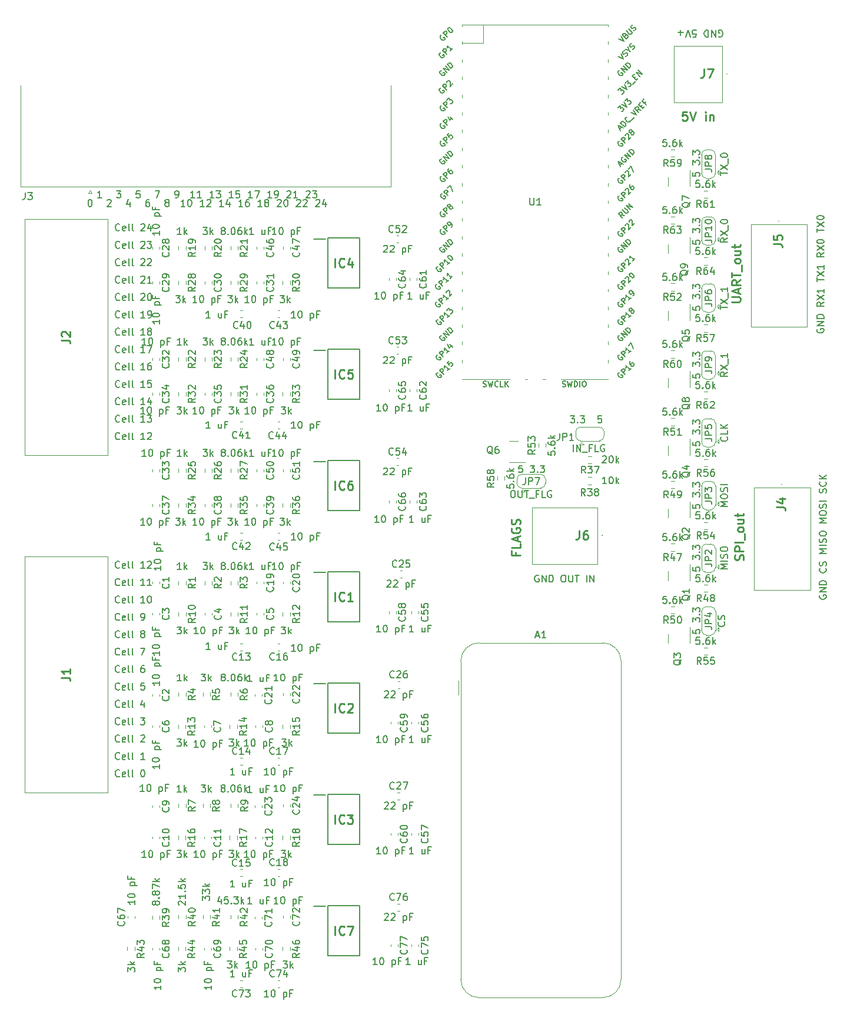
<source format=gbr>
%TF.GenerationSoftware,KiCad,Pcbnew,(6.0.7)*%
%TF.CreationDate,2022-09-16T15:15:22+01:00*%
%TF.ProjectId,iso_adc_cvm,69736f5f-6164-4635-9f63-766d2e6b6963,rev?*%
%TF.SameCoordinates,Original*%
%TF.FileFunction,Legend,Top*%
%TF.FilePolarity,Positive*%
%FSLAX46Y46*%
G04 Gerber Fmt 4.6, Leading zero omitted, Abs format (unit mm)*
G04 Created by KiCad (PCBNEW (6.0.7)) date 2022-09-16 15:15:22*
%MOMM*%
%LPD*%
G01*
G04 APERTURE LIST*
%ADD10C,0.150000*%
%ADD11C,0.254000*%
%ADD12C,0.120000*%
%ADD13C,0.200000*%
%ADD14C,0.100000*%
G04 APERTURE END LIST*
D10*
X116934358Y-34578367D02*
X116934358Y-35054557D01*
X117410549Y-35102176D01*
X117362930Y-35054557D01*
X117315311Y-34959319D01*
X117315311Y-34721224D01*
X117362930Y-34625986D01*
X117410549Y-34578367D01*
X117505787Y-34530748D01*
X117743882Y-34530748D01*
X117839120Y-34578367D01*
X117886739Y-34625986D01*
X117934358Y-34721224D01*
X117934358Y-34959319D01*
X117886739Y-35054557D01*
X117839120Y-35102176D01*
X116934358Y-33435510D02*
X116934358Y-32816462D01*
X117315311Y-33149795D01*
X117315311Y-33006938D01*
X117362930Y-32911700D01*
X117410549Y-32864081D01*
X117505787Y-32816462D01*
X117743882Y-32816462D01*
X117839120Y-32864081D01*
X117886739Y-32911700D01*
X117934358Y-33006938D01*
X117934358Y-33292653D01*
X117886739Y-33387891D01*
X117839120Y-33435510D01*
X117839120Y-32387891D02*
X117886739Y-32340272D01*
X117934358Y-32387891D01*
X117886739Y-32435510D01*
X117839120Y-32387891D01*
X117934358Y-32387891D01*
X116934358Y-32006938D02*
X116934358Y-31387891D01*
X117315311Y-31721224D01*
X117315311Y-31578367D01*
X117362930Y-31483129D01*
X117410549Y-31435510D01*
X117505787Y-31387891D01*
X117743882Y-31387891D01*
X117839120Y-31435510D01*
X117886739Y-31483129D01*
X117934358Y-31578367D01*
X117934358Y-31864081D01*
X117886739Y-31959319D01*
X117839120Y-32006938D01*
X116952380Y-44333333D02*
X116952380Y-44809523D01*
X117428571Y-44857142D01*
X117380952Y-44809523D01*
X117333333Y-44714285D01*
X117333333Y-44476190D01*
X117380952Y-44380952D01*
X117428571Y-44333333D01*
X117523809Y-44285714D01*
X117761904Y-44285714D01*
X117857142Y-44333333D01*
X117904761Y-44380952D01*
X117952380Y-44476190D01*
X117952380Y-44714285D01*
X117904761Y-44809523D01*
X117857142Y-44857142D01*
X116952380Y-43190476D02*
X116952380Y-42571428D01*
X117333333Y-42904761D01*
X117333333Y-42761904D01*
X117380952Y-42666666D01*
X117428571Y-42619047D01*
X117523809Y-42571428D01*
X117761904Y-42571428D01*
X117857142Y-42619047D01*
X117904761Y-42666666D01*
X117952380Y-42761904D01*
X117952380Y-43047619D01*
X117904761Y-43142857D01*
X117857142Y-43190476D01*
X117857142Y-42142857D02*
X117904761Y-42095238D01*
X117952380Y-42142857D01*
X117904761Y-42190476D01*
X117857142Y-42142857D01*
X117952380Y-42142857D01*
X116952380Y-41761904D02*
X116952380Y-41142857D01*
X117333333Y-41476190D01*
X117333333Y-41333333D01*
X117380952Y-41238095D01*
X117428571Y-41190476D01*
X117523809Y-41142857D01*
X117761904Y-41142857D01*
X117857142Y-41190476D01*
X117904761Y-41238095D01*
X117952380Y-41333333D01*
X117952380Y-41619047D01*
X117904761Y-41714285D01*
X117857142Y-41761904D01*
X116952380Y-53833333D02*
X116952380Y-54309523D01*
X117428571Y-54357142D01*
X117380952Y-54309523D01*
X117333333Y-54214285D01*
X117333333Y-53976190D01*
X117380952Y-53880952D01*
X117428571Y-53833333D01*
X117523809Y-53785714D01*
X117761904Y-53785714D01*
X117857142Y-53833333D01*
X117904761Y-53880952D01*
X117952380Y-53976190D01*
X117952380Y-54214285D01*
X117904761Y-54309523D01*
X117857142Y-54357142D01*
X116952380Y-52690476D02*
X116952380Y-52071428D01*
X117333333Y-52404761D01*
X117333333Y-52261904D01*
X117380952Y-52166666D01*
X117428571Y-52119047D01*
X117523809Y-52071428D01*
X117761904Y-52071428D01*
X117857142Y-52119047D01*
X117904761Y-52166666D01*
X117952380Y-52261904D01*
X117952380Y-52547619D01*
X117904761Y-52642857D01*
X117857142Y-52690476D01*
X117857142Y-51642857D02*
X117904761Y-51595238D01*
X117952380Y-51642857D01*
X117904761Y-51690476D01*
X117857142Y-51642857D01*
X117952380Y-51642857D01*
X116952380Y-51261904D02*
X116952380Y-50642857D01*
X117333333Y-50976190D01*
X117333333Y-50833333D01*
X117380952Y-50738095D01*
X117428571Y-50690476D01*
X117523809Y-50642857D01*
X117761904Y-50642857D01*
X117857142Y-50690476D01*
X117904761Y-50738095D01*
X117952380Y-50833333D01*
X117952380Y-51119047D01*
X117904761Y-51214285D01*
X117857142Y-51261904D01*
X116952380Y-63583333D02*
X116952380Y-64059523D01*
X117428571Y-64107142D01*
X117380952Y-64059523D01*
X117333333Y-63964285D01*
X117333333Y-63726190D01*
X117380952Y-63630952D01*
X117428571Y-63583333D01*
X117523809Y-63535714D01*
X117761904Y-63535714D01*
X117857142Y-63583333D01*
X117904761Y-63630952D01*
X117952380Y-63726190D01*
X117952380Y-63964285D01*
X117904761Y-64059523D01*
X117857142Y-64107142D01*
X116952380Y-62440476D02*
X116952380Y-61821428D01*
X117333333Y-62154761D01*
X117333333Y-62011904D01*
X117380952Y-61916666D01*
X117428571Y-61869047D01*
X117523809Y-61821428D01*
X117761904Y-61821428D01*
X117857142Y-61869047D01*
X117904761Y-61916666D01*
X117952380Y-62011904D01*
X117952380Y-62297619D01*
X117904761Y-62392857D01*
X117857142Y-62440476D01*
X117857142Y-61392857D02*
X117904761Y-61345238D01*
X117952380Y-61392857D01*
X117904761Y-61440476D01*
X117857142Y-61392857D01*
X117952380Y-61392857D01*
X116952380Y-61011904D02*
X116952380Y-60392857D01*
X117333333Y-60726190D01*
X117333333Y-60583333D01*
X117380952Y-60488095D01*
X117428571Y-60440476D01*
X117523809Y-60392857D01*
X117761904Y-60392857D01*
X117857142Y-60440476D01*
X117904761Y-60488095D01*
X117952380Y-60583333D01*
X117952380Y-60869047D01*
X117904761Y-60964285D01*
X117857142Y-61011904D01*
X116952380Y-73333333D02*
X116952380Y-73809523D01*
X117428571Y-73857142D01*
X117380952Y-73809523D01*
X117333333Y-73714285D01*
X117333333Y-73476190D01*
X117380952Y-73380952D01*
X117428571Y-73333333D01*
X117523809Y-73285714D01*
X117761904Y-73285714D01*
X117857142Y-73333333D01*
X117904761Y-73380952D01*
X117952380Y-73476190D01*
X117952380Y-73714285D01*
X117904761Y-73809523D01*
X117857142Y-73857142D01*
X116952380Y-72190476D02*
X116952380Y-71571428D01*
X117333333Y-71904761D01*
X117333333Y-71761904D01*
X117380952Y-71666666D01*
X117428571Y-71619047D01*
X117523809Y-71571428D01*
X117761904Y-71571428D01*
X117857142Y-71619047D01*
X117904761Y-71666666D01*
X117952380Y-71761904D01*
X117952380Y-72047619D01*
X117904761Y-72142857D01*
X117857142Y-72190476D01*
X117857142Y-71142857D02*
X117904761Y-71095238D01*
X117952380Y-71142857D01*
X117904761Y-71190476D01*
X117857142Y-71142857D01*
X117952380Y-71142857D01*
X116952380Y-70761904D02*
X116952380Y-70142857D01*
X117333333Y-70476190D01*
X117333333Y-70333333D01*
X117380952Y-70238095D01*
X117428571Y-70190476D01*
X117523809Y-70142857D01*
X117761904Y-70142857D01*
X117857142Y-70190476D01*
X117904761Y-70238095D01*
X117952380Y-70333333D01*
X117952380Y-70619047D01*
X117904761Y-70714285D01*
X117857142Y-70761904D01*
X116952380Y-82333333D02*
X116952380Y-82809523D01*
X117428571Y-82857142D01*
X117380952Y-82809523D01*
X117333333Y-82714285D01*
X117333333Y-82476190D01*
X117380952Y-82380952D01*
X117428571Y-82333333D01*
X117523809Y-82285714D01*
X117761904Y-82285714D01*
X117857142Y-82333333D01*
X117904761Y-82380952D01*
X117952380Y-82476190D01*
X117952380Y-82714285D01*
X117904761Y-82809523D01*
X117857142Y-82857142D01*
X116952380Y-81190476D02*
X116952380Y-80571428D01*
X117333333Y-80904761D01*
X117333333Y-80761904D01*
X117380952Y-80666666D01*
X117428571Y-80619047D01*
X117523809Y-80571428D01*
X117761904Y-80571428D01*
X117857142Y-80619047D01*
X117904761Y-80666666D01*
X117952380Y-80761904D01*
X117952380Y-81047619D01*
X117904761Y-81142857D01*
X117857142Y-81190476D01*
X117857142Y-80142857D02*
X117904761Y-80095238D01*
X117952380Y-80142857D01*
X117904761Y-80190476D01*
X117857142Y-80142857D01*
X117952380Y-80142857D01*
X116952380Y-79761904D02*
X116952380Y-79142857D01*
X117333333Y-79476190D01*
X117333333Y-79333333D01*
X117380952Y-79238095D01*
X117428571Y-79190476D01*
X117523809Y-79142857D01*
X117761904Y-79142857D01*
X117857142Y-79190476D01*
X117904761Y-79238095D01*
X117952380Y-79333333D01*
X117952380Y-79619047D01*
X117904761Y-79714285D01*
X117857142Y-79761904D01*
X116952380Y-91333333D02*
X116952380Y-91809523D01*
X117428571Y-91857142D01*
X117380952Y-91809523D01*
X117333333Y-91714285D01*
X117333333Y-91476190D01*
X117380952Y-91380952D01*
X117428571Y-91333333D01*
X117523809Y-91285714D01*
X117761904Y-91285714D01*
X117857142Y-91333333D01*
X117904761Y-91380952D01*
X117952380Y-91476190D01*
X117952380Y-91714285D01*
X117904761Y-91809523D01*
X117857142Y-91857142D01*
X116952380Y-90190476D02*
X116952380Y-89571428D01*
X117333333Y-89904761D01*
X117333333Y-89761904D01*
X117380952Y-89666666D01*
X117428571Y-89619047D01*
X117523809Y-89571428D01*
X117761904Y-89571428D01*
X117857142Y-89619047D01*
X117904761Y-89666666D01*
X117952380Y-89761904D01*
X117952380Y-90047619D01*
X117904761Y-90142857D01*
X117857142Y-90190476D01*
X117857142Y-89142857D02*
X117904761Y-89095238D01*
X117952380Y-89142857D01*
X117904761Y-89190476D01*
X117857142Y-89142857D01*
X117952380Y-89142857D01*
X116952380Y-88761904D02*
X116952380Y-88142857D01*
X117333333Y-88476190D01*
X117333333Y-88333333D01*
X117380952Y-88238095D01*
X117428571Y-88190476D01*
X117523809Y-88142857D01*
X117761904Y-88142857D01*
X117857142Y-88190476D01*
X117904761Y-88238095D01*
X117952380Y-88333333D01*
X117952380Y-88619047D01*
X117904761Y-88714285D01*
X117857142Y-88761904D01*
X116952380Y-100333333D02*
X116952380Y-100809523D01*
X117428571Y-100857142D01*
X117380952Y-100809523D01*
X117333333Y-100714285D01*
X117333333Y-100476190D01*
X117380952Y-100380952D01*
X117428571Y-100333333D01*
X117523809Y-100285714D01*
X117761904Y-100285714D01*
X117857142Y-100333333D01*
X117904761Y-100380952D01*
X117952380Y-100476190D01*
X117952380Y-100714285D01*
X117904761Y-100809523D01*
X117857142Y-100857142D01*
X116952380Y-99190476D02*
X116952380Y-98571428D01*
X117333333Y-98904761D01*
X117333333Y-98761904D01*
X117380952Y-98666666D01*
X117428571Y-98619047D01*
X117523809Y-98571428D01*
X117761904Y-98571428D01*
X117857142Y-98619047D01*
X117904761Y-98666666D01*
X117952380Y-98761904D01*
X117952380Y-99047619D01*
X117904761Y-99142857D01*
X117857142Y-99190476D01*
X117857142Y-98142857D02*
X117904761Y-98095238D01*
X117952380Y-98142857D01*
X117904761Y-98190476D01*
X117857142Y-98142857D01*
X117952380Y-98142857D01*
X116952380Y-97761904D02*
X116952380Y-97142857D01*
X117333333Y-97476190D01*
X117333333Y-97333333D01*
X117380952Y-97238095D01*
X117428571Y-97190476D01*
X117523809Y-97142857D01*
X117761904Y-97142857D01*
X117857142Y-97190476D01*
X117904761Y-97238095D01*
X117952380Y-97333333D01*
X117952380Y-97619047D01*
X117904761Y-97714285D01*
X117857142Y-97761904D01*
X99761904Y-74702380D02*
X99761904Y-73702380D01*
X100238095Y-74702380D02*
X100238095Y-73702380D01*
X100809523Y-74702380D01*
X100809523Y-73702380D01*
X101047619Y-74797619D02*
X101809523Y-74797619D01*
X102380952Y-74178571D02*
X102047619Y-74178571D01*
X102047619Y-74702380D02*
X102047619Y-73702380D01*
X102523809Y-73702380D01*
X103380952Y-74702380D02*
X102904761Y-74702380D01*
X102904761Y-73702380D01*
X104238095Y-73750000D02*
X104142857Y-73702380D01*
X104000000Y-73702380D01*
X103857142Y-73750000D01*
X103761904Y-73845238D01*
X103714285Y-73940476D01*
X103666666Y-74130952D01*
X103666666Y-74273809D01*
X103714285Y-74464285D01*
X103761904Y-74559523D01*
X103857142Y-74654761D01*
X104000000Y-74702380D01*
X104095238Y-74702380D01*
X104238095Y-74654761D01*
X104285714Y-74607142D01*
X104285714Y-74273809D01*
X104095238Y-74273809D01*
X92416666Y-76702380D02*
X91940476Y-76702380D01*
X91892857Y-77178571D01*
X91940476Y-77130952D01*
X92035714Y-77083333D01*
X92273809Y-77083333D01*
X92369047Y-77130952D01*
X92416666Y-77178571D01*
X92464285Y-77273809D01*
X92464285Y-77511904D01*
X92416666Y-77607142D01*
X92369047Y-77654761D01*
X92273809Y-77702380D01*
X92035714Y-77702380D01*
X91940476Y-77654761D01*
X91892857Y-77607142D01*
X93559523Y-76702380D02*
X94178571Y-76702380D01*
X93845238Y-77083333D01*
X93988095Y-77083333D01*
X94083333Y-77130952D01*
X94130952Y-77178571D01*
X94178571Y-77273809D01*
X94178571Y-77511904D01*
X94130952Y-77607142D01*
X94083333Y-77654761D01*
X93988095Y-77702380D01*
X93702380Y-77702380D01*
X93607142Y-77654761D01*
X93559523Y-77607142D01*
X94607142Y-77607142D02*
X94654761Y-77654761D01*
X94607142Y-77702380D01*
X94559523Y-77654761D01*
X94607142Y-77607142D01*
X94607142Y-77702380D01*
X94988095Y-76702380D02*
X95607142Y-76702380D01*
X95273809Y-77083333D01*
X95416666Y-77083333D01*
X95511904Y-77130952D01*
X95559523Y-77178571D01*
X95607142Y-77273809D01*
X95607142Y-77511904D01*
X95559523Y-77607142D01*
X95511904Y-77654761D01*
X95416666Y-77702380D01*
X95130952Y-77702380D01*
X95035714Y-77654761D01*
X94988095Y-77607142D01*
X94785714Y-92500000D02*
X94690476Y-92452380D01*
X94547619Y-92452380D01*
X94404761Y-92500000D01*
X94309523Y-92595238D01*
X94261904Y-92690476D01*
X94214285Y-92880952D01*
X94214285Y-93023809D01*
X94261904Y-93214285D01*
X94309523Y-93309523D01*
X94404761Y-93404761D01*
X94547619Y-93452380D01*
X94642857Y-93452380D01*
X94785714Y-93404761D01*
X94833333Y-93357142D01*
X94833333Y-93023809D01*
X94642857Y-93023809D01*
X95261904Y-93452380D02*
X95261904Y-92452380D01*
X95833333Y-93452380D01*
X95833333Y-92452380D01*
X96309523Y-93452380D02*
X96309523Y-92452380D01*
X96547619Y-92452380D01*
X96690476Y-92500000D01*
X96785714Y-92595238D01*
X96833333Y-92690476D01*
X96880952Y-92880952D01*
X96880952Y-93023809D01*
X96833333Y-93214285D01*
X96785714Y-93309523D01*
X96690476Y-93404761D01*
X96547619Y-93452380D01*
X96309523Y-93452380D01*
X98261904Y-92452380D02*
X98452380Y-92452380D01*
X98547619Y-92500000D01*
X98642857Y-92595238D01*
X98690476Y-92785714D01*
X98690476Y-93119047D01*
X98642857Y-93309523D01*
X98547619Y-93404761D01*
X98452380Y-93452380D01*
X98261904Y-93452380D01*
X98166666Y-93404761D01*
X98071428Y-93309523D01*
X98023809Y-93119047D01*
X98023809Y-92785714D01*
X98071428Y-92595238D01*
X98166666Y-92500000D01*
X98261904Y-92452380D01*
X99119047Y-92452380D02*
X99119047Y-93261904D01*
X99166666Y-93357142D01*
X99214285Y-93404761D01*
X99309523Y-93452380D01*
X99500000Y-93452380D01*
X99595238Y-93404761D01*
X99642857Y-93357142D01*
X99690476Y-93261904D01*
X99690476Y-92452380D01*
X100023809Y-92452380D02*
X100595238Y-92452380D01*
X100309523Y-93452380D02*
X100309523Y-92452380D01*
X101690476Y-93452380D02*
X101690476Y-92452380D01*
X102166666Y-93452380D02*
X102166666Y-92452380D01*
X102738095Y-93452380D01*
X102738095Y-92452380D01*
X34500000Y-98857142D02*
X34452380Y-98904761D01*
X34309523Y-98952380D01*
X34214285Y-98952380D01*
X34071428Y-98904761D01*
X33976190Y-98809523D01*
X33928571Y-98714285D01*
X33880952Y-98523809D01*
X33880952Y-98380952D01*
X33928571Y-98190476D01*
X33976190Y-98095238D01*
X34071428Y-98000000D01*
X34214285Y-97952380D01*
X34309523Y-97952380D01*
X34452380Y-98000000D01*
X34500000Y-98047619D01*
X35309523Y-98904761D02*
X35214285Y-98952380D01*
X35023809Y-98952380D01*
X34928571Y-98904761D01*
X34880952Y-98809523D01*
X34880952Y-98428571D01*
X34928571Y-98333333D01*
X35023809Y-98285714D01*
X35214285Y-98285714D01*
X35309523Y-98333333D01*
X35357142Y-98428571D01*
X35357142Y-98523809D01*
X34880952Y-98619047D01*
X35928571Y-98952380D02*
X35833333Y-98904761D01*
X35785714Y-98809523D01*
X35785714Y-97952380D01*
X36452380Y-98952380D02*
X36357142Y-98904761D01*
X36309523Y-98809523D01*
X36309523Y-97952380D01*
X37642857Y-98952380D02*
X37833333Y-98952380D01*
X37928571Y-98904761D01*
X37976190Y-98857142D01*
X38071428Y-98714285D01*
X38119047Y-98523809D01*
X38119047Y-98142857D01*
X38071428Y-98047619D01*
X38023809Y-98000000D01*
X37928571Y-97952380D01*
X37738095Y-97952380D01*
X37642857Y-98000000D01*
X37595238Y-98047619D01*
X37547619Y-98142857D01*
X37547619Y-98380952D01*
X37595238Y-98476190D01*
X37642857Y-98523809D01*
X37738095Y-98571428D01*
X37928571Y-98571428D01*
X38023809Y-98523809D01*
X38071428Y-98476190D01*
X38119047Y-98380952D01*
X34523809Y-42857142D02*
X34476190Y-42904761D01*
X34333333Y-42952380D01*
X34238095Y-42952380D01*
X34095238Y-42904761D01*
X34000000Y-42809523D01*
X33952380Y-42714285D01*
X33904761Y-42523809D01*
X33904761Y-42380952D01*
X33952380Y-42190476D01*
X34000000Y-42095238D01*
X34095238Y-42000000D01*
X34238095Y-41952380D01*
X34333333Y-41952380D01*
X34476190Y-42000000D01*
X34523809Y-42047619D01*
X35333333Y-42904761D02*
X35238095Y-42952380D01*
X35047619Y-42952380D01*
X34952380Y-42904761D01*
X34904761Y-42809523D01*
X34904761Y-42428571D01*
X34952380Y-42333333D01*
X35047619Y-42285714D01*
X35238095Y-42285714D01*
X35333333Y-42333333D01*
X35380952Y-42428571D01*
X35380952Y-42523809D01*
X34904761Y-42619047D01*
X35952380Y-42952380D02*
X35857142Y-42904761D01*
X35809523Y-42809523D01*
X35809523Y-41952380D01*
X36476190Y-42952380D02*
X36380952Y-42904761D01*
X36333333Y-42809523D01*
X36333333Y-41952380D01*
X37571428Y-42047619D02*
X37619047Y-42000000D01*
X37714285Y-41952380D01*
X37952380Y-41952380D01*
X38047619Y-42000000D01*
X38095238Y-42047619D01*
X38142857Y-42142857D01*
X38142857Y-42238095D01*
X38095238Y-42380952D01*
X37523809Y-42952380D01*
X38142857Y-42952380D01*
X39000000Y-42285714D02*
X39000000Y-42952380D01*
X38761904Y-41904761D02*
X38523809Y-42619047D01*
X39142857Y-42619047D01*
X34523809Y-60357142D02*
X34476190Y-60404761D01*
X34333333Y-60452380D01*
X34238095Y-60452380D01*
X34095238Y-60404761D01*
X34000000Y-60309523D01*
X33952380Y-60214285D01*
X33904761Y-60023809D01*
X33904761Y-59880952D01*
X33952380Y-59690476D01*
X34000000Y-59595238D01*
X34095238Y-59500000D01*
X34238095Y-59452380D01*
X34333333Y-59452380D01*
X34476190Y-59500000D01*
X34523809Y-59547619D01*
X35333333Y-60404761D02*
X35238095Y-60452380D01*
X35047619Y-60452380D01*
X34952380Y-60404761D01*
X34904761Y-60309523D01*
X34904761Y-59928571D01*
X34952380Y-59833333D01*
X35047619Y-59785714D01*
X35238095Y-59785714D01*
X35333333Y-59833333D01*
X35380952Y-59928571D01*
X35380952Y-60023809D01*
X34904761Y-60119047D01*
X35952380Y-60452380D02*
X35857142Y-60404761D01*
X35809523Y-60309523D01*
X35809523Y-59452380D01*
X36476190Y-60452380D02*
X36380952Y-60404761D01*
X36333333Y-60309523D01*
X36333333Y-59452380D01*
X38142857Y-60452380D02*
X37571428Y-60452380D01*
X37857142Y-60452380D02*
X37857142Y-59452380D01*
X37761904Y-59595238D01*
X37666666Y-59690476D01*
X37571428Y-59738095D01*
X38476190Y-59452380D02*
X39142857Y-59452380D01*
X38714285Y-60452380D01*
X57188095Y-38547619D02*
X57235714Y-38500000D01*
X57330952Y-38452380D01*
X57569047Y-38452380D01*
X57664285Y-38500000D01*
X57711904Y-38547619D01*
X57759523Y-38642857D01*
X57759523Y-38738095D01*
X57711904Y-38880952D01*
X57140476Y-39452380D01*
X57759523Y-39452380D01*
X58378571Y-38452380D02*
X58473809Y-38452380D01*
X58569047Y-38500000D01*
X58616666Y-38547619D01*
X58664285Y-38642857D01*
X58711904Y-38833333D01*
X58711904Y-39071428D01*
X58664285Y-39261904D01*
X58616666Y-39357142D01*
X58569047Y-39404761D01*
X58473809Y-39452380D01*
X58378571Y-39452380D01*
X58283333Y-39404761D01*
X58235714Y-39357142D01*
X58188095Y-39261904D01*
X58140476Y-39071428D01*
X58140476Y-38833333D01*
X58188095Y-38642857D01*
X58235714Y-38547619D01*
X58283333Y-38500000D01*
X58378571Y-38452380D01*
X34523809Y-52857142D02*
X34476190Y-52904761D01*
X34333333Y-52952380D01*
X34238095Y-52952380D01*
X34095238Y-52904761D01*
X34000000Y-52809523D01*
X33952380Y-52714285D01*
X33904761Y-52523809D01*
X33904761Y-52380952D01*
X33952380Y-52190476D01*
X34000000Y-52095238D01*
X34095238Y-52000000D01*
X34238095Y-51952380D01*
X34333333Y-51952380D01*
X34476190Y-52000000D01*
X34523809Y-52047619D01*
X35333333Y-52904761D02*
X35238095Y-52952380D01*
X35047619Y-52952380D01*
X34952380Y-52904761D01*
X34904761Y-52809523D01*
X34904761Y-52428571D01*
X34952380Y-52333333D01*
X35047619Y-52285714D01*
X35238095Y-52285714D01*
X35333333Y-52333333D01*
X35380952Y-52428571D01*
X35380952Y-52523809D01*
X34904761Y-52619047D01*
X35952380Y-52952380D02*
X35857142Y-52904761D01*
X35809523Y-52809523D01*
X35809523Y-51952380D01*
X36476190Y-52952380D02*
X36380952Y-52904761D01*
X36333333Y-52809523D01*
X36333333Y-51952380D01*
X37571428Y-52047619D02*
X37619047Y-52000000D01*
X37714285Y-51952380D01*
X37952380Y-51952380D01*
X38047619Y-52000000D01*
X38095238Y-52047619D01*
X38142857Y-52142857D01*
X38142857Y-52238095D01*
X38095238Y-52380952D01*
X37523809Y-52952380D01*
X38142857Y-52952380D01*
X38761904Y-51952380D02*
X38857142Y-51952380D01*
X38952380Y-52000000D01*
X39000000Y-52047619D01*
X39047619Y-52142857D01*
X39095238Y-52333333D01*
X39095238Y-52571428D01*
X39047619Y-52761904D01*
X39000000Y-52857142D01*
X38952380Y-52904761D01*
X38857142Y-52952380D01*
X38761904Y-52952380D01*
X38666666Y-52904761D01*
X38619047Y-52857142D01*
X38571428Y-52761904D01*
X38523809Y-52571428D01*
X38523809Y-52333333D01*
X38571428Y-52142857D01*
X38619047Y-52047619D01*
X38666666Y-52000000D01*
X38761904Y-51952380D01*
X34523809Y-55357142D02*
X34476190Y-55404761D01*
X34333333Y-55452380D01*
X34238095Y-55452380D01*
X34095238Y-55404761D01*
X34000000Y-55309523D01*
X33952380Y-55214285D01*
X33904761Y-55023809D01*
X33904761Y-54880952D01*
X33952380Y-54690476D01*
X34000000Y-54595238D01*
X34095238Y-54500000D01*
X34238095Y-54452380D01*
X34333333Y-54452380D01*
X34476190Y-54500000D01*
X34523809Y-54547619D01*
X35333333Y-55404761D02*
X35238095Y-55452380D01*
X35047619Y-55452380D01*
X34952380Y-55404761D01*
X34904761Y-55309523D01*
X34904761Y-54928571D01*
X34952380Y-54833333D01*
X35047619Y-54785714D01*
X35238095Y-54785714D01*
X35333333Y-54833333D01*
X35380952Y-54928571D01*
X35380952Y-55023809D01*
X34904761Y-55119047D01*
X35952380Y-55452380D02*
X35857142Y-55404761D01*
X35809523Y-55309523D01*
X35809523Y-54452380D01*
X36476190Y-55452380D02*
X36380952Y-55404761D01*
X36333333Y-55309523D01*
X36333333Y-54452380D01*
X38142857Y-55452380D02*
X37571428Y-55452380D01*
X37857142Y-55452380D02*
X37857142Y-54452380D01*
X37761904Y-54595238D01*
X37666666Y-54690476D01*
X37571428Y-54738095D01*
X38619047Y-55452380D02*
X38809523Y-55452380D01*
X38904761Y-55404761D01*
X38952380Y-55357142D01*
X39047619Y-55214285D01*
X39095238Y-55023809D01*
X39095238Y-54642857D01*
X39047619Y-54547619D01*
X39000000Y-54500000D01*
X38904761Y-54452380D01*
X38714285Y-54452380D01*
X38619047Y-54500000D01*
X38571428Y-54547619D01*
X38523809Y-54642857D01*
X38523809Y-54880952D01*
X38571428Y-54976190D01*
X38619047Y-55023809D01*
X38714285Y-55071428D01*
X38904761Y-55071428D01*
X39000000Y-55023809D01*
X39047619Y-54976190D01*
X39095238Y-54880952D01*
X48064523Y-38202380D02*
X47493095Y-38202380D01*
X47778809Y-38202380D02*
X47778809Y-37202380D01*
X47683571Y-37345238D01*
X47588333Y-37440476D01*
X47493095Y-37488095D01*
X48397857Y-37202380D02*
X49016904Y-37202380D01*
X48683571Y-37583333D01*
X48826428Y-37583333D01*
X48921666Y-37630952D01*
X48969285Y-37678571D01*
X49016904Y-37773809D01*
X49016904Y-38011904D01*
X48969285Y-38107142D01*
X48921666Y-38154761D01*
X48826428Y-38202380D01*
X48540714Y-38202380D01*
X48445476Y-38154761D01*
X48397857Y-38107142D01*
X34500000Y-121357142D02*
X34452380Y-121404761D01*
X34309523Y-121452380D01*
X34214285Y-121452380D01*
X34071428Y-121404761D01*
X33976190Y-121309523D01*
X33928571Y-121214285D01*
X33880952Y-121023809D01*
X33880952Y-120880952D01*
X33928571Y-120690476D01*
X33976190Y-120595238D01*
X34071428Y-120500000D01*
X34214285Y-120452380D01*
X34309523Y-120452380D01*
X34452380Y-120500000D01*
X34500000Y-120547619D01*
X35309523Y-121404761D02*
X35214285Y-121452380D01*
X35023809Y-121452380D01*
X34928571Y-121404761D01*
X34880952Y-121309523D01*
X34880952Y-120928571D01*
X34928571Y-120833333D01*
X35023809Y-120785714D01*
X35214285Y-120785714D01*
X35309523Y-120833333D01*
X35357142Y-120928571D01*
X35357142Y-121023809D01*
X34880952Y-121119047D01*
X35928571Y-121452380D02*
X35833333Y-121404761D01*
X35785714Y-121309523D01*
X35785714Y-120452380D01*
X36452380Y-121452380D02*
X36357142Y-121404761D01*
X36309523Y-121309523D01*
X36309523Y-120452380D01*
X37785714Y-120452380D02*
X37880952Y-120452380D01*
X37976190Y-120500000D01*
X38023809Y-120547619D01*
X38071428Y-120642857D01*
X38119047Y-120833333D01*
X38119047Y-121071428D01*
X38071428Y-121261904D01*
X38023809Y-121357142D01*
X37976190Y-121404761D01*
X37880952Y-121452380D01*
X37785714Y-121452380D01*
X37690476Y-121404761D01*
X37642857Y-121357142D01*
X37595238Y-121261904D01*
X37547619Y-121071428D01*
X37547619Y-120833333D01*
X37595238Y-120642857D01*
X37642857Y-120547619D01*
X37690476Y-120500000D01*
X37785714Y-120452380D01*
X41234761Y-38880952D02*
X41139523Y-38833333D01*
X41091904Y-38785714D01*
X41044285Y-38690476D01*
X41044285Y-38642857D01*
X41091904Y-38547619D01*
X41139523Y-38500000D01*
X41234761Y-38452380D01*
X41425238Y-38452380D01*
X41520476Y-38500000D01*
X41568095Y-38547619D01*
X41615714Y-38642857D01*
X41615714Y-38690476D01*
X41568095Y-38785714D01*
X41520476Y-38833333D01*
X41425238Y-38880952D01*
X41234761Y-38880952D01*
X41139523Y-38928571D01*
X41091904Y-38976190D01*
X41044285Y-39071428D01*
X41044285Y-39261904D01*
X41091904Y-39357142D01*
X41139523Y-39404761D01*
X41234761Y-39452380D01*
X41425238Y-39452380D01*
X41520476Y-39404761D01*
X41568095Y-39357142D01*
X41615714Y-39261904D01*
X41615714Y-39071428D01*
X41568095Y-38976190D01*
X41520476Y-38928571D01*
X41425238Y-38880952D01*
X134842500Y-57057143D02*
X134794880Y-57152381D01*
X134794880Y-57295239D01*
X134842500Y-57438096D01*
X134937738Y-57533334D01*
X135032976Y-57580953D01*
X135223452Y-57628572D01*
X135366309Y-57628572D01*
X135556785Y-57580953D01*
X135652023Y-57533334D01*
X135747261Y-57438096D01*
X135794880Y-57295239D01*
X135794880Y-57200001D01*
X135747261Y-57057143D01*
X135699642Y-57009524D01*
X135366309Y-57009524D01*
X135366309Y-57200001D01*
X135794880Y-56580953D02*
X134794880Y-56580953D01*
X135794880Y-56009524D01*
X134794880Y-56009524D01*
X135794880Y-55533334D02*
X134794880Y-55533334D01*
X134794880Y-55295239D01*
X134842500Y-55152381D01*
X134937738Y-55057143D01*
X135032976Y-55009524D01*
X135223452Y-54961905D01*
X135366309Y-54961905D01*
X135556785Y-55009524D01*
X135652023Y-55057143D01*
X135747261Y-55152381D01*
X135794880Y-55295239D01*
X135794880Y-55533334D01*
X135794880Y-53200001D02*
X135318690Y-53533334D01*
X135794880Y-53771429D02*
X134794880Y-53771429D01*
X134794880Y-53390477D01*
X134842500Y-53295239D01*
X134890119Y-53247620D01*
X134985357Y-53200001D01*
X135128214Y-53200001D01*
X135223452Y-53247620D01*
X135271071Y-53295239D01*
X135318690Y-53390477D01*
X135318690Y-53771429D01*
X134794880Y-52866667D02*
X135794880Y-52200001D01*
X134794880Y-52200001D02*
X135794880Y-52866667D01*
X135794880Y-51295239D02*
X135794880Y-51866667D01*
X135794880Y-51580953D02*
X134794880Y-51580953D01*
X134937738Y-51676191D01*
X135032976Y-51771429D01*
X135080595Y-51866667D01*
X134794880Y-50247620D02*
X134794880Y-49676191D01*
X135794880Y-49961905D02*
X134794880Y-49961905D01*
X134794880Y-49438096D02*
X135794880Y-48771429D01*
X134794880Y-48771429D02*
X135794880Y-49438096D01*
X135794880Y-47866667D02*
X135794880Y-48438096D01*
X135794880Y-48152381D02*
X134794880Y-48152381D01*
X134937738Y-48247620D01*
X135032976Y-48342858D01*
X135080595Y-48438096D01*
X135794880Y-46104762D02*
X135318690Y-46438096D01*
X135794880Y-46676191D02*
X134794880Y-46676191D01*
X134794880Y-46295239D01*
X134842500Y-46200001D01*
X134890119Y-46152381D01*
X134985357Y-46104762D01*
X135128214Y-46104762D01*
X135223452Y-46152381D01*
X135271071Y-46200001D01*
X135318690Y-46295239D01*
X135318690Y-46676191D01*
X134794880Y-45771429D02*
X135794880Y-45104762D01*
X134794880Y-45104762D02*
X135794880Y-45771429D01*
X134794880Y-44533334D02*
X134794880Y-44438096D01*
X134842500Y-44342858D01*
X134890119Y-44295239D01*
X134985357Y-44247620D01*
X135175833Y-44200001D01*
X135413928Y-44200001D01*
X135604404Y-44247620D01*
X135699642Y-44295239D01*
X135747261Y-44342858D01*
X135794880Y-44438096D01*
X135794880Y-44533334D01*
X135747261Y-44628572D01*
X135699642Y-44676191D01*
X135604404Y-44723810D01*
X135413928Y-44771429D01*
X135175833Y-44771429D01*
X134985357Y-44723810D01*
X134890119Y-44676191D01*
X134842500Y-44628572D01*
X134794880Y-44533334D01*
X134794880Y-43152381D02*
X134794880Y-42580953D01*
X135794880Y-42866667D02*
X134794880Y-42866667D01*
X134794880Y-42342858D02*
X135794880Y-41676191D01*
X134794880Y-41676191D02*
X135794880Y-42342858D01*
X134794880Y-41104762D02*
X134794880Y-41009524D01*
X134842500Y-40914286D01*
X134890119Y-40866667D01*
X134985357Y-40819048D01*
X135175833Y-40771429D01*
X135413928Y-40771429D01*
X135604404Y-40819048D01*
X135699642Y-40866667D01*
X135747261Y-40914286D01*
X135794880Y-41009524D01*
X135794880Y-41104762D01*
X135747261Y-41200001D01*
X135699642Y-41247620D01*
X135604404Y-41295239D01*
X135413928Y-41342858D01*
X135175833Y-41342858D01*
X134985357Y-41295239D01*
X134890119Y-41247620D01*
X134842500Y-41200001D01*
X134794880Y-41104762D01*
X34499999Y-93857142D02*
X34452380Y-93904761D01*
X34309523Y-93952380D01*
X34214285Y-93952380D01*
X34071428Y-93904761D01*
X33976190Y-93809523D01*
X33928570Y-93714285D01*
X33880951Y-93523809D01*
X33880951Y-93380952D01*
X33928570Y-93190476D01*
X33976190Y-93095238D01*
X34071428Y-93000000D01*
X34214285Y-92952380D01*
X34309523Y-92952380D01*
X34452380Y-93000000D01*
X34499999Y-93047619D01*
X35309523Y-93904761D02*
X35214285Y-93952380D01*
X35023809Y-93952380D01*
X34928570Y-93904761D01*
X34880951Y-93809523D01*
X34880951Y-93428571D01*
X34928570Y-93333333D01*
X35023809Y-93285714D01*
X35214285Y-93285714D01*
X35309523Y-93333333D01*
X35357142Y-93428571D01*
X35357142Y-93523809D01*
X34880951Y-93619047D01*
X35928570Y-93952380D02*
X35833332Y-93904761D01*
X35785713Y-93809523D01*
X35785713Y-92952380D01*
X36452380Y-93952380D02*
X36357142Y-93904761D01*
X36309523Y-93809523D01*
X36309523Y-92952380D01*
X38119047Y-93952380D02*
X37547618Y-93952380D01*
X37833332Y-93952380D02*
X37833332Y-92952380D01*
X37738094Y-93095238D01*
X37642856Y-93190476D01*
X37547618Y-93238095D01*
X39071428Y-93952380D02*
X38499999Y-93952380D01*
X38785713Y-93952380D02*
X38785713Y-92952380D01*
X38690475Y-93095238D01*
X38595237Y-93190476D01*
X38499999Y-93238095D01*
X34523809Y-50357142D02*
X34476190Y-50404761D01*
X34333333Y-50452380D01*
X34238095Y-50452380D01*
X34095238Y-50404761D01*
X34000000Y-50309523D01*
X33952380Y-50214285D01*
X33904761Y-50023809D01*
X33904761Y-49880952D01*
X33952380Y-49690476D01*
X34000000Y-49595238D01*
X34095238Y-49500000D01*
X34238095Y-49452380D01*
X34333333Y-49452380D01*
X34476190Y-49500000D01*
X34523809Y-49547619D01*
X35333333Y-50404761D02*
X35238095Y-50452380D01*
X35047619Y-50452380D01*
X34952380Y-50404761D01*
X34904761Y-50309523D01*
X34904761Y-49928571D01*
X34952380Y-49833333D01*
X35047619Y-49785714D01*
X35238095Y-49785714D01*
X35333333Y-49833333D01*
X35380952Y-49928571D01*
X35380952Y-50023809D01*
X34904761Y-50119047D01*
X35952380Y-50452380D02*
X35857142Y-50404761D01*
X35809523Y-50309523D01*
X35809523Y-49452380D01*
X36476190Y-50452380D02*
X36380952Y-50404761D01*
X36333333Y-50309523D01*
X36333333Y-49452380D01*
X37571428Y-49547619D02*
X37619047Y-49500000D01*
X37714285Y-49452380D01*
X37952380Y-49452380D01*
X38047619Y-49500000D01*
X38095238Y-49547619D01*
X38142857Y-49642857D01*
X38142857Y-49738095D01*
X38095238Y-49880952D01*
X37523809Y-50452380D01*
X38142857Y-50452380D01*
X39095238Y-50452380D02*
X38523809Y-50452380D01*
X38809523Y-50452380D02*
X38809523Y-49452380D01*
X38714285Y-49595238D01*
X38619047Y-49690476D01*
X38523809Y-49738095D01*
X34523809Y-57857142D02*
X34476190Y-57904761D01*
X34333333Y-57952380D01*
X34238095Y-57952380D01*
X34095238Y-57904761D01*
X34000000Y-57809523D01*
X33952380Y-57714285D01*
X33904761Y-57523809D01*
X33904761Y-57380952D01*
X33952380Y-57190476D01*
X34000000Y-57095238D01*
X34095238Y-57000000D01*
X34238095Y-56952380D01*
X34333333Y-56952380D01*
X34476190Y-57000000D01*
X34523809Y-57047619D01*
X35333333Y-57904761D02*
X35238095Y-57952380D01*
X35047619Y-57952380D01*
X34952380Y-57904761D01*
X34904761Y-57809523D01*
X34904761Y-57428571D01*
X34952380Y-57333333D01*
X35047619Y-57285714D01*
X35238095Y-57285714D01*
X35333333Y-57333333D01*
X35380952Y-57428571D01*
X35380952Y-57523809D01*
X34904761Y-57619047D01*
X35952380Y-57952380D02*
X35857142Y-57904761D01*
X35809523Y-57809523D01*
X35809523Y-56952380D01*
X36476190Y-57952380D02*
X36380952Y-57904761D01*
X36333333Y-57809523D01*
X36333333Y-56952380D01*
X38142857Y-57952380D02*
X37571428Y-57952380D01*
X37857142Y-57952380D02*
X37857142Y-56952380D01*
X37761904Y-57095238D01*
X37666666Y-57190476D01*
X37571428Y-57238095D01*
X38714285Y-57380952D02*
X38619047Y-57333333D01*
X38571428Y-57285714D01*
X38523809Y-57190476D01*
X38523809Y-57142857D01*
X38571428Y-57047619D01*
X38619047Y-57000000D01*
X38714285Y-56952380D01*
X38904761Y-56952380D01*
X39000000Y-57000000D01*
X39047619Y-57047619D01*
X39095238Y-57142857D01*
X39095238Y-57190476D01*
X39047619Y-57285714D01*
X39000000Y-57333333D01*
X38904761Y-57380952D01*
X38714285Y-57380952D01*
X38619047Y-57428571D01*
X38571428Y-57476190D01*
X38523809Y-57571428D01*
X38523809Y-57761904D01*
X38571428Y-57857142D01*
X38619047Y-57904761D01*
X38714285Y-57952380D01*
X38904761Y-57952380D01*
X39000000Y-57904761D01*
X39047619Y-57857142D01*
X39095238Y-57761904D01*
X39095238Y-57571428D01*
X39047619Y-57476190D01*
X39000000Y-57428571D01*
X38904761Y-57380952D01*
X32734285Y-38547619D02*
X32781904Y-38500000D01*
X32877142Y-38452380D01*
X33115238Y-38452380D01*
X33210476Y-38500000D01*
X33258095Y-38547619D01*
X33305714Y-38642857D01*
X33305714Y-38738095D01*
X33258095Y-38880952D01*
X32686666Y-39452380D01*
X33305714Y-39452380D01*
X135200000Y-95340476D02*
X135152380Y-95435714D01*
X135152380Y-95578572D01*
X135200000Y-95721429D01*
X135295238Y-95816667D01*
X135390476Y-95864286D01*
X135580952Y-95911905D01*
X135723809Y-95911905D01*
X135914285Y-95864286D01*
X136009523Y-95816667D01*
X136104761Y-95721429D01*
X136152380Y-95578572D01*
X136152380Y-95483334D01*
X136104761Y-95340476D01*
X136057142Y-95292857D01*
X135723809Y-95292857D01*
X135723809Y-95483334D01*
X136152380Y-94864286D02*
X135152380Y-94864286D01*
X136152380Y-94292857D01*
X135152380Y-94292857D01*
X136152380Y-93816667D02*
X135152380Y-93816667D01*
X135152380Y-93578572D01*
X135200000Y-93435714D01*
X135295238Y-93340476D01*
X135390476Y-93292857D01*
X135580952Y-93245238D01*
X135723809Y-93245238D01*
X135914285Y-93292857D01*
X136009523Y-93340476D01*
X136104761Y-93435714D01*
X136152380Y-93578572D01*
X136152380Y-93816667D01*
X136057142Y-91483334D02*
X136104761Y-91530953D01*
X136152380Y-91673810D01*
X136152380Y-91769048D01*
X136104761Y-91911905D01*
X136009523Y-92007143D01*
X135914285Y-92054762D01*
X135723809Y-92102381D01*
X135580952Y-92102381D01*
X135390476Y-92054762D01*
X135295238Y-92007143D01*
X135200000Y-91911905D01*
X135152380Y-91769048D01*
X135152380Y-91673810D01*
X135200000Y-91530953D01*
X135247619Y-91483334D01*
X136104761Y-91102381D02*
X136152380Y-90959524D01*
X136152380Y-90721429D01*
X136104761Y-90626191D01*
X136057142Y-90578572D01*
X135961904Y-90530953D01*
X135866666Y-90530953D01*
X135771428Y-90578572D01*
X135723809Y-90626191D01*
X135676190Y-90721429D01*
X135628571Y-90911905D01*
X135580952Y-91007143D01*
X135533333Y-91054762D01*
X135438095Y-91102381D01*
X135342857Y-91102381D01*
X135247619Y-91054762D01*
X135200000Y-91007143D01*
X135152380Y-90911905D01*
X135152380Y-90673810D01*
X135200000Y-90530953D01*
X136152380Y-89340476D02*
X135152380Y-89340476D01*
X135866666Y-89007143D01*
X135152380Y-88673810D01*
X136152380Y-88673810D01*
X136152380Y-88197619D02*
X135152380Y-88197619D01*
X136104761Y-87769048D02*
X136152380Y-87626191D01*
X136152380Y-87388095D01*
X136104761Y-87292857D01*
X136057142Y-87245238D01*
X135961904Y-87197619D01*
X135866666Y-87197619D01*
X135771428Y-87245238D01*
X135723809Y-87292857D01*
X135676190Y-87388095D01*
X135628571Y-87578572D01*
X135580952Y-87673810D01*
X135533333Y-87721429D01*
X135438095Y-87769048D01*
X135342857Y-87769048D01*
X135247619Y-87721429D01*
X135200000Y-87673810D01*
X135152380Y-87578572D01*
X135152380Y-87340476D01*
X135200000Y-87197619D01*
X135152380Y-86578572D02*
X135152380Y-86388095D01*
X135200000Y-86292857D01*
X135295238Y-86197619D01*
X135485714Y-86150000D01*
X135819047Y-86150000D01*
X136009523Y-86197619D01*
X136104761Y-86292857D01*
X136152380Y-86388095D01*
X136152380Y-86578572D01*
X136104761Y-86673810D01*
X136009523Y-86769048D01*
X135819047Y-86816667D01*
X135485714Y-86816667D01*
X135295238Y-86769048D01*
X135200000Y-86673810D01*
X135152380Y-86578572D01*
X136152380Y-84959524D02*
X135152380Y-84959524D01*
X135866666Y-84626191D01*
X135152380Y-84292857D01*
X136152380Y-84292857D01*
X135152380Y-83626191D02*
X135152380Y-83435714D01*
X135200000Y-83340476D01*
X135295238Y-83245238D01*
X135485714Y-83197619D01*
X135819047Y-83197619D01*
X136009523Y-83245238D01*
X136104761Y-83340476D01*
X136152380Y-83435714D01*
X136152380Y-83626191D01*
X136104761Y-83721429D01*
X136009523Y-83816667D01*
X135819047Y-83864286D01*
X135485714Y-83864286D01*
X135295238Y-83816667D01*
X135200000Y-83721429D01*
X135152380Y-83626191D01*
X136104761Y-82816667D02*
X136152380Y-82673810D01*
X136152380Y-82435714D01*
X136104761Y-82340476D01*
X136057142Y-82292857D01*
X135961904Y-82245238D01*
X135866666Y-82245238D01*
X135771428Y-82292857D01*
X135723809Y-82340476D01*
X135676190Y-82435714D01*
X135628571Y-82626191D01*
X135580952Y-82721429D01*
X135533333Y-82769048D01*
X135438095Y-82816667D01*
X135342857Y-82816667D01*
X135247619Y-82769048D01*
X135200000Y-82721429D01*
X135152380Y-82626191D01*
X135152380Y-82388095D01*
X135200000Y-82245238D01*
X136152380Y-81816667D02*
X135152380Y-81816667D01*
X136104761Y-80626191D02*
X136152380Y-80483334D01*
X136152380Y-80245238D01*
X136104761Y-80150000D01*
X136057142Y-80102381D01*
X135961904Y-80054762D01*
X135866666Y-80054762D01*
X135771428Y-80102381D01*
X135723809Y-80150000D01*
X135676190Y-80245238D01*
X135628571Y-80435714D01*
X135580952Y-80530953D01*
X135533333Y-80578572D01*
X135438095Y-80626191D01*
X135342857Y-80626191D01*
X135247619Y-80578572D01*
X135200000Y-80530953D01*
X135152380Y-80435714D01*
X135152380Y-80197619D01*
X135200000Y-80054762D01*
X136057142Y-79054762D02*
X136104761Y-79102381D01*
X136152380Y-79245238D01*
X136152380Y-79340476D01*
X136104761Y-79483334D01*
X136009523Y-79578572D01*
X135914285Y-79626191D01*
X135723809Y-79673810D01*
X135580952Y-79673810D01*
X135390476Y-79626191D01*
X135295238Y-79578572D01*
X135200000Y-79483334D01*
X135152380Y-79340476D01*
X135152380Y-79245238D01*
X135200000Y-79102381D01*
X135247619Y-79054762D01*
X136152380Y-78626191D02*
X135152380Y-78626191D01*
X136152380Y-78054762D02*
X135580952Y-78483334D01*
X135152380Y-78054762D02*
X135723809Y-78626191D01*
X43909523Y-39452380D02*
X43338095Y-39452380D01*
X43623809Y-39452380D02*
X43623809Y-38452380D01*
X43528571Y-38595238D01*
X43433333Y-38690476D01*
X43338095Y-38738095D01*
X44528571Y-38452380D02*
X44623809Y-38452380D01*
X44719047Y-38500000D01*
X44766666Y-38547619D01*
X44814285Y-38642857D01*
X44861904Y-38833333D01*
X44861904Y-39071428D01*
X44814285Y-39261904D01*
X44766666Y-39357142D01*
X44719047Y-39404761D01*
X44623809Y-39452380D01*
X44528571Y-39452380D01*
X44433333Y-39404761D01*
X44385714Y-39357142D01*
X44338095Y-39261904D01*
X44290476Y-39071428D01*
X44290476Y-38833333D01*
X44338095Y-38642857D01*
X44385714Y-38547619D01*
X44433333Y-38500000D01*
X44528571Y-38452380D01*
X34500000Y-108857142D02*
X34452380Y-108904761D01*
X34309523Y-108952380D01*
X34214285Y-108952380D01*
X34071428Y-108904761D01*
X33976190Y-108809523D01*
X33928571Y-108714285D01*
X33880952Y-108523809D01*
X33880952Y-108380952D01*
X33928571Y-108190476D01*
X33976190Y-108095238D01*
X34071428Y-108000000D01*
X34214285Y-107952380D01*
X34309523Y-107952380D01*
X34452380Y-108000000D01*
X34500000Y-108047619D01*
X35309523Y-108904761D02*
X35214285Y-108952380D01*
X35023809Y-108952380D01*
X34928571Y-108904761D01*
X34880952Y-108809523D01*
X34880952Y-108428571D01*
X34928571Y-108333333D01*
X35023809Y-108285714D01*
X35214285Y-108285714D01*
X35309523Y-108333333D01*
X35357142Y-108428571D01*
X35357142Y-108523809D01*
X34880952Y-108619047D01*
X35928571Y-108952380D02*
X35833333Y-108904761D01*
X35785714Y-108809523D01*
X35785714Y-107952380D01*
X36452380Y-108952380D02*
X36357142Y-108904761D01*
X36309523Y-108809523D01*
X36309523Y-107952380D01*
X38071428Y-107952380D02*
X37595238Y-107952380D01*
X37547619Y-108428571D01*
X37595238Y-108380952D01*
X37690476Y-108333333D01*
X37928571Y-108333333D01*
X38023809Y-108380952D01*
X38071428Y-108428571D01*
X38119047Y-108523809D01*
X38119047Y-108761904D01*
X38071428Y-108857142D01*
X38023809Y-108904761D01*
X37928571Y-108952380D01*
X37690476Y-108952380D01*
X37595238Y-108904761D01*
X37547619Y-108857142D01*
X58573095Y-37297619D02*
X58620714Y-37250000D01*
X58715952Y-37202380D01*
X58954047Y-37202380D01*
X59049285Y-37250000D01*
X59096904Y-37297619D01*
X59144523Y-37392857D01*
X59144523Y-37488095D01*
X59096904Y-37630952D01*
X58525476Y-38202380D01*
X59144523Y-38202380D01*
X60096904Y-38202380D02*
X59525476Y-38202380D01*
X59811190Y-38202380D02*
X59811190Y-37202380D01*
X59715952Y-37345238D01*
X59620714Y-37440476D01*
X59525476Y-37488095D01*
X49449523Y-39452380D02*
X48878095Y-39452380D01*
X49163809Y-39452380D02*
X49163809Y-38452380D01*
X49068571Y-38595238D01*
X48973333Y-38690476D01*
X48878095Y-38738095D01*
X50306666Y-38785714D02*
X50306666Y-39452380D01*
X50068571Y-38404761D02*
X49830476Y-39119047D01*
X50449523Y-39119047D01*
X34500000Y-101357142D02*
X34452380Y-101404761D01*
X34309523Y-101452380D01*
X34214285Y-101452380D01*
X34071428Y-101404761D01*
X33976190Y-101309523D01*
X33928571Y-101214285D01*
X33880952Y-101023809D01*
X33880952Y-100880952D01*
X33928571Y-100690476D01*
X33976190Y-100595238D01*
X34071428Y-100500000D01*
X34214285Y-100452380D01*
X34309523Y-100452380D01*
X34452380Y-100500000D01*
X34500000Y-100547619D01*
X35309523Y-101404761D02*
X35214285Y-101452380D01*
X35023809Y-101452380D01*
X34928571Y-101404761D01*
X34880952Y-101309523D01*
X34880952Y-100928571D01*
X34928571Y-100833333D01*
X35023809Y-100785714D01*
X35214285Y-100785714D01*
X35309523Y-100833333D01*
X35357142Y-100928571D01*
X35357142Y-101023809D01*
X34880952Y-101119047D01*
X35928571Y-101452380D02*
X35833333Y-101404761D01*
X35785714Y-101309523D01*
X35785714Y-100452380D01*
X36452380Y-101452380D02*
X36357142Y-101404761D01*
X36309523Y-101309523D01*
X36309523Y-100452380D01*
X37738095Y-100880952D02*
X37642857Y-100833333D01*
X37595238Y-100785714D01*
X37547619Y-100690476D01*
X37547619Y-100642857D01*
X37595238Y-100547619D01*
X37642857Y-100500000D01*
X37738095Y-100452380D01*
X37928571Y-100452380D01*
X38023809Y-100500000D01*
X38071428Y-100547619D01*
X38119047Y-100642857D01*
X38119047Y-100690476D01*
X38071428Y-100785714D01*
X38023809Y-100833333D01*
X37928571Y-100880952D01*
X37738095Y-100880952D01*
X37642857Y-100928571D01*
X37595238Y-100976190D01*
X37547619Y-101071428D01*
X37547619Y-101261904D01*
X37595238Y-101357142D01*
X37642857Y-101404761D01*
X37738095Y-101452380D01*
X37928571Y-101452380D01*
X38023809Y-101404761D01*
X38071428Y-101357142D01*
X38119047Y-101261904D01*
X38119047Y-101071428D01*
X38071428Y-100976190D01*
X38023809Y-100928571D01*
X37928571Y-100880952D01*
X61343095Y-37297619D02*
X61390714Y-37250000D01*
X61485952Y-37202380D01*
X61724047Y-37202380D01*
X61819285Y-37250000D01*
X61866904Y-37297619D01*
X61914523Y-37392857D01*
X61914523Y-37488095D01*
X61866904Y-37630952D01*
X61295476Y-38202380D01*
X61914523Y-38202380D01*
X62247857Y-37202380D02*
X62866904Y-37202380D01*
X62533571Y-37583333D01*
X62676428Y-37583333D01*
X62771666Y-37630952D01*
X62819285Y-37678571D01*
X62866904Y-37773809D01*
X62866904Y-38011904D01*
X62819285Y-38107142D01*
X62771666Y-38154761D01*
X62676428Y-38202380D01*
X62390714Y-38202380D01*
X62295476Y-38154761D01*
X62247857Y-38107142D01*
X45294523Y-38202380D02*
X44723095Y-38202380D01*
X45008809Y-38202380D02*
X45008809Y-37202380D01*
X44913571Y-37345238D01*
X44818333Y-37440476D01*
X44723095Y-37488095D01*
X46246904Y-38202380D02*
X45675476Y-38202380D01*
X45961190Y-38202380D02*
X45961190Y-37202380D01*
X45865952Y-37345238D01*
X45770714Y-37440476D01*
X45675476Y-37488095D01*
X34500000Y-113857142D02*
X34452380Y-113904761D01*
X34309523Y-113952380D01*
X34214285Y-113952380D01*
X34071428Y-113904761D01*
X33976190Y-113809523D01*
X33928571Y-113714285D01*
X33880952Y-113523809D01*
X33880952Y-113380952D01*
X33928571Y-113190476D01*
X33976190Y-113095238D01*
X34071428Y-113000000D01*
X34214285Y-112952380D01*
X34309523Y-112952380D01*
X34452380Y-113000000D01*
X34500000Y-113047619D01*
X35309523Y-113904761D02*
X35214285Y-113952380D01*
X35023809Y-113952380D01*
X34928571Y-113904761D01*
X34880952Y-113809523D01*
X34880952Y-113428571D01*
X34928571Y-113333333D01*
X35023809Y-113285714D01*
X35214285Y-113285714D01*
X35309523Y-113333333D01*
X35357142Y-113428571D01*
X35357142Y-113523809D01*
X34880952Y-113619047D01*
X35928571Y-113952380D02*
X35833333Y-113904761D01*
X35785714Y-113809523D01*
X35785714Y-112952380D01*
X36452380Y-113952380D02*
X36357142Y-113904761D01*
X36309523Y-113809523D01*
X36309523Y-112952380D01*
X37500000Y-112952380D02*
X38119047Y-112952380D01*
X37785714Y-113333333D01*
X37928571Y-113333333D01*
X38023809Y-113380952D01*
X38071428Y-113428571D01*
X38119047Y-113523809D01*
X38119047Y-113761904D01*
X38071428Y-113857142D01*
X38023809Y-113904761D01*
X37928571Y-113952380D01*
X37642857Y-113952380D01*
X37547619Y-113904761D01*
X37500000Y-113857142D01*
X34523809Y-45357142D02*
X34476190Y-45404761D01*
X34333333Y-45452380D01*
X34238095Y-45452380D01*
X34095238Y-45404761D01*
X34000000Y-45309523D01*
X33952380Y-45214285D01*
X33904761Y-45023809D01*
X33904761Y-44880952D01*
X33952380Y-44690476D01*
X34000000Y-44595238D01*
X34095238Y-44500000D01*
X34238095Y-44452380D01*
X34333333Y-44452380D01*
X34476190Y-44500000D01*
X34523809Y-44547619D01*
X35333333Y-45404761D02*
X35238095Y-45452380D01*
X35047619Y-45452380D01*
X34952380Y-45404761D01*
X34904761Y-45309523D01*
X34904761Y-44928571D01*
X34952380Y-44833333D01*
X35047619Y-44785714D01*
X35238095Y-44785714D01*
X35333333Y-44833333D01*
X35380952Y-44928571D01*
X35380952Y-45023809D01*
X34904761Y-45119047D01*
X35952380Y-45452380D02*
X35857142Y-45404761D01*
X35809523Y-45309523D01*
X35809523Y-44452380D01*
X36476190Y-45452380D02*
X36380952Y-45404761D01*
X36333333Y-45309523D01*
X36333333Y-44452380D01*
X37571428Y-44547619D02*
X37619047Y-44500000D01*
X37714285Y-44452380D01*
X37952380Y-44452380D01*
X38047619Y-44500000D01*
X38095238Y-44547619D01*
X38142857Y-44642857D01*
X38142857Y-44738095D01*
X38095238Y-44880952D01*
X37523809Y-45452380D01*
X38142857Y-45452380D01*
X38476190Y-44452380D02*
X39095238Y-44452380D01*
X38761904Y-44833333D01*
X38904761Y-44833333D01*
X39000000Y-44880952D01*
X39047619Y-44928571D01*
X39095238Y-45023809D01*
X39095238Y-45261904D01*
X39047619Y-45357142D01*
X39000000Y-45404761D01*
X38904761Y-45452380D01*
X38619047Y-45452380D01*
X38523809Y-45404761D01*
X38476190Y-45357142D01*
X34499999Y-96357142D02*
X34452380Y-96404761D01*
X34309523Y-96452380D01*
X34214285Y-96452380D01*
X34071428Y-96404761D01*
X33976190Y-96309523D01*
X33928570Y-96214285D01*
X33880951Y-96023809D01*
X33880951Y-95880952D01*
X33928570Y-95690476D01*
X33976190Y-95595238D01*
X34071428Y-95500000D01*
X34214285Y-95452380D01*
X34309523Y-95452380D01*
X34452380Y-95500000D01*
X34499999Y-95547619D01*
X35309523Y-96404761D02*
X35214285Y-96452380D01*
X35023809Y-96452380D01*
X34928570Y-96404761D01*
X34880951Y-96309523D01*
X34880951Y-95928571D01*
X34928570Y-95833333D01*
X35023809Y-95785714D01*
X35214285Y-95785714D01*
X35309523Y-95833333D01*
X35357142Y-95928571D01*
X35357142Y-96023809D01*
X34880951Y-96119047D01*
X35928570Y-96452380D02*
X35833332Y-96404761D01*
X35785713Y-96309523D01*
X35785713Y-95452380D01*
X36452380Y-96452380D02*
X36357142Y-96404761D01*
X36309523Y-96309523D01*
X36309523Y-95452380D01*
X38119047Y-96452380D02*
X37547618Y-96452380D01*
X37833332Y-96452380D02*
X37833332Y-95452380D01*
X37738094Y-95595238D01*
X37642856Y-95690476D01*
X37547618Y-95738095D01*
X38738094Y-95452380D02*
X38833332Y-95452380D01*
X38928570Y-95500000D01*
X38976190Y-95547619D01*
X39023809Y-95642857D01*
X39071428Y-95833333D01*
X39071428Y-96071428D01*
X39023809Y-96261904D01*
X38976190Y-96357142D01*
X38928570Y-96404761D01*
X38833332Y-96452380D01*
X38738094Y-96452380D01*
X38642856Y-96404761D01*
X38595237Y-96357142D01*
X38547618Y-96261904D01*
X38499999Y-96071428D01*
X38499999Y-95833333D01*
X38547618Y-95642857D01*
X38595237Y-95547619D01*
X38642856Y-95500000D01*
X38738094Y-95452380D01*
X62728095Y-38547619D02*
X62775714Y-38500000D01*
X62870952Y-38452380D01*
X63109047Y-38452380D01*
X63204285Y-38500000D01*
X63251904Y-38547619D01*
X63299523Y-38642857D01*
X63299523Y-38738095D01*
X63251904Y-38880952D01*
X62680476Y-39452380D01*
X63299523Y-39452380D01*
X64156666Y-38785714D02*
X64156666Y-39452380D01*
X63918571Y-38404761D02*
X63680476Y-39119047D01*
X64299523Y-39119047D01*
X34500000Y-118857142D02*
X34452380Y-118904761D01*
X34309523Y-118952380D01*
X34214285Y-118952380D01*
X34071428Y-118904761D01*
X33976190Y-118809523D01*
X33928571Y-118714285D01*
X33880952Y-118523809D01*
X33880952Y-118380952D01*
X33928571Y-118190476D01*
X33976190Y-118095238D01*
X34071428Y-118000000D01*
X34214285Y-117952380D01*
X34309523Y-117952380D01*
X34452380Y-118000000D01*
X34500000Y-118047619D01*
X35309523Y-118904761D02*
X35214285Y-118952380D01*
X35023809Y-118952380D01*
X34928571Y-118904761D01*
X34880952Y-118809523D01*
X34880952Y-118428571D01*
X34928571Y-118333333D01*
X35023809Y-118285714D01*
X35214285Y-118285714D01*
X35309523Y-118333333D01*
X35357142Y-118428571D01*
X35357142Y-118523809D01*
X34880952Y-118619047D01*
X35928571Y-118952380D02*
X35833333Y-118904761D01*
X35785714Y-118809523D01*
X35785714Y-117952380D01*
X36452380Y-118952380D02*
X36357142Y-118904761D01*
X36309523Y-118809523D01*
X36309523Y-117952380D01*
X38119047Y-118952380D02*
X37547619Y-118952380D01*
X37833333Y-118952380D02*
X37833333Y-117952380D01*
X37738095Y-118095238D01*
X37642857Y-118190476D01*
X37547619Y-118238095D01*
X99339285Y-69552380D02*
X99958333Y-69552380D01*
X99625000Y-69933333D01*
X99767857Y-69933333D01*
X99863095Y-69980952D01*
X99910714Y-70028571D01*
X99958333Y-70123809D01*
X99958333Y-70361904D01*
X99910714Y-70457142D01*
X99863095Y-70504761D01*
X99767857Y-70552380D01*
X99482142Y-70552380D01*
X99386904Y-70504761D01*
X99339285Y-70457142D01*
X100386904Y-70457142D02*
X100434523Y-70504761D01*
X100386904Y-70552380D01*
X100339285Y-70504761D01*
X100386904Y-70457142D01*
X100386904Y-70552380D01*
X100767857Y-69552380D02*
X101386904Y-69552380D01*
X101053571Y-69933333D01*
X101196428Y-69933333D01*
X101291666Y-69980952D01*
X101339285Y-70028571D01*
X101386904Y-70123809D01*
X101386904Y-70361904D01*
X101339285Y-70457142D01*
X101291666Y-70504761D01*
X101196428Y-70552380D01*
X100910714Y-70552380D01*
X100815476Y-70504761D01*
X100767857Y-70457142D01*
X103815476Y-69552380D02*
X103339285Y-69552380D01*
X103291666Y-70028571D01*
X103339285Y-69980952D01*
X103434523Y-69933333D01*
X103672619Y-69933333D01*
X103767857Y-69980952D01*
X103815476Y-70028571D01*
X103863095Y-70123809D01*
X103863095Y-70361904D01*
X103815476Y-70457142D01*
X103767857Y-70504761D01*
X103672619Y-70552380D01*
X103434523Y-70552380D01*
X103339285Y-70504761D01*
X103291666Y-70457142D01*
X34523809Y-70357142D02*
X34476190Y-70404761D01*
X34333333Y-70452380D01*
X34238095Y-70452380D01*
X34095238Y-70404761D01*
X34000000Y-70309523D01*
X33952380Y-70214285D01*
X33904761Y-70023809D01*
X33904761Y-69880952D01*
X33952380Y-69690476D01*
X34000000Y-69595238D01*
X34095238Y-69500000D01*
X34238095Y-69452380D01*
X34333333Y-69452380D01*
X34476190Y-69500000D01*
X34523809Y-69547619D01*
X35333333Y-70404761D02*
X35238095Y-70452380D01*
X35047619Y-70452380D01*
X34952380Y-70404761D01*
X34904761Y-70309523D01*
X34904761Y-69928571D01*
X34952380Y-69833333D01*
X35047619Y-69785714D01*
X35238095Y-69785714D01*
X35333333Y-69833333D01*
X35380952Y-69928571D01*
X35380952Y-70023809D01*
X34904761Y-70119047D01*
X35952380Y-70452380D02*
X35857142Y-70404761D01*
X35809523Y-70309523D01*
X35809523Y-69452380D01*
X36476190Y-70452380D02*
X36380952Y-70404761D01*
X36333333Y-70309523D01*
X36333333Y-69452380D01*
X38142857Y-70452380D02*
X37571428Y-70452380D01*
X37857142Y-70452380D02*
X37857142Y-69452380D01*
X37761904Y-69595238D01*
X37666666Y-69690476D01*
X37571428Y-69738095D01*
X38476190Y-69452380D02*
X39095238Y-69452380D01*
X38761904Y-69833333D01*
X38904761Y-69833333D01*
X39000000Y-69880952D01*
X39047619Y-69928571D01*
X39095238Y-70023809D01*
X39095238Y-70261904D01*
X39047619Y-70357142D01*
X39000000Y-70404761D01*
X38904761Y-70452380D01*
X38619047Y-70452380D01*
X38523809Y-70404761D01*
X38476190Y-70357142D01*
X42524523Y-38202380D02*
X42715000Y-38202380D01*
X42810238Y-38154761D01*
X42857857Y-38107142D01*
X42953095Y-37964285D01*
X43000714Y-37773809D01*
X43000714Y-37392857D01*
X42953095Y-37297619D01*
X42905476Y-37250000D01*
X42810238Y-37202380D01*
X42619761Y-37202380D01*
X42524523Y-37250000D01*
X42476904Y-37297619D01*
X42429285Y-37392857D01*
X42429285Y-37630952D01*
X42476904Y-37726190D01*
X42524523Y-37773809D01*
X42619761Y-37821428D01*
X42810238Y-37821428D01*
X42905476Y-37773809D01*
X42953095Y-37726190D01*
X43000714Y-37630952D01*
X50834523Y-38202380D02*
X50263095Y-38202380D01*
X50548809Y-38202380D02*
X50548809Y-37202380D01*
X50453571Y-37345238D01*
X50358333Y-37440476D01*
X50263095Y-37488095D01*
X51739285Y-37202380D02*
X51263095Y-37202380D01*
X51215476Y-37678571D01*
X51263095Y-37630952D01*
X51358333Y-37583333D01*
X51596428Y-37583333D01*
X51691666Y-37630952D01*
X51739285Y-37678571D01*
X51786904Y-37773809D01*
X51786904Y-38011904D01*
X51739285Y-38107142D01*
X51691666Y-38154761D01*
X51596428Y-38202380D01*
X51358333Y-38202380D01*
X51263095Y-38154761D01*
X51215476Y-38107142D01*
X52219523Y-39452380D02*
X51648095Y-39452380D01*
X51933809Y-39452380D02*
X51933809Y-38452380D01*
X51838571Y-38595238D01*
X51743333Y-38690476D01*
X51648095Y-38738095D01*
X53076666Y-38452380D02*
X52886190Y-38452380D01*
X52790952Y-38500000D01*
X52743333Y-38547619D01*
X52648095Y-38690476D01*
X52600476Y-38880952D01*
X52600476Y-39261904D01*
X52648095Y-39357142D01*
X52695714Y-39404761D01*
X52790952Y-39452380D01*
X52981428Y-39452380D01*
X53076666Y-39404761D01*
X53124285Y-39357142D01*
X53171904Y-39261904D01*
X53171904Y-39023809D01*
X53124285Y-38928571D01*
X53076666Y-38880952D01*
X52981428Y-38833333D01*
X52790952Y-38833333D01*
X52695714Y-38880952D01*
X52648095Y-38928571D01*
X52600476Y-39023809D01*
X34500000Y-106357142D02*
X34452380Y-106404761D01*
X34309523Y-106452380D01*
X34214285Y-106452380D01*
X34071428Y-106404761D01*
X33976190Y-106309523D01*
X33928571Y-106214285D01*
X33880952Y-106023809D01*
X33880952Y-105880952D01*
X33928571Y-105690476D01*
X33976190Y-105595238D01*
X34071428Y-105500000D01*
X34214285Y-105452380D01*
X34309523Y-105452380D01*
X34452380Y-105500000D01*
X34500000Y-105547619D01*
X35309523Y-106404761D02*
X35214285Y-106452380D01*
X35023809Y-106452380D01*
X34928571Y-106404761D01*
X34880952Y-106309523D01*
X34880952Y-105928571D01*
X34928571Y-105833333D01*
X35023809Y-105785714D01*
X35214285Y-105785714D01*
X35309523Y-105833333D01*
X35357142Y-105928571D01*
X35357142Y-106023809D01*
X34880952Y-106119047D01*
X35928571Y-106452380D02*
X35833333Y-106404761D01*
X35785714Y-106309523D01*
X35785714Y-105452380D01*
X36452380Y-106452380D02*
X36357142Y-106404761D01*
X36309523Y-106309523D01*
X36309523Y-105452380D01*
X38023809Y-105452380D02*
X37833333Y-105452380D01*
X37738095Y-105500000D01*
X37690476Y-105547619D01*
X37595238Y-105690476D01*
X37547619Y-105880952D01*
X37547619Y-106261904D01*
X37595238Y-106357142D01*
X37642857Y-106404761D01*
X37738095Y-106452380D01*
X37928571Y-106452380D01*
X38023809Y-106404761D01*
X38071428Y-106357142D01*
X38119047Y-106261904D01*
X38119047Y-106023809D01*
X38071428Y-105928571D01*
X38023809Y-105880952D01*
X37928571Y-105833333D01*
X37738095Y-105833333D01*
X37642857Y-105880952D01*
X37595238Y-105928571D01*
X37547619Y-106023809D01*
X38750476Y-38452380D02*
X38560000Y-38452380D01*
X38464761Y-38500000D01*
X38417142Y-38547619D01*
X38321904Y-38690476D01*
X38274285Y-38880952D01*
X38274285Y-39261904D01*
X38321904Y-39357142D01*
X38369523Y-39404761D01*
X38464761Y-39452380D01*
X38655238Y-39452380D01*
X38750476Y-39404761D01*
X38798095Y-39357142D01*
X38845714Y-39261904D01*
X38845714Y-39023809D01*
X38798095Y-38928571D01*
X38750476Y-38880952D01*
X38655238Y-38833333D01*
X38464761Y-38833333D01*
X38369523Y-38880952D01*
X38321904Y-38928571D01*
X38274285Y-39023809D01*
X59958095Y-38547619D02*
X60005714Y-38500000D01*
X60100952Y-38452380D01*
X60339047Y-38452380D01*
X60434285Y-38500000D01*
X60481904Y-38547619D01*
X60529523Y-38642857D01*
X60529523Y-38738095D01*
X60481904Y-38880952D01*
X59910476Y-39452380D01*
X60529523Y-39452380D01*
X60910476Y-38547619D02*
X60958095Y-38500000D01*
X61053333Y-38452380D01*
X61291428Y-38452380D01*
X61386666Y-38500000D01*
X61434285Y-38547619D01*
X61481904Y-38642857D01*
X61481904Y-38738095D01*
X61434285Y-38880952D01*
X60862857Y-39452380D01*
X61481904Y-39452380D01*
X34499999Y-91357142D02*
X34452380Y-91404761D01*
X34309523Y-91452380D01*
X34214285Y-91452380D01*
X34071428Y-91404761D01*
X33976190Y-91309523D01*
X33928570Y-91214285D01*
X33880951Y-91023809D01*
X33880951Y-90880952D01*
X33928570Y-90690476D01*
X33976190Y-90595238D01*
X34071428Y-90500000D01*
X34214285Y-90452380D01*
X34309523Y-90452380D01*
X34452380Y-90500000D01*
X34499999Y-90547619D01*
X35309523Y-91404761D02*
X35214285Y-91452380D01*
X35023809Y-91452380D01*
X34928570Y-91404761D01*
X34880951Y-91309523D01*
X34880951Y-90928571D01*
X34928570Y-90833333D01*
X35023809Y-90785714D01*
X35214285Y-90785714D01*
X35309523Y-90833333D01*
X35357142Y-90928571D01*
X35357142Y-91023809D01*
X34880951Y-91119047D01*
X35928570Y-91452380D02*
X35833332Y-91404761D01*
X35785713Y-91309523D01*
X35785713Y-90452380D01*
X36452380Y-91452380D02*
X36357142Y-91404761D01*
X36309523Y-91309523D01*
X36309523Y-90452380D01*
X38119047Y-91452380D02*
X37547618Y-91452380D01*
X37833332Y-91452380D02*
X37833332Y-90452380D01*
X37738094Y-90595238D01*
X37642856Y-90690476D01*
X37547618Y-90738095D01*
X38499999Y-90547619D02*
X38547618Y-90500000D01*
X38642856Y-90452380D01*
X38880951Y-90452380D01*
X38976190Y-90500000D01*
X39023809Y-90547619D01*
X39071428Y-90642857D01*
X39071428Y-90738095D01*
X39023809Y-90880952D01*
X38452380Y-91452380D01*
X39071428Y-91452380D01*
X46679523Y-39452380D02*
X46108095Y-39452380D01*
X46393809Y-39452380D02*
X46393809Y-38452380D01*
X46298571Y-38595238D01*
X46203333Y-38690476D01*
X46108095Y-38738095D01*
X47060476Y-38547619D02*
X47108095Y-38500000D01*
X47203333Y-38452380D01*
X47441428Y-38452380D01*
X47536666Y-38500000D01*
X47584285Y-38547619D01*
X47631904Y-38642857D01*
X47631904Y-38738095D01*
X47584285Y-38880952D01*
X47012857Y-39452380D01*
X47631904Y-39452380D01*
X53604523Y-38202380D02*
X53033095Y-38202380D01*
X53318809Y-38202380D02*
X53318809Y-37202380D01*
X53223571Y-37345238D01*
X53128333Y-37440476D01*
X53033095Y-37488095D01*
X53937857Y-37202380D02*
X54604523Y-37202380D01*
X54175952Y-38202380D01*
X34500000Y-103857142D02*
X34452380Y-103904761D01*
X34309523Y-103952380D01*
X34214285Y-103952380D01*
X34071428Y-103904761D01*
X33976190Y-103809523D01*
X33928571Y-103714285D01*
X33880952Y-103523809D01*
X33880952Y-103380952D01*
X33928571Y-103190476D01*
X33976190Y-103095238D01*
X34071428Y-103000000D01*
X34214285Y-102952380D01*
X34309523Y-102952380D01*
X34452380Y-103000000D01*
X34500000Y-103047619D01*
X35309523Y-103904761D02*
X35214285Y-103952380D01*
X35023809Y-103952380D01*
X34928571Y-103904761D01*
X34880952Y-103809523D01*
X34880952Y-103428571D01*
X34928571Y-103333333D01*
X35023809Y-103285714D01*
X35214285Y-103285714D01*
X35309523Y-103333333D01*
X35357142Y-103428571D01*
X35357142Y-103523809D01*
X34880952Y-103619047D01*
X35928571Y-103952380D02*
X35833333Y-103904761D01*
X35785714Y-103809523D01*
X35785714Y-102952380D01*
X36452380Y-103952380D02*
X36357142Y-103904761D01*
X36309523Y-103809523D01*
X36309523Y-102952380D01*
X37500000Y-102952380D02*
X38166666Y-102952380D01*
X37738095Y-103952380D01*
X34071666Y-37202380D02*
X34690714Y-37202380D01*
X34357380Y-37583333D01*
X34500238Y-37583333D01*
X34595476Y-37630952D01*
X34643095Y-37678571D01*
X34690714Y-37773809D01*
X34690714Y-38011904D01*
X34643095Y-38107142D01*
X34595476Y-38154761D01*
X34500238Y-38202380D01*
X34214523Y-38202380D01*
X34119285Y-38154761D01*
X34071666Y-38107142D01*
X31920714Y-38202380D02*
X31349285Y-38202380D01*
X31635000Y-38202380D02*
X31635000Y-37202380D01*
X31539761Y-37345238D01*
X31444523Y-37440476D01*
X31349285Y-37488095D01*
X34523809Y-65357142D02*
X34476190Y-65404761D01*
X34333333Y-65452380D01*
X34238095Y-65452380D01*
X34095238Y-65404761D01*
X34000000Y-65309523D01*
X33952380Y-65214285D01*
X33904761Y-65023809D01*
X33904761Y-64880952D01*
X33952380Y-64690476D01*
X34000000Y-64595238D01*
X34095238Y-64500000D01*
X34238095Y-64452380D01*
X34333333Y-64452380D01*
X34476190Y-64500000D01*
X34523809Y-64547619D01*
X35333333Y-65404761D02*
X35238095Y-65452380D01*
X35047619Y-65452380D01*
X34952380Y-65404761D01*
X34904761Y-65309523D01*
X34904761Y-64928571D01*
X34952380Y-64833333D01*
X35047619Y-64785714D01*
X35238095Y-64785714D01*
X35333333Y-64833333D01*
X35380952Y-64928571D01*
X35380952Y-65023809D01*
X34904761Y-65119047D01*
X35952380Y-65452380D02*
X35857142Y-65404761D01*
X35809523Y-65309523D01*
X35809523Y-64452380D01*
X36476190Y-65452380D02*
X36380952Y-65404761D01*
X36333333Y-65309523D01*
X36333333Y-64452380D01*
X38142857Y-65452380D02*
X37571428Y-65452380D01*
X37857142Y-65452380D02*
X37857142Y-64452380D01*
X37761904Y-64595238D01*
X37666666Y-64690476D01*
X37571428Y-64738095D01*
X39047619Y-64452380D02*
X38571428Y-64452380D01*
X38523809Y-64928571D01*
X38571428Y-64880952D01*
X38666666Y-64833333D01*
X38904761Y-64833333D01*
X39000000Y-64880952D01*
X39047619Y-64928571D01*
X39095238Y-65023809D01*
X39095238Y-65261904D01*
X39047619Y-65357142D01*
X39000000Y-65404761D01*
X38904761Y-65452380D01*
X38666666Y-65452380D01*
X38571428Y-65404761D01*
X38523809Y-65357142D01*
X35980476Y-38785714D02*
X35980476Y-39452380D01*
X35742380Y-38404761D02*
X35504285Y-39119047D01*
X36123333Y-39119047D01*
X34523809Y-67857142D02*
X34476190Y-67904761D01*
X34333333Y-67952380D01*
X34238095Y-67952380D01*
X34095238Y-67904761D01*
X34000000Y-67809523D01*
X33952380Y-67714285D01*
X33904761Y-67523809D01*
X33904761Y-67380952D01*
X33952380Y-67190476D01*
X34000000Y-67095238D01*
X34095238Y-67000000D01*
X34238095Y-66952380D01*
X34333333Y-66952380D01*
X34476190Y-67000000D01*
X34523809Y-67047619D01*
X35333333Y-67904761D02*
X35238095Y-67952380D01*
X35047619Y-67952380D01*
X34952380Y-67904761D01*
X34904761Y-67809523D01*
X34904761Y-67428571D01*
X34952380Y-67333333D01*
X35047619Y-67285714D01*
X35238095Y-67285714D01*
X35333333Y-67333333D01*
X35380952Y-67428571D01*
X35380952Y-67523809D01*
X34904761Y-67619047D01*
X35952380Y-67952380D02*
X35857142Y-67904761D01*
X35809523Y-67809523D01*
X35809523Y-66952380D01*
X36476190Y-67952380D02*
X36380952Y-67904761D01*
X36333333Y-67809523D01*
X36333333Y-66952380D01*
X38142857Y-67952380D02*
X37571428Y-67952380D01*
X37857142Y-67952380D02*
X37857142Y-66952380D01*
X37761904Y-67095238D01*
X37666666Y-67190476D01*
X37571428Y-67238095D01*
X39000000Y-67285714D02*
X39000000Y-67952380D01*
X38761904Y-66904761D02*
X38523809Y-67619047D01*
X39142857Y-67619047D01*
X34523809Y-47857142D02*
X34476190Y-47904761D01*
X34333333Y-47952380D01*
X34238095Y-47952380D01*
X34095238Y-47904761D01*
X34000000Y-47809523D01*
X33952380Y-47714285D01*
X33904761Y-47523809D01*
X33904761Y-47380952D01*
X33952380Y-47190476D01*
X34000000Y-47095238D01*
X34095238Y-47000000D01*
X34238095Y-46952380D01*
X34333333Y-46952380D01*
X34476190Y-47000000D01*
X34523809Y-47047619D01*
X35333333Y-47904761D02*
X35238095Y-47952380D01*
X35047619Y-47952380D01*
X34952380Y-47904761D01*
X34904761Y-47809523D01*
X34904761Y-47428571D01*
X34952380Y-47333333D01*
X35047619Y-47285714D01*
X35238095Y-47285714D01*
X35333333Y-47333333D01*
X35380952Y-47428571D01*
X35380952Y-47523809D01*
X34904761Y-47619047D01*
X35952380Y-47952380D02*
X35857142Y-47904761D01*
X35809523Y-47809523D01*
X35809523Y-46952380D01*
X36476190Y-47952380D02*
X36380952Y-47904761D01*
X36333333Y-47809523D01*
X36333333Y-46952380D01*
X37571428Y-47047619D02*
X37619047Y-47000000D01*
X37714285Y-46952380D01*
X37952380Y-46952380D01*
X38047619Y-47000000D01*
X38095238Y-47047619D01*
X38142857Y-47142857D01*
X38142857Y-47238095D01*
X38095238Y-47380952D01*
X37523809Y-47952380D01*
X38142857Y-47952380D01*
X38523809Y-47047619D02*
X38571428Y-47000000D01*
X38666666Y-46952380D01*
X38904761Y-46952380D01*
X39000000Y-47000000D01*
X39047619Y-47047619D01*
X39095238Y-47142857D01*
X39095238Y-47238095D01*
X39047619Y-47380952D01*
X38476190Y-47952380D01*
X39095238Y-47952380D01*
X30202380Y-38452380D02*
X30297619Y-38452380D01*
X30392857Y-38500000D01*
X30440476Y-38547619D01*
X30488095Y-38642857D01*
X30535714Y-38833333D01*
X30535714Y-39071428D01*
X30488095Y-39261904D01*
X30440476Y-39357142D01*
X30392857Y-39404761D01*
X30297619Y-39452380D01*
X30202380Y-39452380D01*
X30107142Y-39404761D01*
X30059523Y-39357142D01*
X30011904Y-39261904D01*
X29964285Y-39071428D01*
X29964285Y-38833333D01*
X30011904Y-38642857D01*
X30059523Y-38547619D01*
X30107142Y-38500000D01*
X30202380Y-38452380D01*
X56374523Y-38202380D02*
X55803095Y-38202380D01*
X56088809Y-38202380D02*
X56088809Y-37202380D01*
X55993571Y-37345238D01*
X55898333Y-37440476D01*
X55803095Y-37488095D01*
X56850714Y-38202380D02*
X57041190Y-38202380D01*
X57136428Y-38154761D01*
X57184047Y-38107142D01*
X57279285Y-37964285D01*
X57326904Y-37773809D01*
X57326904Y-37392857D01*
X57279285Y-37297619D01*
X57231666Y-37250000D01*
X57136428Y-37202380D01*
X56945952Y-37202380D01*
X56850714Y-37250000D01*
X56803095Y-37297619D01*
X56755476Y-37392857D01*
X56755476Y-37630952D01*
X56803095Y-37726190D01*
X56850714Y-37773809D01*
X56945952Y-37821428D01*
X57136428Y-37821428D01*
X57231666Y-37773809D01*
X57279285Y-37726190D01*
X57326904Y-37630952D01*
X34523809Y-62857142D02*
X34476190Y-62904761D01*
X34333333Y-62952380D01*
X34238095Y-62952380D01*
X34095238Y-62904761D01*
X34000000Y-62809523D01*
X33952380Y-62714285D01*
X33904761Y-62523809D01*
X33904761Y-62380952D01*
X33952380Y-62190476D01*
X34000000Y-62095238D01*
X34095238Y-62000000D01*
X34238095Y-61952380D01*
X34333333Y-61952380D01*
X34476190Y-62000000D01*
X34523809Y-62047619D01*
X35333333Y-62904761D02*
X35238095Y-62952380D01*
X35047619Y-62952380D01*
X34952380Y-62904761D01*
X34904761Y-62809523D01*
X34904761Y-62428571D01*
X34952380Y-62333333D01*
X35047619Y-62285714D01*
X35238095Y-62285714D01*
X35333333Y-62333333D01*
X35380952Y-62428571D01*
X35380952Y-62523809D01*
X34904761Y-62619047D01*
X35952380Y-62952380D02*
X35857142Y-62904761D01*
X35809523Y-62809523D01*
X35809523Y-61952380D01*
X36476190Y-62952380D02*
X36380952Y-62904761D01*
X36333333Y-62809523D01*
X36333333Y-61952380D01*
X38142857Y-62952380D02*
X37571428Y-62952380D01*
X37857142Y-62952380D02*
X37857142Y-61952380D01*
X37761904Y-62095238D01*
X37666666Y-62190476D01*
X37571428Y-62238095D01*
X39000000Y-61952380D02*
X38809523Y-61952380D01*
X38714285Y-62000000D01*
X38666666Y-62047619D01*
X38571428Y-62190476D01*
X38523809Y-62380952D01*
X38523809Y-62761904D01*
X38571428Y-62857142D01*
X38619047Y-62904761D01*
X38714285Y-62952380D01*
X38904761Y-62952380D01*
X39000000Y-62904761D01*
X39047619Y-62857142D01*
X39095238Y-62761904D01*
X39095238Y-62523809D01*
X39047619Y-62428571D01*
X39000000Y-62380952D01*
X38904761Y-62333333D01*
X38714285Y-62333333D01*
X38619047Y-62380952D01*
X38571428Y-62428571D01*
X38523809Y-62523809D01*
X54989523Y-39452380D02*
X54418095Y-39452380D01*
X54703809Y-39452380D02*
X54703809Y-38452380D01*
X54608571Y-38595238D01*
X54513333Y-38690476D01*
X54418095Y-38738095D01*
X55560952Y-38880952D02*
X55465714Y-38833333D01*
X55418095Y-38785714D01*
X55370476Y-38690476D01*
X55370476Y-38642857D01*
X55418095Y-38547619D01*
X55465714Y-38500000D01*
X55560952Y-38452380D01*
X55751428Y-38452380D01*
X55846666Y-38500000D01*
X55894285Y-38547619D01*
X55941904Y-38642857D01*
X55941904Y-38690476D01*
X55894285Y-38785714D01*
X55846666Y-38833333D01*
X55751428Y-38880952D01*
X55560952Y-38880952D01*
X55465714Y-38928571D01*
X55418095Y-38976190D01*
X55370476Y-39071428D01*
X55370476Y-39261904D01*
X55418095Y-39357142D01*
X55465714Y-39404761D01*
X55560952Y-39452380D01*
X55751428Y-39452380D01*
X55846666Y-39404761D01*
X55894285Y-39357142D01*
X55941904Y-39261904D01*
X55941904Y-39071428D01*
X55894285Y-38976190D01*
X55846666Y-38928571D01*
X55751428Y-38880952D01*
X34523809Y-72857142D02*
X34476190Y-72904761D01*
X34333333Y-72952380D01*
X34238095Y-72952380D01*
X34095238Y-72904761D01*
X34000000Y-72809523D01*
X33952380Y-72714285D01*
X33904761Y-72523809D01*
X33904761Y-72380952D01*
X33952380Y-72190476D01*
X34000000Y-72095238D01*
X34095238Y-72000000D01*
X34238095Y-71952380D01*
X34333333Y-71952380D01*
X34476190Y-72000000D01*
X34523809Y-72047619D01*
X35333333Y-72904761D02*
X35238095Y-72952380D01*
X35047619Y-72952380D01*
X34952380Y-72904761D01*
X34904761Y-72809523D01*
X34904761Y-72428571D01*
X34952380Y-72333333D01*
X35047619Y-72285714D01*
X35238095Y-72285714D01*
X35333333Y-72333333D01*
X35380952Y-72428571D01*
X35380952Y-72523809D01*
X34904761Y-72619047D01*
X35952380Y-72952380D02*
X35857142Y-72904761D01*
X35809523Y-72809523D01*
X35809523Y-71952380D01*
X36476190Y-72952380D02*
X36380952Y-72904761D01*
X36333333Y-72809523D01*
X36333333Y-71952380D01*
X38142857Y-72952380D02*
X37571428Y-72952380D01*
X37857142Y-72952380D02*
X37857142Y-71952380D01*
X37761904Y-72095238D01*
X37666666Y-72190476D01*
X37571428Y-72238095D01*
X38523809Y-72047619D02*
X38571428Y-72000000D01*
X38666666Y-71952380D01*
X38904761Y-71952380D01*
X39000000Y-72000000D01*
X39047619Y-72047619D01*
X39095238Y-72142857D01*
X39095238Y-72238095D01*
X39047619Y-72380952D01*
X38476190Y-72952380D01*
X39095238Y-72952380D01*
X39611666Y-37202380D02*
X40278333Y-37202380D01*
X39849761Y-38202380D01*
X34500000Y-116357142D02*
X34452380Y-116404761D01*
X34309523Y-116452380D01*
X34214285Y-116452380D01*
X34071428Y-116404761D01*
X33976190Y-116309523D01*
X33928571Y-116214285D01*
X33880952Y-116023809D01*
X33880952Y-115880952D01*
X33928571Y-115690476D01*
X33976190Y-115595238D01*
X34071428Y-115500000D01*
X34214285Y-115452380D01*
X34309523Y-115452380D01*
X34452380Y-115500000D01*
X34500000Y-115547619D01*
X35309523Y-116404761D02*
X35214285Y-116452380D01*
X35023809Y-116452380D01*
X34928571Y-116404761D01*
X34880952Y-116309523D01*
X34880952Y-115928571D01*
X34928571Y-115833333D01*
X35023809Y-115785714D01*
X35214285Y-115785714D01*
X35309523Y-115833333D01*
X35357142Y-115928571D01*
X35357142Y-116023809D01*
X34880952Y-116119047D01*
X35928571Y-116452380D02*
X35833333Y-116404761D01*
X35785714Y-116309523D01*
X35785714Y-115452380D01*
X36452380Y-116452380D02*
X36357142Y-116404761D01*
X36309523Y-116309523D01*
X36309523Y-115452380D01*
X37547619Y-115547619D02*
X37595238Y-115500000D01*
X37690476Y-115452380D01*
X37928571Y-115452380D01*
X38023809Y-115500000D01*
X38071428Y-115547619D01*
X38119047Y-115642857D01*
X38119047Y-115738095D01*
X38071428Y-115880952D01*
X37500000Y-116452380D01*
X38119047Y-116452380D01*
X34500000Y-111357142D02*
X34452380Y-111404761D01*
X34309523Y-111452380D01*
X34214285Y-111452380D01*
X34071428Y-111404761D01*
X33976190Y-111309523D01*
X33928571Y-111214285D01*
X33880952Y-111023809D01*
X33880952Y-110880952D01*
X33928571Y-110690476D01*
X33976190Y-110595238D01*
X34071428Y-110500000D01*
X34214285Y-110452380D01*
X34309523Y-110452380D01*
X34452380Y-110500000D01*
X34500000Y-110547619D01*
X35309523Y-111404761D02*
X35214285Y-111452380D01*
X35023809Y-111452380D01*
X34928571Y-111404761D01*
X34880952Y-111309523D01*
X34880952Y-110928571D01*
X34928571Y-110833333D01*
X35023809Y-110785714D01*
X35214285Y-110785714D01*
X35309523Y-110833333D01*
X35357142Y-110928571D01*
X35357142Y-111023809D01*
X34880952Y-111119047D01*
X35928571Y-111452380D02*
X35833333Y-111404761D01*
X35785714Y-111309523D01*
X35785714Y-110452380D01*
X36452380Y-111452380D02*
X36357142Y-111404761D01*
X36309523Y-111309523D01*
X36309523Y-110452380D01*
X38023809Y-110785714D02*
X38023809Y-111452380D01*
X37785714Y-110404761D02*
X37547619Y-111119047D01*
X38166666Y-111119047D01*
X37413095Y-37202380D02*
X36936904Y-37202380D01*
X36889285Y-37678571D01*
X36936904Y-37630952D01*
X37032142Y-37583333D01*
X37270238Y-37583333D01*
X37365476Y-37630952D01*
X37413095Y-37678571D01*
X37460714Y-37773809D01*
X37460714Y-38011904D01*
X37413095Y-38107142D01*
X37365476Y-38154761D01*
X37270238Y-38202380D01*
X37032142Y-38202380D01*
X36936904Y-38154761D01*
X36889285Y-38107142D01*
X120691666Y-15025000D02*
X120786904Y-15072619D01*
X120929761Y-15072619D01*
X121072619Y-15025000D01*
X121167857Y-14929761D01*
X121215476Y-14834523D01*
X121263095Y-14644047D01*
X121263095Y-14501190D01*
X121215476Y-14310714D01*
X121167857Y-14215476D01*
X121072619Y-14120238D01*
X120929761Y-14072619D01*
X120834523Y-14072619D01*
X120691666Y-14120238D01*
X120644047Y-14167857D01*
X120644047Y-14501190D01*
X120834523Y-14501190D01*
X120215476Y-14072619D02*
X120215476Y-15072619D01*
X119644047Y-14072619D01*
X119644047Y-15072619D01*
X119167857Y-14072619D02*
X119167857Y-15072619D01*
X118929761Y-15072619D01*
X118786904Y-15025000D01*
X118691666Y-14929761D01*
X118644047Y-14834523D01*
X118596428Y-14644047D01*
X118596428Y-14501190D01*
X118644047Y-14310714D01*
X118691666Y-14215476D01*
X118786904Y-14120238D01*
X118929761Y-14072619D01*
X119167857Y-14072619D01*
X116929761Y-15072619D02*
X117405952Y-15072619D01*
X117453571Y-14596428D01*
X117405952Y-14644047D01*
X117310714Y-14691666D01*
X117072619Y-14691666D01*
X116977380Y-14644047D01*
X116929761Y-14596428D01*
X116882142Y-14501190D01*
X116882142Y-14263095D01*
X116929761Y-14167857D01*
X116977380Y-14120238D01*
X117072619Y-14072619D01*
X117310714Y-14072619D01*
X117405952Y-14120238D01*
X117453571Y-14167857D01*
X116596428Y-15072619D02*
X116263095Y-14072619D01*
X115929761Y-15072619D01*
X115596428Y-14453571D02*
X114834523Y-14453571D01*
X115215476Y-14072619D02*
X115215476Y-14834523D01*
%TO.C,R64*%
X118157142Y-49199080D02*
X117823809Y-48722890D01*
X117585714Y-49199080D02*
X117585714Y-48199080D01*
X117966666Y-48199080D01*
X118061904Y-48246700D01*
X118109523Y-48294319D01*
X118157142Y-48389557D01*
X118157142Y-48532414D01*
X118109523Y-48627652D01*
X118061904Y-48675271D01*
X117966666Y-48722890D01*
X117585714Y-48722890D01*
X119014285Y-48199080D02*
X118823809Y-48199080D01*
X118728571Y-48246700D01*
X118680952Y-48294319D01*
X118585714Y-48437176D01*
X118538095Y-48627652D01*
X118538095Y-49008604D01*
X118585714Y-49103842D01*
X118633333Y-49151461D01*
X118728571Y-49199080D01*
X118919047Y-49199080D01*
X119014285Y-49151461D01*
X119061904Y-49103842D01*
X119109523Y-49008604D01*
X119109523Y-48770509D01*
X119061904Y-48675271D01*
X119014285Y-48627652D01*
X118919047Y-48580033D01*
X118728571Y-48580033D01*
X118633333Y-48627652D01*
X118585714Y-48675271D01*
X118538095Y-48770509D01*
X119966666Y-48532414D02*
X119966666Y-49199080D01*
X119728571Y-48151461D02*
X119490476Y-48865747D01*
X120109523Y-48865747D01*
X117919047Y-45339080D02*
X117442857Y-45339080D01*
X117395238Y-45815271D01*
X117442857Y-45767652D01*
X117538095Y-45720033D01*
X117776190Y-45720033D01*
X117871428Y-45767652D01*
X117919047Y-45815271D01*
X117966666Y-45910509D01*
X117966666Y-46148604D01*
X117919047Y-46243842D01*
X117871428Y-46291461D01*
X117776190Y-46339080D01*
X117538095Y-46339080D01*
X117442857Y-46291461D01*
X117395238Y-46243842D01*
X118395238Y-46243842D02*
X118442857Y-46291461D01*
X118395238Y-46339080D01*
X118347619Y-46291461D01*
X118395238Y-46243842D01*
X118395238Y-46339080D01*
X119300000Y-45339080D02*
X119109523Y-45339080D01*
X119014285Y-45386700D01*
X118966666Y-45434319D01*
X118871428Y-45577176D01*
X118823809Y-45767652D01*
X118823809Y-46148604D01*
X118871428Y-46243842D01*
X118919047Y-46291461D01*
X119014285Y-46339080D01*
X119204761Y-46339080D01*
X119300000Y-46291461D01*
X119347619Y-46243842D01*
X119395238Y-46148604D01*
X119395238Y-45910509D01*
X119347619Y-45815271D01*
X119300000Y-45767652D01*
X119204761Y-45720033D01*
X119014285Y-45720033D01*
X118919047Y-45767652D01*
X118871428Y-45815271D01*
X118823809Y-45910509D01*
X119823809Y-46339080D02*
X119823809Y-45339080D01*
X119919047Y-45958128D02*
X120204761Y-46339080D01*
X120204761Y-45672414D02*
X119823809Y-46053366D01*
%TO.C,R63*%
X113394642Y-43299080D02*
X113061309Y-42822890D01*
X112823214Y-43299080D02*
X112823214Y-42299080D01*
X113204166Y-42299080D01*
X113299404Y-42346700D01*
X113347023Y-42394319D01*
X113394642Y-42489557D01*
X113394642Y-42632414D01*
X113347023Y-42727652D01*
X113299404Y-42775271D01*
X113204166Y-42822890D01*
X112823214Y-42822890D01*
X114251785Y-42299080D02*
X114061309Y-42299080D01*
X113966071Y-42346700D01*
X113918452Y-42394319D01*
X113823214Y-42537176D01*
X113775595Y-42727652D01*
X113775595Y-43108604D01*
X113823214Y-43203842D01*
X113870833Y-43251461D01*
X113966071Y-43299080D01*
X114156547Y-43299080D01*
X114251785Y-43251461D01*
X114299404Y-43203842D01*
X114347023Y-43108604D01*
X114347023Y-42870509D01*
X114299404Y-42775271D01*
X114251785Y-42727652D01*
X114156547Y-42680033D01*
X113966071Y-42680033D01*
X113870833Y-42727652D01*
X113823214Y-42775271D01*
X113775595Y-42870509D01*
X114680357Y-42299080D02*
X115299404Y-42299080D01*
X114966071Y-42680033D01*
X115108928Y-42680033D01*
X115204166Y-42727652D01*
X115251785Y-42775271D01*
X115299404Y-42870509D01*
X115299404Y-43108604D01*
X115251785Y-43203842D01*
X115204166Y-43251461D01*
X115108928Y-43299080D01*
X114823214Y-43299080D01*
X114727976Y-43251461D01*
X114680357Y-43203842D01*
X113156547Y-39439080D02*
X112680357Y-39439080D01*
X112632738Y-39915271D01*
X112680357Y-39867652D01*
X112775595Y-39820033D01*
X113013690Y-39820033D01*
X113108928Y-39867652D01*
X113156547Y-39915271D01*
X113204166Y-40010509D01*
X113204166Y-40248604D01*
X113156547Y-40343842D01*
X113108928Y-40391461D01*
X113013690Y-40439080D01*
X112775595Y-40439080D01*
X112680357Y-40391461D01*
X112632738Y-40343842D01*
X113632738Y-40343842D02*
X113680357Y-40391461D01*
X113632738Y-40439080D01*
X113585119Y-40391461D01*
X113632738Y-40343842D01*
X113632738Y-40439080D01*
X114537500Y-39439080D02*
X114347023Y-39439080D01*
X114251785Y-39486700D01*
X114204166Y-39534319D01*
X114108928Y-39677176D01*
X114061309Y-39867652D01*
X114061309Y-40248604D01*
X114108928Y-40343842D01*
X114156547Y-40391461D01*
X114251785Y-40439080D01*
X114442261Y-40439080D01*
X114537500Y-40391461D01*
X114585119Y-40343842D01*
X114632738Y-40248604D01*
X114632738Y-40010509D01*
X114585119Y-39915271D01*
X114537500Y-39867652D01*
X114442261Y-39820033D01*
X114251785Y-39820033D01*
X114156547Y-39867652D01*
X114108928Y-39915271D01*
X114061309Y-40010509D01*
X115061309Y-40439080D02*
X115061309Y-39439080D01*
X115156547Y-40058128D02*
X115442261Y-40439080D01*
X115442261Y-39772414D02*
X115061309Y-40153366D01*
%TO.C,R62*%
X118157142Y-68465680D02*
X117823809Y-67989490D01*
X117585714Y-68465680D02*
X117585714Y-67465680D01*
X117966666Y-67465680D01*
X118061904Y-67513300D01*
X118109523Y-67560919D01*
X118157142Y-67656157D01*
X118157142Y-67799014D01*
X118109523Y-67894252D01*
X118061904Y-67941871D01*
X117966666Y-67989490D01*
X117585714Y-67989490D01*
X119014285Y-67465680D02*
X118823809Y-67465680D01*
X118728571Y-67513300D01*
X118680952Y-67560919D01*
X118585714Y-67703776D01*
X118538095Y-67894252D01*
X118538095Y-68275204D01*
X118585714Y-68370442D01*
X118633333Y-68418061D01*
X118728571Y-68465680D01*
X118919047Y-68465680D01*
X119014285Y-68418061D01*
X119061904Y-68370442D01*
X119109523Y-68275204D01*
X119109523Y-68037109D01*
X119061904Y-67941871D01*
X119014285Y-67894252D01*
X118919047Y-67846633D01*
X118728571Y-67846633D01*
X118633333Y-67894252D01*
X118585714Y-67941871D01*
X118538095Y-68037109D01*
X119490476Y-67560919D02*
X119538095Y-67513300D01*
X119633333Y-67465680D01*
X119871428Y-67465680D01*
X119966666Y-67513300D01*
X120014285Y-67560919D01*
X120061904Y-67656157D01*
X120061904Y-67751395D01*
X120014285Y-67894252D01*
X119442857Y-68465680D01*
X120061904Y-68465680D01*
X117919047Y-64605680D02*
X117442857Y-64605680D01*
X117395238Y-65081871D01*
X117442857Y-65034252D01*
X117538095Y-64986633D01*
X117776190Y-64986633D01*
X117871428Y-65034252D01*
X117919047Y-65081871D01*
X117966666Y-65177109D01*
X117966666Y-65415204D01*
X117919047Y-65510442D01*
X117871428Y-65558061D01*
X117776190Y-65605680D01*
X117538095Y-65605680D01*
X117442857Y-65558061D01*
X117395238Y-65510442D01*
X118395238Y-65510442D02*
X118442857Y-65558061D01*
X118395238Y-65605680D01*
X118347619Y-65558061D01*
X118395238Y-65510442D01*
X118395238Y-65605680D01*
X119300000Y-64605680D02*
X119109523Y-64605680D01*
X119014285Y-64653300D01*
X118966666Y-64700919D01*
X118871428Y-64843776D01*
X118823809Y-65034252D01*
X118823809Y-65415204D01*
X118871428Y-65510442D01*
X118919047Y-65558061D01*
X119014285Y-65605680D01*
X119204761Y-65605680D01*
X119300000Y-65558061D01*
X119347619Y-65510442D01*
X119395238Y-65415204D01*
X119395238Y-65177109D01*
X119347619Y-65081871D01*
X119300000Y-65034252D01*
X119204761Y-64986633D01*
X119014285Y-64986633D01*
X118919047Y-65034252D01*
X118871428Y-65081871D01*
X118823809Y-65177109D01*
X119823809Y-65605680D02*
X119823809Y-64605680D01*
X119919047Y-65224728D02*
X120204761Y-65605680D01*
X120204761Y-64939014D02*
X119823809Y-65319966D01*
%TO.C,R61*%
X118157142Y-39565680D02*
X117823809Y-39089490D01*
X117585714Y-39565680D02*
X117585714Y-38565680D01*
X117966666Y-38565680D01*
X118061904Y-38613300D01*
X118109523Y-38660919D01*
X118157142Y-38756157D01*
X118157142Y-38899014D01*
X118109523Y-38994252D01*
X118061904Y-39041871D01*
X117966666Y-39089490D01*
X117585714Y-39089490D01*
X119014285Y-38565680D02*
X118823809Y-38565680D01*
X118728571Y-38613300D01*
X118680952Y-38660919D01*
X118585714Y-38803776D01*
X118538095Y-38994252D01*
X118538095Y-39375204D01*
X118585714Y-39470442D01*
X118633333Y-39518061D01*
X118728571Y-39565680D01*
X118919047Y-39565680D01*
X119014285Y-39518061D01*
X119061904Y-39470442D01*
X119109523Y-39375204D01*
X119109523Y-39137109D01*
X119061904Y-39041871D01*
X119014285Y-38994252D01*
X118919047Y-38946633D01*
X118728571Y-38946633D01*
X118633333Y-38994252D01*
X118585714Y-39041871D01*
X118538095Y-39137109D01*
X120061904Y-39565680D02*
X119490476Y-39565680D01*
X119776190Y-39565680D02*
X119776190Y-38565680D01*
X119680952Y-38708538D01*
X119585714Y-38803776D01*
X119490476Y-38851395D01*
X117919047Y-35705680D02*
X117442857Y-35705680D01*
X117395238Y-36181871D01*
X117442857Y-36134252D01*
X117538095Y-36086633D01*
X117776190Y-36086633D01*
X117871428Y-36134252D01*
X117919047Y-36181871D01*
X117966666Y-36277109D01*
X117966666Y-36515204D01*
X117919047Y-36610442D01*
X117871428Y-36658061D01*
X117776190Y-36705680D01*
X117538095Y-36705680D01*
X117442857Y-36658061D01*
X117395238Y-36610442D01*
X118395238Y-36610442D02*
X118442857Y-36658061D01*
X118395238Y-36705680D01*
X118347619Y-36658061D01*
X118395238Y-36610442D01*
X118395238Y-36705680D01*
X119300000Y-35705680D02*
X119109523Y-35705680D01*
X119014285Y-35753300D01*
X118966666Y-35800919D01*
X118871428Y-35943776D01*
X118823809Y-36134252D01*
X118823809Y-36515204D01*
X118871428Y-36610442D01*
X118919047Y-36658061D01*
X119014285Y-36705680D01*
X119204761Y-36705680D01*
X119300000Y-36658061D01*
X119347619Y-36610442D01*
X119395238Y-36515204D01*
X119395238Y-36277109D01*
X119347619Y-36181871D01*
X119300000Y-36134252D01*
X119204761Y-36086633D01*
X119014285Y-36086633D01*
X118919047Y-36134252D01*
X118871428Y-36181871D01*
X118823809Y-36277109D01*
X119823809Y-36705680D02*
X119823809Y-35705680D01*
X119919047Y-36324728D02*
X120204761Y-36705680D01*
X120204761Y-36039014D02*
X119823809Y-36419966D01*
%TO.C,R60*%
X113394642Y-62565680D02*
X113061309Y-62089490D01*
X112823214Y-62565680D02*
X112823214Y-61565680D01*
X113204166Y-61565680D01*
X113299404Y-61613300D01*
X113347023Y-61660919D01*
X113394642Y-61756157D01*
X113394642Y-61899014D01*
X113347023Y-61994252D01*
X113299404Y-62041871D01*
X113204166Y-62089490D01*
X112823214Y-62089490D01*
X114251785Y-61565680D02*
X114061309Y-61565680D01*
X113966071Y-61613300D01*
X113918452Y-61660919D01*
X113823214Y-61803776D01*
X113775595Y-61994252D01*
X113775595Y-62375204D01*
X113823214Y-62470442D01*
X113870833Y-62518061D01*
X113966071Y-62565680D01*
X114156547Y-62565680D01*
X114251785Y-62518061D01*
X114299404Y-62470442D01*
X114347023Y-62375204D01*
X114347023Y-62137109D01*
X114299404Y-62041871D01*
X114251785Y-61994252D01*
X114156547Y-61946633D01*
X113966071Y-61946633D01*
X113870833Y-61994252D01*
X113823214Y-62041871D01*
X113775595Y-62137109D01*
X114966071Y-61565680D02*
X115061309Y-61565680D01*
X115156547Y-61613300D01*
X115204166Y-61660919D01*
X115251785Y-61756157D01*
X115299404Y-61946633D01*
X115299404Y-62184728D01*
X115251785Y-62375204D01*
X115204166Y-62470442D01*
X115156547Y-62518061D01*
X115061309Y-62565680D01*
X114966071Y-62565680D01*
X114870833Y-62518061D01*
X114823214Y-62470442D01*
X114775595Y-62375204D01*
X114727976Y-62184728D01*
X114727976Y-61946633D01*
X114775595Y-61756157D01*
X114823214Y-61660919D01*
X114870833Y-61613300D01*
X114966071Y-61565680D01*
X113156547Y-58705680D02*
X112680357Y-58705680D01*
X112632738Y-59181871D01*
X112680357Y-59134252D01*
X112775595Y-59086633D01*
X113013690Y-59086633D01*
X113108928Y-59134252D01*
X113156547Y-59181871D01*
X113204166Y-59277109D01*
X113204166Y-59515204D01*
X113156547Y-59610442D01*
X113108928Y-59658061D01*
X113013690Y-59705680D01*
X112775595Y-59705680D01*
X112680357Y-59658061D01*
X112632738Y-59610442D01*
X113632738Y-59610442D02*
X113680357Y-59658061D01*
X113632738Y-59705680D01*
X113585119Y-59658061D01*
X113632738Y-59610442D01*
X113632738Y-59705680D01*
X114537500Y-58705680D02*
X114347023Y-58705680D01*
X114251785Y-58753300D01*
X114204166Y-58800919D01*
X114108928Y-58943776D01*
X114061309Y-59134252D01*
X114061309Y-59515204D01*
X114108928Y-59610442D01*
X114156547Y-59658061D01*
X114251785Y-59705680D01*
X114442261Y-59705680D01*
X114537500Y-59658061D01*
X114585119Y-59610442D01*
X114632738Y-59515204D01*
X114632738Y-59277109D01*
X114585119Y-59181871D01*
X114537500Y-59134252D01*
X114442261Y-59086633D01*
X114251785Y-59086633D01*
X114156547Y-59134252D01*
X114108928Y-59181871D01*
X114061309Y-59277109D01*
X115061309Y-59705680D02*
X115061309Y-58705680D01*
X115156547Y-59324728D02*
X115442261Y-59705680D01*
X115442261Y-59039014D02*
X115061309Y-59419966D01*
%TO.C,R59*%
X113394642Y-33665680D02*
X113061309Y-33189490D01*
X112823214Y-33665680D02*
X112823214Y-32665680D01*
X113204166Y-32665680D01*
X113299404Y-32713300D01*
X113347023Y-32760919D01*
X113394642Y-32856157D01*
X113394642Y-32999014D01*
X113347023Y-33094252D01*
X113299404Y-33141871D01*
X113204166Y-33189490D01*
X112823214Y-33189490D01*
X114299404Y-32665680D02*
X113823214Y-32665680D01*
X113775595Y-33141871D01*
X113823214Y-33094252D01*
X113918452Y-33046633D01*
X114156547Y-33046633D01*
X114251785Y-33094252D01*
X114299404Y-33141871D01*
X114347023Y-33237109D01*
X114347023Y-33475204D01*
X114299404Y-33570442D01*
X114251785Y-33618061D01*
X114156547Y-33665680D01*
X113918452Y-33665680D01*
X113823214Y-33618061D01*
X113775595Y-33570442D01*
X114823214Y-33665680D02*
X115013690Y-33665680D01*
X115108928Y-33618061D01*
X115156547Y-33570442D01*
X115251785Y-33427585D01*
X115299404Y-33237109D01*
X115299404Y-32856157D01*
X115251785Y-32760919D01*
X115204166Y-32713300D01*
X115108928Y-32665680D01*
X114918452Y-32665680D01*
X114823214Y-32713300D01*
X114775595Y-32760919D01*
X114727976Y-32856157D01*
X114727976Y-33094252D01*
X114775595Y-33189490D01*
X114823214Y-33237109D01*
X114918452Y-33284728D01*
X115108928Y-33284728D01*
X115204166Y-33237109D01*
X115251785Y-33189490D01*
X115299404Y-33094252D01*
X113156547Y-29805680D02*
X112680357Y-29805680D01*
X112632738Y-30281871D01*
X112680357Y-30234252D01*
X112775595Y-30186633D01*
X113013690Y-30186633D01*
X113108928Y-30234252D01*
X113156547Y-30281871D01*
X113204166Y-30377109D01*
X113204166Y-30615204D01*
X113156547Y-30710442D01*
X113108928Y-30758061D01*
X113013690Y-30805680D01*
X112775595Y-30805680D01*
X112680357Y-30758061D01*
X112632738Y-30710442D01*
X113632738Y-30710442D02*
X113680357Y-30758061D01*
X113632738Y-30805680D01*
X113585119Y-30758061D01*
X113632738Y-30710442D01*
X113632738Y-30805680D01*
X114537500Y-29805680D02*
X114347023Y-29805680D01*
X114251785Y-29853300D01*
X114204166Y-29900919D01*
X114108928Y-30043776D01*
X114061309Y-30234252D01*
X114061309Y-30615204D01*
X114108928Y-30710442D01*
X114156547Y-30758061D01*
X114251785Y-30805680D01*
X114442261Y-30805680D01*
X114537500Y-30758061D01*
X114585119Y-30710442D01*
X114632738Y-30615204D01*
X114632738Y-30377109D01*
X114585119Y-30281871D01*
X114537500Y-30234252D01*
X114442261Y-30186633D01*
X114251785Y-30186633D01*
X114156547Y-30234252D01*
X114108928Y-30281871D01*
X114061309Y-30377109D01*
X115061309Y-30805680D02*
X115061309Y-29805680D01*
X115156547Y-30424728D02*
X115442261Y-30805680D01*
X115442261Y-30139014D02*
X115061309Y-30519966D01*
%TO.C,R58*%
X88372380Y-79192857D02*
X87896190Y-79526190D01*
X88372380Y-79764285D02*
X87372380Y-79764285D01*
X87372380Y-79383333D01*
X87420000Y-79288095D01*
X87467619Y-79240476D01*
X87562857Y-79192857D01*
X87705714Y-79192857D01*
X87800952Y-79240476D01*
X87848571Y-79288095D01*
X87896190Y-79383333D01*
X87896190Y-79764285D01*
X87372380Y-78288095D02*
X87372380Y-78764285D01*
X87848571Y-78811904D01*
X87800952Y-78764285D01*
X87753333Y-78669047D01*
X87753333Y-78430952D01*
X87800952Y-78335714D01*
X87848571Y-78288095D01*
X87943809Y-78240476D01*
X88181904Y-78240476D01*
X88277142Y-78288095D01*
X88324761Y-78335714D01*
X88372380Y-78430952D01*
X88372380Y-78669047D01*
X88324761Y-78764285D01*
X88277142Y-78811904D01*
X87800952Y-77669047D02*
X87753333Y-77764285D01*
X87705714Y-77811904D01*
X87610476Y-77859523D01*
X87562857Y-77859523D01*
X87467619Y-77811904D01*
X87420000Y-77764285D01*
X87372380Y-77669047D01*
X87372380Y-77478571D01*
X87420000Y-77383333D01*
X87467619Y-77335714D01*
X87562857Y-77288095D01*
X87610476Y-77288095D01*
X87705714Y-77335714D01*
X87753333Y-77383333D01*
X87800952Y-77478571D01*
X87800952Y-77669047D01*
X87848571Y-77764285D01*
X87896190Y-77811904D01*
X87991428Y-77859523D01*
X88181904Y-77859523D01*
X88277142Y-77811904D01*
X88324761Y-77764285D01*
X88372380Y-77669047D01*
X88372380Y-77478571D01*
X88324761Y-77383333D01*
X88277142Y-77335714D01*
X88181904Y-77288095D01*
X87991428Y-77288095D01*
X87896190Y-77335714D01*
X87848571Y-77383333D01*
X87800952Y-77478571D01*
X90232380Y-79430952D02*
X90232380Y-79907142D01*
X90708571Y-79954761D01*
X90660952Y-79907142D01*
X90613333Y-79811904D01*
X90613333Y-79573809D01*
X90660952Y-79478571D01*
X90708571Y-79430952D01*
X90803809Y-79383333D01*
X91041904Y-79383333D01*
X91137142Y-79430952D01*
X91184761Y-79478571D01*
X91232380Y-79573809D01*
X91232380Y-79811904D01*
X91184761Y-79907142D01*
X91137142Y-79954761D01*
X91137142Y-78954761D02*
X91184761Y-78907142D01*
X91232380Y-78954761D01*
X91184761Y-79002380D01*
X91137142Y-78954761D01*
X91232380Y-78954761D01*
X90232380Y-78050000D02*
X90232380Y-78240476D01*
X90280000Y-78335714D01*
X90327619Y-78383333D01*
X90470476Y-78478571D01*
X90660952Y-78526190D01*
X91041904Y-78526190D01*
X91137142Y-78478571D01*
X91184761Y-78430952D01*
X91232380Y-78335714D01*
X91232380Y-78145238D01*
X91184761Y-78050000D01*
X91137142Y-78002380D01*
X91041904Y-77954761D01*
X90803809Y-77954761D01*
X90708571Y-78002380D01*
X90660952Y-78050000D01*
X90613333Y-78145238D01*
X90613333Y-78335714D01*
X90660952Y-78430952D01*
X90708571Y-78478571D01*
X90803809Y-78526190D01*
X91232380Y-77526190D02*
X90232380Y-77526190D01*
X90851428Y-77430952D02*
X91232380Y-77145238D01*
X90565714Y-77145238D02*
X90946666Y-77526190D01*
%TO.C,R57*%
X118157142Y-58832380D02*
X117823809Y-58356190D01*
X117585714Y-58832380D02*
X117585714Y-57832380D01*
X117966666Y-57832380D01*
X118061904Y-57880000D01*
X118109523Y-57927619D01*
X118157142Y-58022857D01*
X118157142Y-58165714D01*
X118109523Y-58260952D01*
X118061904Y-58308571D01*
X117966666Y-58356190D01*
X117585714Y-58356190D01*
X119061904Y-57832380D02*
X118585714Y-57832380D01*
X118538095Y-58308571D01*
X118585714Y-58260952D01*
X118680952Y-58213333D01*
X118919047Y-58213333D01*
X119014285Y-58260952D01*
X119061904Y-58308571D01*
X119109523Y-58403809D01*
X119109523Y-58641904D01*
X119061904Y-58737142D01*
X119014285Y-58784761D01*
X118919047Y-58832380D01*
X118680952Y-58832380D01*
X118585714Y-58784761D01*
X118538095Y-58737142D01*
X119442857Y-57832380D02*
X120109523Y-57832380D01*
X119680952Y-58832380D01*
X117919047Y-54972380D02*
X117442857Y-54972380D01*
X117395238Y-55448571D01*
X117442857Y-55400952D01*
X117538095Y-55353333D01*
X117776190Y-55353333D01*
X117871428Y-55400952D01*
X117919047Y-55448571D01*
X117966666Y-55543809D01*
X117966666Y-55781904D01*
X117919047Y-55877142D01*
X117871428Y-55924761D01*
X117776190Y-55972380D01*
X117538095Y-55972380D01*
X117442857Y-55924761D01*
X117395238Y-55877142D01*
X118395238Y-55877142D02*
X118442857Y-55924761D01*
X118395238Y-55972380D01*
X118347619Y-55924761D01*
X118395238Y-55877142D01*
X118395238Y-55972380D01*
X119300000Y-54972380D02*
X119109523Y-54972380D01*
X119014285Y-55020000D01*
X118966666Y-55067619D01*
X118871428Y-55210476D01*
X118823809Y-55400952D01*
X118823809Y-55781904D01*
X118871428Y-55877142D01*
X118919047Y-55924761D01*
X119014285Y-55972380D01*
X119204761Y-55972380D01*
X119300000Y-55924761D01*
X119347619Y-55877142D01*
X119395238Y-55781904D01*
X119395238Y-55543809D01*
X119347619Y-55448571D01*
X119300000Y-55400952D01*
X119204761Y-55353333D01*
X119014285Y-55353333D01*
X118919047Y-55400952D01*
X118871428Y-55448571D01*
X118823809Y-55543809D01*
X119823809Y-55972380D02*
X119823809Y-54972380D01*
X119919047Y-55591428D02*
X120204761Y-55972380D01*
X120204761Y-55305714D02*
X119823809Y-55686666D01*
%TO.C,R56*%
X118169642Y-78215680D02*
X117836309Y-77739490D01*
X117598214Y-78215680D02*
X117598214Y-77215680D01*
X117979166Y-77215680D01*
X118074404Y-77263300D01*
X118122023Y-77310919D01*
X118169642Y-77406157D01*
X118169642Y-77549014D01*
X118122023Y-77644252D01*
X118074404Y-77691871D01*
X117979166Y-77739490D01*
X117598214Y-77739490D01*
X119074404Y-77215680D02*
X118598214Y-77215680D01*
X118550595Y-77691871D01*
X118598214Y-77644252D01*
X118693452Y-77596633D01*
X118931547Y-77596633D01*
X119026785Y-77644252D01*
X119074404Y-77691871D01*
X119122023Y-77787109D01*
X119122023Y-78025204D01*
X119074404Y-78120442D01*
X119026785Y-78168061D01*
X118931547Y-78215680D01*
X118693452Y-78215680D01*
X118598214Y-78168061D01*
X118550595Y-78120442D01*
X119979166Y-77215680D02*
X119788690Y-77215680D01*
X119693452Y-77263300D01*
X119645833Y-77310919D01*
X119550595Y-77453776D01*
X119502976Y-77644252D01*
X119502976Y-78025204D01*
X119550595Y-78120442D01*
X119598214Y-78168061D01*
X119693452Y-78215680D01*
X119883928Y-78215680D01*
X119979166Y-78168061D01*
X120026785Y-78120442D01*
X120074404Y-78025204D01*
X120074404Y-77787109D01*
X120026785Y-77691871D01*
X119979166Y-77644252D01*
X119883928Y-77596633D01*
X119693452Y-77596633D01*
X119598214Y-77644252D01*
X119550595Y-77691871D01*
X119502976Y-77787109D01*
X117931547Y-74355680D02*
X117455357Y-74355680D01*
X117407738Y-74831871D01*
X117455357Y-74784252D01*
X117550595Y-74736633D01*
X117788690Y-74736633D01*
X117883928Y-74784252D01*
X117931547Y-74831871D01*
X117979166Y-74927109D01*
X117979166Y-75165204D01*
X117931547Y-75260442D01*
X117883928Y-75308061D01*
X117788690Y-75355680D01*
X117550595Y-75355680D01*
X117455357Y-75308061D01*
X117407738Y-75260442D01*
X118407738Y-75260442D02*
X118455357Y-75308061D01*
X118407738Y-75355680D01*
X118360119Y-75308061D01*
X118407738Y-75260442D01*
X118407738Y-75355680D01*
X119312500Y-74355680D02*
X119122023Y-74355680D01*
X119026785Y-74403300D01*
X118979166Y-74450919D01*
X118883928Y-74593776D01*
X118836309Y-74784252D01*
X118836309Y-75165204D01*
X118883928Y-75260442D01*
X118931547Y-75308061D01*
X119026785Y-75355680D01*
X119217261Y-75355680D01*
X119312500Y-75308061D01*
X119360119Y-75260442D01*
X119407738Y-75165204D01*
X119407738Y-74927109D01*
X119360119Y-74831871D01*
X119312500Y-74784252D01*
X119217261Y-74736633D01*
X119026785Y-74736633D01*
X118931547Y-74784252D01*
X118883928Y-74831871D01*
X118836309Y-74927109D01*
X119836309Y-75355680D02*
X119836309Y-74355680D01*
X119931547Y-74974728D02*
X120217261Y-75355680D01*
X120217261Y-74689014D02*
X119836309Y-75069966D01*
%TO.C,R55*%
X118169642Y-105265680D02*
X117836309Y-104789490D01*
X117598214Y-105265680D02*
X117598214Y-104265680D01*
X117979166Y-104265680D01*
X118074404Y-104313300D01*
X118122023Y-104360919D01*
X118169642Y-104456157D01*
X118169642Y-104599014D01*
X118122023Y-104694252D01*
X118074404Y-104741871D01*
X117979166Y-104789490D01*
X117598214Y-104789490D01*
X119074404Y-104265680D02*
X118598214Y-104265680D01*
X118550595Y-104741871D01*
X118598214Y-104694252D01*
X118693452Y-104646633D01*
X118931547Y-104646633D01*
X119026785Y-104694252D01*
X119074404Y-104741871D01*
X119122023Y-104837109D01*
X119122023Y-105075204D01*
X119074404Y-105170442D01*
X119026785Y-105218061D01*
X118931547Y-105265680D01*
X118693452Y-105265680D01*
X118598214Y-105218061D01*
X118550595Y-105170442D01*
X120026785Y-104265680D02*
X119550595Y-104265680D01*
X119502976Y-104741871D01*
X119550595Y-104694252D01*
X119645833Y-104646633D01*
X119883928Y-104646633D01*
X119979166Y-104694252D01*
X120026785Y-104741871D01*
X120074404Y-104837109D01*
X120074404Y-105075204D01*
X120026785Y-105170442D01*
X119979166Y-105218061D01*
X119883928Y-105265680D01*
X119645833Y-105265680D01*
X119550595Y-105218061D01*
X119502976Y-105170442D01*
X117931547Y-101405680D02*
X117455357Y-101405680D01*
X117407738Y-101881871D01*
X117455357Y-101834252D01*
X117550595Y-101786633D01*
X117788690Y-101786633D01*
X117883928Y-101834252D01*
X117931547Y-101881871D01*
X117979166Y-101977109D01*
X117979166Y-102215204D01*
X117931547Y-102310442D01*
X117883928Y-102358061D01*
X117788690Y-102405680D01*
X117550595Y-102405680D01*
X117455357Y-102358061D01*
X117407738Y-102310442D01*
X118407738Y-102310442D02*
X118455357Y-102358061D01*
X118407738Y-102405680D01*
X118360119Y-102358061D01*
X118407738Y-102310442D01*
X118407738Y-102405680D01*
X119312500Y-101405680D02*
X119122023Y-101405680D01*
X119026785Y-101453300D01*
X118979166Y-101500919D01*
X118883928Y-101643776D01*
X118836309Y-101834252D01*
X118836309Y-102215204D01*
X118883928Y-102310442D01*
X118931547Y-102358061D01*
X119026785Y-102405680D01*
X119217261Y-102405680D01*
X119312500Y-102358061D01*
X119360119Y-102310442D01*
X119407738Y-102215204D01*
X119407738Y-101977109D01*
X119360119Y-101881871D01*
X119312500Y-101834252D01*
X119217261Y-101786633D01*
X119026785Y-101786633D01*
X118931547Y-101834252D01*
X118883928Y-101881871D01*
X118836309Y-101977109D01*
X119836309Y-102405680D02*
X119836309Y-101405680D01*
X119931547Y-102024728D02*
X120217261Y-102405680D01*
X120217261Y-101739014D02*
X119836309Y-102119966D01*
%TO.C,R54*%
X118169642Y-87232380D02*
X117836309Y-86756190D01*
X117598214Y-87232380D02*
X117598214Y-86232380D01*
X117979166Y-86232380D01*
X118074404Y-86280000D01*
X118122023Y-86327619D01*
X118169642Y-86422857D01*
X118169642Y-86565714D01*
X118122023Y-86660952D01*
X118074404Y-86708571D01*
X117979166Y-86756190D01*
X117598214Y-86756190D01*
X119074404Y-86232380D02*
X118598214Y-86232380D01*
X118550595Y-86708571D01*
X118598214Y-86660952D01*
X118693452Y-86613333D01*
X118931547Y-86613333D01*
X119026785Y-86660952D01*
X119074404Y-86708571D01*
X119122023Y-86803809D01*
X119122023Y-87041904D01*
X119074404Y-87137142D01*
X119026785Y-87184761D01*
X118931547Y-87232380D01*
X118693452Y-87232380D01*
X118598214Y-87184761D01*
X118550595Y-87137142D01*
X119979166Y-86565714D02*
X119979166Y-87232380D01*
X119741071Y-86184761D02*
X119502976Y-86899047D01*
X120122023Y-86899047D01*
X117931547Y-83372380D02*
X117455357Y-83372380D01*
X117407738Y-83848571D01*
X117455357Y-83800952D01*
X117550595Y-83753333D01*
X117788690Y-83753333D01*
X117883928Y-83800952D01*
X117931547Y-83848571D01*
X117979166Y-83943809D01*
X117979166Y-84181904D01*
X117931547Y-84277142D01*
X117883928Y-84324761D01*
X117788690Y-84372380D01*
X117550595Y-84372380D01*
X117455357Y-84324761D01*
X117407738Y-84277142D01*
X118407738Y-84277142D02*
X118455357Y-84324761D01*
X118407738Y-84372380D01*
X118360119Y-84324761D01*
X118407738Y-84277142D01*
X118407738Y-84372380D01*
X119312500Y-83372380D02*
X119122023Y-83372380D01*
X119026785Y-83420000D01*
X118979166Y-83467619D01*
X118883928Y-83610476D01*
X118836309Y-83800952D01*
X118836309Y-84181904D01*
X118883928Y-84277142D01*
X118931547Y-84324761D01*
X119026785Y-84372380D01*
X119217261Y-84372380D01*
X119312500Y-84324761D01*
X119360119Y-84277142D01*
X119407738Y-84181904D01*
X119407738Y-83943809D01*
X119360119Y-83848571D01*
X119312500Y-83800952D01*
X119217261Y-83753333D01*
X119026785Y-83753333D01*
X118931547Y-83800952D01*
X118883928Y-83848571D01*
X118836309Y-83943809D01*
X119836309Y-84372380D02*
X119836309Y-83372380D01*
X119931547Y-83991428D02*
X120217261Y-84372380D01*
X120217261Y-83705714D02*
X119836309Y-84086666D01*
%TO.C,R53*%
X94272380Y-74430357D02*
X93796190Y-74763690D01*
X94272380Y-75001785D02*
X93272380Y-75001785D01*
X93272380Y-74620833D01*
X93320000Y-74525595D01*
X93367619Y-74477976D01*
X93462857Y-74430357D01*
X93605714Y-74430357D01*
X93700952Y-74477976D01*
X93748571Y-74525595D01*
X93796190Y-74620833D01*
X93796190Y-75001785D01*
X93272380Y-73525595D02*
X93272380Y-74001785D01*
X93748571Y-74049404D01*
X93700952Y-74001785D01*
X93653333Y-73906547D01*
X93653333Y-73668452D01*
X93700952Y-73573214D01*
X93748571Y-73525595D01*
X93843809Y-73477976D01*
X94081904Y-73477976D01*
X94177142Y-73525595D01*
X94224761Y-73573214D01*
X94272380Y-73668452D01*
X94272380Y-73906547D01*
X94224761Y-74001785D01*
X94177142Y-74049404D01*
X93272380Y-73144642D02*
X93272380Y-72525595D01*
X93653333Y-72858928D01*
X93653333Y-72716071D01*
X93700952Y-72620833D01*
X93748571Y-72573214D01*
X93843809Y-72525595D01*
X94081904Y-72525595D01*
X94177142Y-72573214D01*
X94224761Y-72620833D01*
X94272380Y-72716071D01*
X94272380Y-73001785D01*
X94224761Y-73097023D01*
X94177142Y-73144642D01*
X96132380Y-74668452D02*
X96132380Y-75144642D01*
X96608571Y-75192261D01*
X96560952Y-75144642D01*
X96513333Y-75049404D01*
X96513333Y-74811309D01*
X96560952Y-74716071D01*
X96608571Y-74668452D01*
X96703809Y-74620833D01*
X96941904Y-74620833D01*
X97037142Y-74668452D01*
X97084761Y-74716071D01*
X97132380Y-74811309D01*
X97132380Y-75049404D01*
X97084761Y-75144642D01*
X97037142Y-75192261D01*
X97037142Y-74192261D02*
X97084761Y-74144642D01*
X97132380Y-74192261D01*
X97084761Y-74239880D01*
X97037142Y-74192261D01*
X97132380Y-74192261D01*
X96132380Y-73287500D02*
X96132380Y-73477976D01*
X96180000Y-73573214D01*
X96227619Y-73620833D01*
X96370476Y-73716071D01*
X96560952Y-73763690D01*
X96941904Y-73763690D01*
X97037142Y-73716071D01*
X97084761Y-73668452D01*
X97132380Y-73573214D01*
X97132380Y-73382738D01*
X97084761Y-73287500D01*
X97037142Y-73239880D01*
X96941904Y-73192261D01*
X96703809Y-73192261D01*
X96608571Y-73239880D01*
X96560952Y-73287500D01*
X96513333Y-73382738D01*
X96513333Y-73573214D01*
X96560952Y-73668452D01*
X96608571Y-73716071D01*
X96703809Y-73763690D01*
X97132380Y-72763690D02*
X96132380Y-72763690D01*
X96751428Y-72668452D02*
X97132380Y-72382738D01*
X96465714Y-72382738D02*
X96846666Y-72763690D01*
%TO.C,R52*%
X113394642Y-52932380D02*
X113061309Y-52456190D01*
X112823214Y-52932380D02*
X112823214Y-51932380D01*
X113204166Y-51932380D01*
X113299404Y-51980000D01*
X113347023Y-52027619D01*
X113394642Y-52122857D01*
X113394642Y-52265714D01*
X113347023Y-52360952D01*
X113299404Y-52408571D01*
X113204166Y-52456190D01*
X112823214Y-52456190D01*
X114299404Y-51932380D02*
X113823214Y-51932380D01*
X113775595Y-52408571D01*
X113823214Y-52360952D01*
X113918452Y-52313333D01*
X114156547Y-52313333D01*
X114251785Y-52360952D01*
X114299404Y-52408571D01*
X114347023Y-52503809D01*
X114347023Y-52741904D01*
X114299404Y-52837142D01*
X114251785Y-52884761D01*
X114156547Y-52932380D01*
X113918452Y-52932380D01*
X113823214Y-52884761D01*
X113775595Y-52837142D01*
X114727976Y-52027619D02*
X114775595Y-51980000D01*
X114870833Y-51932380D01*
X115108928Y-51932380D01*
X115204166Y-51980000D01*
X115251785Y-52027619D01*
X115299404Y-52122857D01*
X115299404Y-52218095D01*
X115251785Y-52360952D01*
X114680357Y-52932380D01*
X115299404Y-52932380D01*
X113156547Y-49072380D02*
X112680357Y-49072380D01*
X112632738Y-49548571D01*
X112680357Y-49500952D01*
X112775595Y-49453333D01*
X113013690Y-49453333D01*
X113108928Y-49500952D01*
X113156547Y-49548571D01*
X113204166Y-49643809D01*
X113204166Y-49881904D01*
X113156547Y-49977142D01*
X113108928Y-50024761D01*
X113013690Y-50072380D01*
X112775595Y-50072380D01*
X112680357Y-50024761D01*
X112632738Y-49977142D01*
X113632738Y-49977142D02*
X113680357Y-50024761D01*
X113632738Y-50072380D01*
X113585119Y-50024761D01*
X113632738Y-49977142D01*
X113632738Y-50072380D01*
X114537500Y-49072380D02*
X114347023Y-49072380D01*
X114251785Y-49120000D01*
X114204166Y-49167619D01*
X114108928Y-49310476D01*
X114061309Y-49500952D01*
X114061309Y-49881904D01*
X114108928Y-49977142D01*
X114156547Y-50024761D01*
X114251785Y-50072380D01*
X114442261Y-50072380D01*
X114537500Y-50024761D01*
X114585119Y-49977142D01*
X114632738Y-49881904D01*
X114632738Y-49643809D01*
X114585119Y-49548571D01*
X114537500Y-49500952D01*
X114442261Y-49453333D01*
X114251785Y-49453333D01*
X114156547Y-49500952D01*
X114108928Y-49548571D01*
X114061309Y-49643809D01*
X115061309Y-50072380D02*
X115061309Y-49072380D01*
X115156547Y-49691428D02*
X115442261Y-50072380D01*
X115442261Y-49405714D02*
X115061309Y-49786666D01*
%TO.C,R51*%
X113407142Y-72315680D02*
X113073809Y-71839490D01*
X112835714Y-72315680D02*
X112835714Y-71315680D01*
X113216666Y-71315680D01*
X113311904Y-71363300D01*
X113359523Y-71410919D01*
X113407142Y-71506157D01*
X113407142Y-71649014D01*
X113359523Y-71744252D01*
X113311904Y-71791871D01*
X113216666Y-71839490D01*
X112835714Y-71839490D01*
X114311904Y-71315680D02*
X113835714Y-71315680D01*
X113788095Y-71791871D01*
X113835714Y-71744252D01*
X113930952Y-71696633D01*
X114169047Y-71696633D01*
X114264285Y-71744252D01*
X114311904Y-71791871D01*
X114359523Y-71887109D01*
X114359523Y-72125204D01*
X114311904Y-72220442D01*
X114264285Y-72268061D01*
X114169047Y-72315680D01*
X113930952Y-72315680D01*
X113835714Y-72268061D01*
X113788095Y-72220442D01*
X115311904Y-72315680D02*
X114740476Y-72315680D01*
X115026190Y-72315680D02*
X115026190Y-71315680D01*
X114930952Y-71458538D01*
X114835714Y-71553776D01*
X114740476Y-71601395D01*
X113169047Y-68455680D02*
X112692857Y-68455680D01*
X112645238Y-68931871D01*
X112692857Y-68884252D01*
X112788095Y-68836633D01*
X113026190Y-68836633D01*
X113121428Y-68884252D01*
X113169047Y-68931871D01*
X113216666Y-69027109D01*
X113216666Y-69265204D01*
X113169047Y-69360442D01*
X113121428Y-69408061D01*
X113026190Y-69455680D01*
X112788095Y-69455680D01*
X112692857Y-69408061D01*
X112645238Y-69360442D01*
X113645238Y-69360442D02*
X113692857Y-69408061D01*
X113645238Y-69455680D01*
X113597619Y-69408061D01*
X113645238Y-69360442D01*
X113645238Y-69455680D01*
X114550000Y-68455680D02*
X114359523Y-68455680D01*
X114264285Y-68503300D01*
X114216666Y-68550919D01*
X114121428Y-68693776D01*
X114073809Y-68884252D01*
X114073809Y-69265204D01*
X114121428Y-69360442D01*
X114169047Y-69408061D01*
X114264285Y-69455680D01*
X114454761Y-69455680D01*
X114550000Y-69408061D01*
X114597619Y-69360442D01*
X114645238Y-69265204D01*
X114645238Y-69027109D01*
X114597619Y-68931871D01*
X114550000Y-68884252D01*
X114454761Y-68836633D01*
X114264285Y-68836633D01*
X114169047Y-68884252D01*
X114121428Y-68931871D01*
X114073809Y-69027109D01*
X115073809Y-69455680D02*
X115073809Y-68455680D01*
X115169047Y-69074728D02*
X115454761Y-69455680D01*
X115454761Y-68789014D02*
X115073809Y-69169966D01*
%TO.C,R50*%
X113407142Y-99365680D02*
X113073809Y-98889490D01*
X112835714Y-99365680D02*
X112835714Y-98365680D01*
X113216666Y-98365680D01*
X113311904Y-98413300D01*
X113359523Y-98460919D01*
X113407142Y-98556157D01*
X113407142Y-98699014D01*
X113359523Y-98794252D01*
X113311904Y-98841871D01*
X113216666Y-98889490D01*
X112835714Y-98889490D01*
X114311904Y-98365680D02*
X113835714Y-98365680D01*
X113788095Y-98841871D01*
X113835714Y-98794252D01*
X113930952Y-98746633D01*
X114169047Y-98746633D01*
X114264285Y-98794252D01*
X114311904Y-98841871D01*
X114359523Y-98937109D01*
X114359523Y-99175204D01*
X114311904Y-99270442D01*
X114264285Y-99318061D01*
X114169047Y-99365680D01*
X113930952Y-99365680D01*
X113835714Y-99318061D01*
X113788095Y-99270442D01*
X114978571Y-98365680D02*
X115073809Y-98365680D01*
X115169047Y-98413300D01*
X115216666Y-98460919D01*
X115264285Y-98556157D01*
X115311904Y-98746633D01*
X115311904Y-98984728D01*
X115264285Y-99175204D01*
X115216666Y-99270442D01*
X115169047Y-99318061D01*
X115073809Y-99365680D01*
X114978571Y-99365680D01*
X114883333Y-99318061D01*
X114835714Y-99270442D01*
X114788095Y-99175204D01*
X114740476Y-98984728D01*
X114740476Y-98746633D01*
X114788095Y-98556157D01*
X114835714Y-98460919D01*
X114883333Y-98413300D01*
X114978571Y-98365680D01*
X113169047Y-95505680D02*
X112692857Y-95505680D01*
X112645238Y-95981871D01*
X112692857Y-95934252D01*
X112788095Y-95886633D01*
X113026190Y-95886633D01*
X113121428Y-95934252D01*
X113169047Y-95981871D01*
X113216666Y-96077109D01*
X113216666Y-96315204D01*
X113169047Y-96410442D01*
X113121428Y-96458061D01*
X113026190Y-96505680D01*
X112788095Y-96505680D01*
X112692857Y-96458061D01*
X112645238Y-96410442D01*
X113645238Y-96410442D02*
X113692857Y-96458061D01*
X113645238Y-96505680D01*
X113597619Y-96458061D01*
X113645238Y-96410442D01*
X113645238Y-96505680D01*
X114550000Y-95505680D02*
X114359523Y-95505680D01*
X114264285Y-95553300D01*
X114216666Y-95600919D01*
X114121428Y-95743776D01*
X114073809Y-95934252D01*
X114073809Y-96315204D01*
X114121428Y-96410442D01*
X114169047Y-96458061D01*
X114264285Y-96505680D01*
X114454761Y-96505680D01*
X114550000Y-96458061D01*
X114597619Y-96410442D01*
X114645238Y-96315204D01*
X114645238Y-96077109D01*
X114597619Y-95981871D01*
X114550000Y-95934252D01*
X114454761Y-95886633D01*
X114264285Y-95886633D01*
X114169047Y-95934252D01*
X114121428Y-95981871D01*
X114073809Y-96077109D01*
X115073809Y-96505680D02*
X115073809Y-95505680D01*
X115169047Y-96124728D02*
X115454761Y-96505680D01*
X115454761Y-95839014D02*
X115073809Y-96219966D01*
%TO.C,R49*%
X113407142Y-81332380D02*
X113073809Y-80856190D01*
X112835714Y-81332380D02*
X112835714Y-80332380D01*
X113216666Y-80332380D01*
X113311904Y-80380000D01*
X113359523Y-80427619D01*
X113407142Y-80522857D01*
X113407142Y-80665714D01*
X113359523Y-80760952D01*
X113311904Y-80808571D01*
X113216666Y-80856190D01*
X112835714Y-80856190D01*
X114264285Y-80665714D02*
X114264285Y-81332380D01*
X114026190Y-80284761D02*
X113788095Y-80999047D01*
X114407142Y-80999047D01*
X114835714Y-81332380D02*
X115026190Y-81332380D01*
X115121428Y-81284761D01*
X115169047Y-81237142D01*
X115264285Y-81094285D01*
X115311904Y-80903809D01*
X115311904Y-80522857D01*
X115264285Y-80427619D01*
X115216666Y-80380000D01*
X115121428Y-80332380D01*
X114930952Y-80332380D01*
X114835714Y-80380000D01*
X114788095Y-80427619D01*
X114740476Y-80522857D01*
X114740476Y-80760952D01*
X114788095Y-80856190D01*
X114835714Y-80903809D01*
X114930952Y-80951428D01*
X115121428Y-80951428D01*
X115216666Y-80903809D01*
X115264285Y-80856190D01*
X115311904Y-80760952D01*
X113169047Y-77472380D02*
X112692857Y-77472380D01*
X112645238Y-77948571D01*
X112692857Y-77900952D01*
X112788095Y-77853333D01*
X113026190Y-77853333D01*
X113121428Y-77900952D01*
X113169047Y-77948571D01*
X113216666Y-78043809D01*
X113216666Y-78281904D01*
X113169047Y-78377142D01*
X113121428Y-78424761D01*
X113026190Y-78472380D01*
X112788095Y-78472380D01*
X112692857Y-78424761D01*
X112645238Y-78377142D01*
X113645238Y-78377142D02*
X113692857Y-78424761D01*
X113645238Y-78472380D01*
X113597619Y-78424761D01*
X113645238Y-78377142D01*
X113645238Y-78472380D01*
X114550000Y-77472380D02*
X114359523Y-77472380D01*
X114264285Y-77520000D01*
X114216666Y-77567619D01*
X114121428Y-77710476D01*
X114073809Y-77900952D01*
X114073809Y-78281904D01*
X114121428Y-78377142D01*
X114169047Y-78424761D01*
X114264285Y-78472380D01*
X114454761Y-78472380D01*
X114550000Y-78424761D01*
X114597619Y-78377142D01*
X114645238Y-78281904D01*
X114645238Y-78043809D01*
X114597619Y-77948571D01*
X114550000Y-77900952D01*
X114454761Y-77853333D01*
X114264285Y-77853333D01*
X114169047Y-77900952D01*
X114121428Y-77948571D01*
X114073809Y-78043809D01*
X115073809Y-78472380D02*
X115073809Y-77472380D01*
X115169047Y-78091428D02*
X115454761Y-78472380D01*
X115454761Y-77805714D02*
X115073809Y-78186666D01*
%TO.C,R48*%
X118169642Y-96249080D02*
X117836309Y-95772890D01*
X117598214Y-96249080D02*
X117598214Y-95249080D01*
X117979166Y-95249080D01*
X118074404Y-95296700D01*
X118122023Y-95344319D01*
X118169642Y-95439557D01*
X118169642Y-95582414D01*
X118122023Y-95677652D01*
X118074404Y-95725271D01*
X117979166Y-95772890D01*
X117598214Y-95772890D01*
X119026785Y-95582414D02*
X119026785Y-96249080D01*
X118788690Y-95201461D02*
X118550595Y-95915747D01*
X119169642Y-95915747D01*
X119693452Y-95677652D02*
X119598214Y-95630033D01*
X119550595Y-95582414D01*
X119502976Y-95487176D01*
X119502976Y-95439557D01*
X119550595Y-95344319D01*
X119598214Y-95296700D01*
X119693452Y-95249080D01*
X119883928Y-95249080D01*
X119979166Y-95296700D01*
X120026785Y-95344319D01*
X120074404Y-95439557D01*
X120074404Y-95487176D01*
X120026785Y-95582414D01*
X119979166Y-95630033D01*
X119883928Y-95677652D01*
X119693452Y-95677652D01*
X119598214Y-95725271D01*
X119550595Y-95772890D01*
X119502976Y-95868128D01*
X119502976Y-96058604D01*
X119550595Y-96153842D01*
X119598214Y-96201461D01*
X119693452Y-96249080D01*
X119883928Y-96249080D01*
X119979166Y-96201461D01*
X120026785Y-96153842D01*
X120074404Y-96058604D01*
X120074404Y-95868128D01*
X120026785Y-95772890D01*
X119979166Y-95725271D01*
X119883928Y-95677652D01*
X117931547Y-92389080D02*
X117455357Y-92389080D01*
X117407738Y-92865271D01*
X117455357Y-92817652D01*
X117550595Y-92770033D01*
X117788690Y-92770033D01*
X117883928Y-92817652D01*
X117931547Y-92865271D01*
X117979166Y-92960509D01*
X117979166Y-93198604D01*
X117931547Y-93293842D01*
X117883928Y-93341461D01*
X117788690Y-93389080D01*
X117550595Y-93389080D01*
X117455357Y-93341461D01*
X117407738Y-93293842D01*
X118407738Y-93293842D02*
X118455357Y-93341461D01*
X118407738Y-93389080D01*
X118360119Y-93341461D01*
X118407738Y-93293842D01*
X118407738Y-93389080D01*
X119312500Y-92389080D02*
X119122023Y-92389080D01*
X119026785Y-92436700D01*
X118979166Y-92484319D01*
X118883928Y-92627176D01*
X118836309Y-92817652D01*
X118836309Y-93198604D01*
X118883928Y-93293842D01*
X118931547Y-93341461D01*
X119026785Y-93389080D01*
X119217261Y-93389080D01*
X119312500Y-93341461D01*
X119360119Y-93293842D01*
X119407738Y-93198604D01*
X119407738Y-92960509D01*
X119360119Y-92865271D01*
X119312500Y-92817652D01*
X119217261Y-92770033D01*
X119026785Y-92770033D01*
X118931547Y-92817652D01*
X118883928Y-92865271D01*
X118836309Y-92960509D01*
X119836309Y-93389080D02*
X119836309Y-92389080D01*
X119931547Y-93008128D02*
X120217261Y-93389080D01*
X120217261Y-92722414D02*
X119836309Y-93103366D01*
%TO.C,R47*%
X113407142Y-90349080D02*
X113073809Y-89872890D01*
X112835714Y-90349080D02*
X112835714Y-89349080D01*
X113216666Y-89349080D01*
X113311904Y-89396700D01*
X113359523Y-89444319D01*
X113407142Y-89539557D01*
X113407142Y-89682414D01*
X113359523Y-89777652D01*
X113311904Y-89825271D01*
X113216666Y-89872890D01*
X112835714Y-89872890D01*
X114264285Y-89682414D02*
X114264285Y-90349080D01*
X114026190Y-89301461D02*
X113788095Y-90015747D01*
X114407142Y-90015747D01*
X114692857Y-89349080D02*
X115359523Y-89349080D01*
X114930952Y-90349080D01*
X113169047Y-86489080D02*
X112692857Y-86489080D01*
X112645238Y-86965271D01*
X112692857Y-86917652D01*
X112788095Y-86870033D01*
X113026190Y-86870033D01*
X113121428Y-86917652D01*
X113169047Y-86965271D01*
X113216666Y-87060509D01*
X113216666Y-87298604D01*
X113169047Y-87393842D01*
X113121428Y-87441461D01*
X113026190Y-87489080D01*
X112788095Y-87489080D01*
X112692857Y-87441461D01*
X112645238Y-87393842D01*
X113645238Y-87393842D02*
X113692857Y-87441461D01*
X113645238Y-87489080D01*
X113597619Y-87441461D01*
X113645238Y-87393842D01*
X113645238Y-87489080D01*
X114550000Y-86489080D02*
X114359523Y-86489080D01*
X114264285Y-86536700D01*
X114216666Y-86584319D01*
X114121428Y-86727176D01*
X114073809Y-86917652D01*
X114073809Y-87298604D01*
X114121428Y-87393842D01*
X114169047Y-87441461D01*
X114264285Y-87489080D01*
X114454761Y-87489080D01*
X114550000Y-87441461D01*
X114597619Y-87393842D01*
X114645238Y-87298604D01*
X114645238Y-87060509D01*
X114597619Y-86965271D01*
X114550000Y-86917652D01*
X114454761Y-86870033D01*
X114264285Y-86870033D01*
X114169047Y-86917652D01*
X114121428Y-86965271D01*
X114073809Y-87060509D01*
X115073809Y-87489080D02*
X115073809Y-86489080D01*
X115169047Y-87108128D02*
X115454761Y-87489080D01*
X115454761Y-86822414D02*
X115073809Y-87203366D01*
%TO.C,R46*%
X60380380Y-146842857D02*
X59904190Y-147176190D01*
X60380380Y-147414285D02*
X59380380Y-147414285D01*
X59380380Y-147033333D01*
X59428000Y-146938095D01*
X59475619Y-146890476D01*
X59570857Y-146842857D01*
X59713714Y-146842857D01*
X59808952Y-146890476D01*
X59856571Y-146938095D01*
X59904190Y-147033333D01*
X59904190Y-147414285D01*
X59713714Y-145985714D02*
X60380380Y-145985714D01*
X59332761Y-146223809D02*
X60047047Y-146461904D01*
X60047047Y-145842857D01*
X59380380Y-145033333D02*
X59380380Y-145223809D01*
X59428000Y-145319047D01*
X59475619Y-145366666D01*
X59618476Y-145461904D01*
X59808952Y-145509523D01*
X60189904Y-145509523D01*
X60285142Y-145461904D01*
X60332761Y-145414285D01*
X60380380Y-145319047D01*
X60380380Y-145128571D01*
X60332761Y-145033333D01*
X60285142Y-144985714D01*
X60189904Y-144938095D01*
X59951809Y-144938095D01*
X59856571Y-144985714D01*
X59808952Y-145033333D01*
X59761333Y-145128571D01*
X59761333Y-145319047D01*
X59808952Y-145414285D01*
X59856571Y-145461904D01*
X59951809Y-145509523D01*
X58011904Y-147952380D02*
X58630952Y-147952380D01*
X58297619Y-148333333D01*
X58440476Y-148333333D01*
X58535714Y-148380952D01*
X58583333Y-148428571D01*
X58630952Y-148523809D01*
X58630952Y-148761904D01*
X58583333Y-148857142D01*
X58535714Y-148904761D01*
X58440476Y-148952380D01*
X58154761Y-148952380D01*
X58059523Y-148904761D01*
X58011904Y-148857142D01*
X59059523Y-148952380D02*
X59059523Y-147952380D01*
X59154761Y-148571428D02*
X59440476Y-148952380D01*
X59440476Y-148285714D02*
X59059523Y-148666666D01*
%TO.C,R45*%
X52760380Y-146842857D02*
X52284190Y-147176190D01*
X52760380Y-147414285D02*
X51760380Y-147414285D01*
X51760380Y-147033333D01*
X51808000Y-146938095D01*
X51855619Y-146890476D01*
X51950857Y-146842857D01*
X52093714Y-146842857D01*
X52188952Y-146890476D01*
X52236571Y-146938095D01*
X52284190Y-147033333D01*
X52284190Y-147414285D01*
X52093714Y-145985714D02*
X52760380Y-145985714D01*
X51712761Y-146223809D02*
X52427047Y-146461904D01*
X52427047Y-145842857D01*
X51760380Y-144985714D02*
X51760380Y-145461904D01*
X52236571Y-145509523D01*
X52188952Y-145461904D01*
X52141333Y-145366666D01*
X52141333Y-145128571D01*
X52188952Y-145033333D01*
X52236571Y-144985714D01*
X52331809Y-144938095D01*
X52569904Y-144938095D01*
X52665142Y-144985714D01*
X52712761Y-145033333D01*
X52760380Y-145128571D01*
X52760380Y-145366666D01*
X52712761Y-145461904D01*
X52665142Y-145509523D01*
X50011904Y-147952380D02*
X50630952Y-147952380D01*
X50297619Y-148333333D01*
X50440476Y-148333333D01*
X50535714Y-148380952D01*
X50583333Y-148428571D01*
X50630952Y-148523809D01*
X50630952Y-148761904D01*
X50583333Y-148857142D01*
X50535714Y-148904761D01*
X50440476Y-148952380D01*
X50154761Y-148952380D01*
X50059523Y-148904761D01*
X50011904Y-148857142D01*
X51059523Y-148952380D02*
X51059523Y-147952380D01*
X51154761Y-148571428D02*
X51440476Y-148952380D01*
X51440476Y-148285714D02*
X51059523Y-148666666D01*
%TO.C,R44*%
X45340380Y-146842857D02*
X44864190Y-147176190D01*
X45340380Y-147414285D02*
X44340380Y-147414285D01*
X44340380Y-147033333D01*
X44388000Y-146938095D01*
X44435619Y-146890476D01*
X44530857Y-146842857D01*
X44673714Y-146842857D01*
X44768952Y-146890476D01*
X44816571Y-146938095D01*
X44864190Y-147033333D01*
X44864190Y-147414285D01*
X44673714Y-145985714D02*
X45340380Y-145985714D01*
X44292761Y-146223809D02*
X45007047Y-146461904D01*
X45007047Y-145842857D01*
X44673714Y-145033333D02*
X45340380Y-145033333D01*
X44292761Y-145271428D02*
X45007047Y-145509523D01*
X45007047Y-144890476D01*
X42952380Y-149488095D02*
X42952380Y-148869047D01*
X43333333Y-149202380D01*
X43333333Y-149059523D01*
X43380952Y-148964285D01*
X43428571Y-148916666D01*
X43523809Y-148869047D01*
X43761904Y-148869047D01*
X43857142Y-148916666D01*
X43904761Y-148964285D01*
X43952380Y-149059523D01*
X43952380Y-149345238D01*
X43904761Y-149440476D01*
X43857142Y-149488095D01*
X43952380Y-148440476D02*
X42952380Y-148440476D01*
X43571428Y-148345238D02*
X43952380Y-148059523D01*
X43285714Y-148059523D02*
X43666666Y-148440476D01*
%TO.C,R43*%
X38032380Y-146842857D02*
X37556190Y-147176190D01*
X38032380Y-147414285D02*
X37032380Y-147414285D01*
X37032380Y-147033333D01*
X37080000Y-146938095D01*
X37127619Y-146890476D01*
X37222857Y-146842857D01*
X37365714Y-146842857D01*
X37460952Y-146890476D01*
X37508571Y-146938095D01*
X37556190Y-147033333D01*
X37556190Y-147414285D01*
X37365714Y-145985714D02*
X38032380Y-145985714D01*
X36984761Y-146223809D02*
X37699047Y-146461904D01*
X37699047Y-145842857D01*
X37032380Y-145557142D02*
X37032380Y-144938095D01*
X37413333Y-145271428D01*
X37413333Y-145128571D01*
X37460952Y-145033333D01*
X37508571Y-144985714D01*
X37603809Y-144938095D01*
X37841904Y-144938095D01*
X37937142Y-144985714D01*
X37984761Y-145033333D01*
X38032380Y-145128571D01*
X38032380Y-145414285D01*
X37984761Y-145509523D01*
X37937142Y-145557142D01*
X35702380Y-149488095D02*
X35702380Y-148869047D01*
X36083333Y-149202380D01*
X36083333Y-149059523D01*
X36130952Y-148964285D01*
X36178571Y-148916666D01*
X36273809Y-148869047D01*
X36511904Y-148869047D01*
X36607142Y-148916666D01*
X36654761Y-148964285D01*
X36702380Y-149059523D01*
X36702380Y-149345238D01*
X36654761Y-149440476D01*
X36607142Y-149488095D01*
X36702380Y-148440476D02*
X35702380Y-148440476D01*
X36321428Y-148345238D02*
X36702380Y-148059523D01*
X36035714Y-148059523D02*
X36416666Y-148440476D01*
%TO.C,R42*%
X52880380Y-142255357D02*
X52404190Y-142588690D01*
X52880380Y-142826785D02*
X51880380Y-142826785D01*
X51880380Y-142445833D01*
X51928000Y-142350595D01*
X51975619Y-142302976D01*
X52070857Y-142255357D01*
X52213714Y-142255357D01*
X52308952Y-142302976D01*
X52356571Y-142350595D01*
X52404190Y-142445833D01*
X52404190Y-142826785D01*
X52213714Y-141398214D02*
X52880380Y-141398214D01*
X51832761Y-141636309D02*
X52547047Y-141874404D01*
X52547047Y-141255357D01*
X51975619Y-140922023D02*
X51928000Y-140874404D01*
X51880380Y-140779166D01*
X51880380Y-140541071D01*
X51928000Y-140445833D01*
X51975619Y-140398214D01*
X52070857Y-140350595D01*
X52166095Y-140350595D01*
X52308952Y-140398214D01*
X52880380Y-140969642D01*
X52880380Y-140350595D01*
X49095238Y-139035714D02*
X49095238Y-139702380D01*
X48857142Y-138654761D02*
X48619047Y-139369047D01*
X49238095Y-139369047D01*
X50095238Y-138702380D02*
X49619047Y-138702380D01*
X49571428Y-139178571D01*
X49619047Y-139130952D01*
X49714285Y-139083333D01*
X49952380Y-139083333D01*
X50047619Y-139130952D01*
X50095238Y-139178571D01*
X50142857Y-139273809D01*
X50142857Y-139511904D01*
X50095238Y-139607142D01*
X50047619Y-139654761D01*
X49952380Y-139702380D01*
X49714285Y-139702380D01*
X49619047Y-139654761D01*
X49571428Y-139607142D01*
X50571428Y-139607142D02*
X50619047Y-139654761D01*
X50571428Y-139702380D01*
X50523809Y-139654761D01*
X50571428Y-139607142D01*
X50571428Y-139702380D01*
X50952380Y-138702380D02*
X51571428Y-138702380D01*
X51238095Y-139083333D01*
X51380952Y-139083333D01*
X51476190Y-139130952D01*
X51523809Y-139178571D01*
X51571428Y-139273809D01*
X51571428Y-139511904D01*
X51523809Y-139607142D01*
X51476190Y-139654761D01*
X51380952Y-139702380D01*
X51095238Y-139702380D01*
X51000000Y-139654761D01*
X50952380Y-139607142D01*
X52000000Y-139702380D02*
X52000000Y-138702380D01*
X52095238Y-139321428D02*
X52380952Y-139702380D01*
X52380952Y-139035714D02*
X52000000Y-139416666D01*
%TO.C,R41*%
X48880380Y-142255357D02*
X48404190Y-142588690D01*
X48880380Y-142826785D02*
X47880380Y-142826785D01*
X47880380Y-142445833D01*
X47928000Y-142350595D01*
X47975619Y-142302976D01*
X48070857Y-142255357D01*
X48213714Y-142255357D01*
X48308952Y-142302976D01*
X48356571Y-142350595D01*
X48404190Y-142445833D01*
X48404190Y-142826785D01*
X48213714Y-141398214D02*
X48880380Y-141398214D01*
X47832761Y-141636309D02*
X48547047Y-141874404D01*
X48547047Y-141255357D01*
X48880380Y-140350595D02*
X48880380Y-140922023D01*
X48880380Y-140636309D02*
X47880380Y-140636309D01*
X48023238Y-140731547D01*
X48118476Y-140826785D01*
X48166095Y-140922023D01*
X46452380Y-139214285D02*
X46452380Y-138595238D01*
X46833333Y-138928571D01*
X46833333Y-138785714D01*
X46880952Y-138690476D01*
X46928571Y-138642857D01*
X47023809Y-138595238D01*
X47261904Y-138595238D01*
X47357142Y-138642857D01*
X47404761Y-138690476D01*
X47452380Y-138785714D01*
X47452380Y-139071428D01*
X47404761Y-139166666D01*
X47357142Y-139214285D01*
X46452380Y-138261904D02*
X46452380Y-137642857D01*
X46833333Y-137976190D01*
X46833333Y-137833333D01*
X46880952Y-137738095D01*
X46928571Y-137690476D01*
X47023809Y-137642857D01*
X47261904Y-137642857D01*
X47357142Y-137690476D01*
X47404761Y-137738095D01*
X47452380Y-137833333D01*
X47452380Y-138119047D01*
X47404761Y-138214285D01*
X47357142Y-138261904D01*
X47452380Y-137214285D02*
X46452380Y-137214285D01*
X47071428Y-137119047D02*
X47452380Y-136833333D01*
X46785714Y-136833333D02*
X47166666Y-137214285D01*
%TO.C,R40*%
X45380380Y-142255357D02*
X44904190Y-142588690D01*
X45380380Y-142826785D02*
X44380380Y-142826785D01*
X44380380Y-142445833D01*
X44428000Y-142350595D01*
X44475619Y-142302976D01*
X44570857Y-142255357D01*
X44713714Y-142255357D01*
X44808952Y-142302976D01*
X44856571Y-142350595D01*
X44904190Y-142445833D01*
X44904190Y-142826785D01*
X44713714Y-141398214D02*
X45380380Y-141398214D01*
X44332761Y-141636309D02*
X45047047Y-141874404D01*
X45047047Y-141255357D01*
X44380380Y-140683928D02*
X44380380Y-140588690D01*
X44428000Y-140493452D01*
X44475619Y-140445833D01*
X44570857Y-140398214D01*
X44761333Y-140350595D01*
X44999428Y-140350595D01*
X45189904Y-140398214D01*
X45285142Y-140445833D01*
X45332761Y-140493452D01*
X45380380Y-140588690D01*
X45380380Y-140683928D01*
X45332761Y-140779166D01*
X45285142Y-140826785D01*
X45189904Y-140874404D01*
X44999428Y-140922023D01*
X44761333Y-140922023D01*
X44570857Y-140874404D01*
X44475619Y-140826785D01*
X44428000Y-140779166D01*
X44380380Y-140683928D01*
X43047619Y-139880952D02*
X43000000Y-139833333D01*
X42952380Y-139738095D01*
X42952380Y-139500000D01*
X43000000Y-139404761D01*
X43047619Y-139357142D01*
X43142857Y-139309523D01*
X43238095Y-139309523D01*
X43380952Y-139357142D01*
X43952380Y-139928571D01*
X43952380Y-139309523D01*
X43952380Y-138357142D02*
X43952380Y-138928571D01*
X43952380Y-138642857D02*
X42952380Y-138642857D01*
X43095238Y-138738095D01*
X43190476Y-138833333D01*
X43238095Y-138928571D01*
X43857142Y-137928571D02*
X43904761Y-137880952D01*
X43952380Y-137928571D01*
X43904761Y-137976190D01*
X43857142Y-137928571D01*
X43952380Y-137928571D01*
X42952380Y-136976190D02*
X42952380Y-137452380D01*
X43428571Y-137500000D01*
X43380952Y-137452380D01*
X43333333Y-137357142D01*
X43333333Y-137119047D01*
X43380952Y-137023809D01*
X43428571Y-136976190D01*
X43523809Y-136928571D01*
X43761904Y-136928571D01*
X43857142Y-136976190D01*
X43904761Y-137023809D01*
X43952380Y-137119047D01*
X43952380Y-137357142D01*
X43904761Y-137452380D01*
X43857142Y-137500000D01*
X43952380Y-136500000D02*
X42952380Y-136500000D01*
X43571428Y-136404761D02*
X43952380Y-136119047D01*
X43285714Y-136119047D02*
X43666666Y-136500000D01*
%TO.C,R39*%
X41630380Y-142342857D02*
X41154190Y-142676190D01*
X41630380Y-142914285D02*
X40630380Y-142914285D01*
X40630380Y-142533333D01*
X40678000Y-142438095D01*
X40725619Y-142390476D01*
X40820857Y-142342857D01*
X40963714Y-142342857D01*
X41058952Y-142390476D01*
X41106571Y-142438095D01*
X41154190Y-142533333D01*
X41154190Y-142914285D01*
X40630380Y-142009523D02*
X40630380Y-141390476D01*
X41011333Y-141723809D01*
X41011333Y-141580952D01*
X41058952Y-141485714D01*
X41106571Y-141438095D01*
X41201809Y-141390476D01*
X41439904Y-141390476D01*
X41535142Y-141438095D01*
X41582761Y-141485714D01*
X41630380Y-141580952D01*
X41630380Y-141866666D01*
X41582761Y-141961904D01*
X41535142Y-142009523D01*
X41630380Y-140914285D02*
X41630380Y-140723809D01*
X41582761Y-140628571D01*
X41535142Y-140580952D01*
X41392285Y-140485714D01*
X41201809Y-140438095D01*
X40820857Y-140438095D01*
X40725619Y-140485714D01*
X40678000Y-140533333D01*
X40630380Y-140628571D01*
X40630380Y-140819047D01*
X40678000Y-140914285D01*
X40725619Y-140961904D01*
X40820857Y-141009523D01*
X41058952Y-141009523D01*
X41154190Y-140961904D01*
X41201809Y-140914285D01*
X41249428Y-140819047D01*
X41249428Y-140628571D01*
X41201809Y-140533333D01*
X41154190Y-140485714D01*
X41058952Y-140438095D01*
X39630952Y-139690476D02*
X39583333Y-139785714D01*
X39535714Y-139833333D01*
X39440476Y-139880952D01*
X39392857Y-139880952D01*
X39297619Y-139833333D01*
X39250000Y-139785714D01*
X39202380Y-139690476D01*
X39202380Y-139500000D01*
X39250000Y-139404761D01*
X39297619Y-139357142D01*
X39392857Y-139309523D01*
X39440476Y-139309523D01*
X39535714Y-139357142D01*
X39583333Y-139404761D01*
X39630952Y-139500000D01*
X39630952Y-139690476D01*
X39678571Y-139785714D01*
X39726190Y-139833333D01*
X39821428Y-139880952D01*
X40011904Y-139880952D01*
X40107142Y-139833333D01*
X40154761Y-139785714D01*
X40202380Y-139690476D01*
X40202380Y-139500000D01*
X40154761Y-139404761D01*
X40107142Y-139357142D01*
X40011904Y-139309523D01*
X39821428Y-139309523D01*
X39726190Y-139357142D01*
X39678571Y-139404761D01*
X39630952Y-139500000D01*
X40107142Y-138880952D02*
X40154761Y-138833333D01*
X40202380Y-138880952D01*
X40154761Y-138928571D01*
X40107142Y-138880952D01*
X40202380Y-138880952D01*
X39630952Y-138261904D02*
X39583333Y-138357142D01*
X39535714Y-138404761D01*
X39440476Y-138452380D01*
X39392857Y-138452380D01*
X39297619Y-138404761D01*
X39250000Y-138357142D01*
X39202380Y-138261904D01*
X39202380Y-138071428D01*
X39250000Y-137976190D01*
X39297619Y-137928571D01*
X39392857Y-137880952D01*
X39440476Y-137880952D01*
X39535714Y-137928571D01*
X39583333Y-137976190D01*
X39630952Y-138071428D01*
X39630952Y-138261904D01*
X39678571Y-138357142D01*
X39726190Y-138404761D01*
X39821428Y-138452380D01*
X40011904Y-138452380D01*
X40107142Y-138404761D01*
X40154761Y-138357142D01*
X40202380Y-138261904D01*
X40202380Y-138071428D01*
X40154761Y-137976190D01*
X40107142Y-137928571D01*
X40011904Y-137880952D01*
X39821428Y-137880952D01*
X39726190Y-137928571D01*
X39678571Y-137976190D01*
X39630952Y-138071428D01*
X39202380Y-137547619D02*
X39202380Y-136880952D01*
X40202380Y-137309523D01*
X40202380Y-136500000D02*
X39202380Y-136500000D01*
X39821428Y-136404761D02*
X40202380Y-136119047D01*
X39535714Y-136119047D02*
X39916666Y-136500000D01*
%TO.C,Q9*%
X116297619Y-48595238D02*
X116250000Y-48690476D01*
X116154761Y-48785714D01*
X116011904Y-48928571D01*
X115964285Y-49023809D01*
X115964285Y-49119047D01*
X116202380Y-49071428D02*
X116154761Y-49166666D01*
X116059523Y-49261904D01*
X115869047Y-49309523D01*
X115535714Y-49309523D01*
X115345238Y-49261904D01*
X115250000Y-49166666D01*
X115202380Y-49071428D01*
X115202380Y-48880952D01*
X115250000Y-48785714D01*
X115345238Y-48690476D01*
X115535714Y-48642857D01*
X115869047Y-48642857D01*
X116059523Y-48690476D01*
X116154761Y-48785714D01*
X116202380Y-48880952D01*
X116202380Y-49071428D01*
X116202380Y-48166666D02*
X116202380Y-47976190D01*
X116154761Y-47880952D01*
X116107142Y-47833333D01*
X115964285Y-47738095D01*
X115773809Y-47690476D01*
X115392857Y-47690476D01*
X115297619Y-47738095D01*
X115250000Y-47785714D01*
X115202380Y-47880952D01*
X115202380Y-48071428D01*
X115250000Y-48166666D01*
X115297619Y-48214285D01*
X115392857Y-48261904D01*
X115630952Y-48261904D01*
X115726190Y-48214285D01*
X115773809Y-48166666D01*
X115821428Y-48071428D01*
X115821428Y-47880952D01*
X115773809Y-47785714D01*
X115726190Y-47738095D01*
X115630952Y-47690476D01*
%TO.C,Q8*%
X116547619Y-67845238D02*
X116500000Y-67940476D01*
X116404761Y-68035714D01*
X116261904Y-68178571D01*
X116214285Y-68273809D01*
X116214285Y-68369047D01*
X116452380Y-68321428D02*
X116404761Y-68416666D01*
X116309523Y-68511904D01*
X116119047Y-68559523D01*
X115785714Y-68559523D01*
X115595238Y-68511904D01*
X115500000Y-68416666D01*
X115452380Y-68321428D01*
X115452380Y-68130952D01*
X115500000Y-68035714D01*
X115595238Y-67940476D01*
X115785714Y-67892857D01*
X116119047Y-67892857D01*
X116309523Y-67940476D01*
X116404761Y-68035714D01*
X116452380Y-68130952D01*
X116452380Y-68321428D01*
X115880952Y-67321428D02*
X115833333Y-67416666D01*
X115785714Y-67464285D01*
X115690476Y-67511904D01*
X115642857Y-67511904D01*
X115547619Y-67464285D01*
X115500000Y-67416666D01*
X115452380Y-67321428D01*
X115452380Y-67130952D01*
X115500000Y-67035714D01*
X115547619Y-66988095D01*
X115642857Y-66940476D01*
X115690476Y-66940476D01*
X115785714Y-66988095D01*
X115833333Y-67035714D01*
X115880952Y-67130952D01*
X115880952Y-67321428D01*
X115928571Y-67416666D01*
X115976190Y-67464285D01*
X116071428Y-67511904D01*
X116261904Y-67511904D01*
X116357142Y-67464285D01*
X116404761Y-67416666D01*
X116452380Y-67321428D01*
X116452380Y-67130952D01*
X116404761Y-67035714D01*
X116357142Y-66988095D01*
X116261904Y-66940476D01*
X116071428Y-66940476D01*
X115976190Y-66988095D01*
X115928571Y-67035714D01*
X115880952Y-67130952D01*
%TO.C,Q7*%
X116547619Y-38845238D02*
X116500000Y-38940476D01*
X116404761Y-39035714D01*
X116261904Y-39178571D01*
X116214285Y-39273809D01*
X116214285Y-39369047D01*
X116452380Y-39321428D02*
X116404761Y-39416666D01*
X116309523Y-39511904D01*
X116119047Y-39559523D01*
X115785714Y-39559523D01*
X115595238Y-39511904D01*
X115500000Y-39416666D01*
X115452380Y-39321428D01*
X115452380Y-39130952D01*
X115500000Y-39035714D01*
X115595238Y-38940476D01*
X115785714Y-38892857D01*
X116119047Y-38892857D01*
X116309523Y-38940476D01*
X116404761Y-39035714D01*
X116452380Y-39130952D01*
X116452380Y-39321428D01*
X115452380Y-38559523D02*
X115452380Y-37892857D01*
X116452380Y-38321428D01*
%TO.C,Q6*%
X88154761Y-75047619D02*
X88059523Y-75000000D01*
X87964285Y-74904761D01*
X87821428Y-74761904D01*
X87726190Y-74714285D01*
X87630952Y-74714285D01*
X87678571Y-74952380D02*
X87583333Y-74904761D01*
X87488095Y-74809523D01*
X87440476Y-74619047D01*
X87440476Y-74285714D01*
X87488095Y-74095238D01*
X87583333Y-74000000D01*
X87678571Y-73952380D01*
X87869047Y-73952380D01*
X87964285Y-74000000D01*
X88059523Y-74095238D01*
X88107142Y-74285714D01*
X88107142Y-74619047D01*
X88059523Y-74809523D01*
X87964285Y-74904761D01*
X87869047Y-74952380D01*
X87678571Y-74952380D01*
X88964285Y-73952380D02*
X88773809Y-73952380D01*
X88678571Y-74000000D01*
X88630952Y-74047619D01*
X88535714Y-74190476D01*
X88488095Y-74380952D01*
X88488095Y-74761904D01*
X88535714Y-74857142D01*
X88583333Y-74904761D01*
X88678571Y-74952380D01*
X88869047Y-74952380D01*
X88964285Y-74904761D01*
X89011904Y-74857142D01*
X89059523Y-74761904D01*
X89059523Y-74523809D01*
X89011904Y-74428571D01*
X88964285Y-74380952D01*
X88869047Y-74333333D01*
X88678571Y-74333333D01*
X88583333Y-74380952D01*
X88535714Y-74428571D01*
X88488095Y-74523809D01*
%TO.C,Q5*%
X116547619Y-58095238D02*
X116500000Y-58190476D01*
X116404761Y-58285714D01*
X116261904Y-58428571D01*
X116214285Y-58523809D01*
X116214285Y-58619047D01*
X116452380Y-58571428D02*
X116404761Y-58666666D01*
X116309523Y-58761904D01*
X116119047Y-58809523D01*
X115785714Y-58809523D01*
X115595238Y-58761904D01*
X115500000Y-58666666D01*
X115452380Y-58571428D01*
X115452380Y-58380952D01*
X115500000Y-58285714D01*
X115595238Y-58190476D01*
X115785714Y-58142857D01*
X116119047Y-58142857D01*
X116309523Y-58190476D01*
X116404761Y-58285714D01*
X116452380Y-58380952D01*
X116452380Y-58571428D01*
X115452380Y-57238095D02*
X115452380Y-57714285D01*
X115928571Y-57761904D01*
X115880952Y-57714285D01*
X115833333Y-57619047D01*
X115833333Y-57380952D01*
X115880952Y-57285714D01*
X115928571Y-57238095D01*
X116023809Y-57190476D01*
X116261904Y-57190476D01*
X116357142Y-57238095D01*
X116404761Y-57285714D01*
X116452380Y-57380952D01*
X116452380Y-57619047D01*
X116404761Y-57714285D01*
X116357142Y-57761904D01*
%TO.C,Q4*%
X116547619Y-77595238D02*
X116500000Y-77690476D01*
X116404761Y-77785714D01*
X116261904Y-77928571D01*
X116214285Y-78023809D01*
X116214285Y-78119047D01*
X116452380Y-78071428D02*
X116404761Y-78166666D01*
X116309523Y-78261904D01*
X116119047Y-78309523D01*
X115785714Y-78309523D01*
X115595238Y-78261904D01*
X115500000Y-78166666D01*
X115452380Y-78071428D01*
X115452380Y-77880952D01*
X115500000Y-77785714D01*
X115595238Y-77690476D01*
X115785714Y-77642857D01*
X116119047Y-77642857D01*
X116309523Y-77690476D01*
X116404761Y-77785714D01*
X116452380Y-77880952D01*
X116452380Y-78071428D01*
X115785714Y-76785714D02*
X116452380Y-76785714D01*
X115404761Y-77023809D02*
X116119047Y-77261904D01*
X116119047Y-76642857D01*
%TO.C,Q3*%
X115297619Y-104595238D02*
X115250000Y-104690476D01*
X115154761Y-104785714D01*
X115011904Y-104928571D01*
X114964285Y-105023809D01*
X114964285Y-105119047D01*
X115202380Y-105071428D02*
X115154761Y-105166666D01*
X115059523Y-105261904D01*
X114869047Y-105309523D01*
X114535714Y-105309523D01*
X114345238Y-105261904D01*
X114250000Y-105166666D01*
X114202380Y-105071428D01*
X114202380Y-104880952D01*
X114250000Y-104785714D01*
X114345238Y-104690476D01*
X114535714Y-104642857D01*
X114869047Y-104642857D01*
X115059523Y-104690476D01*
X115154761Y-104785714D01*
X115202380Y-104880952D01*
X115202380Y-105071428D01*
X114202380Y-104309523D02*
X114202380Y-103690476D01*
X114583333Y-104023809D01*
X114583333Y-103880952D01*
X114630952Y-103785714D01*
X114678571Y-103738095D01*
X114773809Y-103690476D01*
X115011904Y-103690476D01*
X115107142Y-103738095D01*
X115154761Y-103785714D01*
X115202380Y-103880952D01*
X115202380Y-104166666D01*
X115154761Y-104261904D01*
X115107142Y-104309523D01*
%TO.C,Q2*%
X116547619Y-86595238D02*
X116500000Y-86690476D01*
X116404761Y-86785714D01*
X116261904Y-86928571D01*
X116214285Y-87023809D01*
X116214285Y-87119047D01*
X116452380Y-87071428D02*
X116404761Y-87166666D01*
X116309523Y-87261904D01*
X116119047Y-87309523D01*
X115785714Y-87309523D01*
X115595238Y-87261904D01*
X115500000Y-87166666D01*
X115452380Y-87071428D01*
X115452380Y-86880952D01*
X115500000Y-86785714D01*
X115595238Y-86690476D01*
X115785714Y-86642857D01*
X116119047Y-86642857D01*
X116309523Y-86690476D01*
X116404761Y-86785714D01*
X116452380Y-86880952D01*
X116452380Y-87071428D01*
X115547619Y-86261904D02*
X115500000Y-86214285D01*
X115452380Y-86119047D01*
X115452380Y-85880952D01*
X115500000Y-85785714D01*
X115547619Y-85738095D01*
X115642857Y-85690476D01*
X115738095Y-85690476D01*
X115880952Y-85738095D01*
X116452380Y-86309523D01*
X116452380Y-85690476D01*
%TO.C,Q1*%
X116547619Y-95345238D02*
X116500000Y-95440476D01*
X116404761Y-95535714D01*
X116261904Y-95678571D01*
X116214285Y-95773809D01*
X116214285Y-95869047D01*
X116452380Y-95821428D02*
X116404761Y-95916666D01*
X116309523Y-96011904D01*
X116119047Y-96059523D01*
X115785714Y-96059523D01*
X115595238Y-96011904D01*
X115500000Y-95916666D01*
X115452380Y-95821428D01*
X115452380Y-95630952D01*
X115500000Y-95535714D01*
X115595238Y-95440476D01*
X115785714Y-95392857D01*
X116119047Y-95392857D01*
X116309523Y-95440476D01*
X116404761Y-95535714D01*
X116452380Y-95630952D01*
X116452380Y-95821428D01*
X116452380Y-94440476D02*
X116452380Y-95011904D01*
X116452380Y-94726190D02*
X115452380Y-94726190D01*
X115595238Y-94821428D01*
X115690476Y-94916666D01*
X115738095Y-95011904D01*
%TO.C,JP10*%
X118702380Y-44276223D02*
X119416666Y-44276223D01*
X119559523Y-44323842D01*
X119654761Y-44419080D01*
X119702380Y-44561938D01*
X119702380Y-44657176D01*
X119702380Y-43800033D02*
X118702380Y-43800033D01*
X118702380Y-43419080D01*
X118750000Y-43323842D01*
X118797619Y-43276223D01*
X118892857Y-43228604D01*
X119035714Y-43228604D01*
X119130952Y-43276223D01*
X119178571Y-43323842D01*
X119226190Y-43419080D01*
X119226190Y-43800033D01*
X119702380Y-42276223D02*
X119702380Y-42847652D01*
X119702380Y-42561938D02*
X118702380Y-42561938D01*
X118845238Y-42657176D01*
X118940476Y-42752414D01*
X118988095Y-42847652D01*
X118702380Y-41657176D02*
X118702380Y-41561938D01*
X118750000Y-41466700D01*
X118797619Y-41419080D01*
X118892857Y-41371461D01*
X119083333Y-41323842D01*
X119321428Y-41323842D01*
X119511904Y-41371461D01*
X119607142Y-41419080D01*
X119654761Y-41466700D01*
X119702380Y-41561938D01*
X119702380Y-41657176D01*
X119654761Y-41752414D01*
X119607142Y-41800033D01*
X119511904Y-41847652D01*
X119321428Y-41895271D01*
X119083333Y-41895271D01*
X118892857Y-41847652D01*
X118797619Y-41800033D01*
X118750000Y-41752414D01*
X118702380Y-41657176D01*
X121952380Y-43990509D02*
X121476190Y-44323842D01*
X121952380Y-44561938D02*
X120952380Y-44561938D01*
X120952380Y-44180985D01*
X121000000Y-44085747D01*
X121047619Y-44038128D01*
X121142857Y-43990509D01*
X121285714Y-43990509D01*
X121380952Y-44038128D01*
X121428571Y-44085747D01*
X121476190Y-44180985D01*
X121476190Y-44561938D01*
X120952380Y-43657176D02*
X121952380Y-42990509D01*
X120952380Y-42990509D02*
X121952380Y-43657176D01*
X122047619Y-42847652D02*
X122047619Y-42085747D01*
X120952380Y-41657176D02*
X120952380Y-41561938D01*
X121000000Y-41466700D01*
X121047619Y-41419080D01*
X121142857Y-41371461D01*
X121333333Y-41323842D01*
X121571428Y-41323842D01*
X121761904Y-41371461D01*
X121857142Y-41419080D01*
X121904761Y-41466700D01*
X121952380Y-41561938D01*
X121952380Y-41657176D01*
X121904761Y-41752414D01*
X121857142Y-41800033D01*
X121761904Y-41847652D01*
X121571428Y-41895271D01*
X121333333Y-41895271D01*
X121142857Y-41847652D01*
X121047619Y-41800033D01*
X121000000Y-41752414D01*
X120952380Y-41657176D01*
%TO.C,JP9*%
X118702380Y-63083333D02*
X119416666Y-63083333D01*
X119559523Y-63130952D01*
X119654761Y-63226190D01*
X119702380Y-63369047D01*
X119702380Y-63464285D01*
X119702380Y-62607142D02*
X118702380Y-62607142D01*
X118702380Y-62226190D01*
X118750000Y-62130952D01*
X118797619Y-62083333D01*
X118892857Y-62035714D01*
X119035714Y-62035714D01*
X119130952Y-62083333D01*
X119178571Y-62130952D01*
X119226190Y-62226190D01*
X119226190Y-62607142D01*
X119702380Y-61559523D02*
X119702380Y-61369047D01*
X119654761Y-61273809D01*
X119607142Y-61226190D01*
X119464285Y-61130952D01*
X119273809Y-61083333D01*
X118892857Y-61083333D01*
X118797619Y-61130952D01*
X118750000Y-61178571D01*
X118702380Y-61273809D01*
X118702380Y-61464285D01*
X118750000Y-61559523D01*
X118797619Y-61607142D01*
X118892857Y-61654761D01*
X119130952Y-61654761D01*
X119226190Y-61607142D01*
X119273809Y-61559523D01*
X119321428Y-61464285D01*
X119321428Y-61273809D01*
X119273809Y-61178571D01*
X119226190Y-61130952D01*
X119130952Y-61083333D01*
X121952380Y-63257109D02*
X121476190Y-63590442D01*
X121952380Y-63828538D02*
X120952380Y-63828538D01*
X120952380Y-63447585D01*
X121000000Y-63352347D01*
X121047619Y-63304728D01*
X121142857Y-63257109D01*
X121285714Y-63257109D01*
X121380952Y-63304728D01*
X121428571Y-63352347D01*
X121476190Y-63447585D01*
X121476190Y-63828538D01*
X120952380Y-62923776D02*
X121952380Y-62257109D01*
X120952380Y-62257109D02*
X121952380Y-62923776D01*
X122047619Y-62114252D02*
X122047619Y-61352347D01*
X121952380Y-60590442D02*
X121952380Y-61161871D01*
X121952380Y-60876157D02*
X120952380Y-60876157D01*
X121095238Y-60971395D01*
X121190476Y-61066633D01*
X121238095Y-61161871D01*
%TO.C,JP8*%
X118702380Y-34083333D02*
X119416666Y-34083333D01*
X119559523Y-34130952D01*
X119654761Y-34226190D01*
X119702380Y-34369047D01*
X119702380Y-34464285D01*
X119702380Y-33607142D02*
X118702380Y-33607142D01*
X118702380Y-33226190D01*
X118750000Y-33130952D01*
X118797619Y-33083333D01*
X118892857Y-33035714D01*
X119035714Y-33035714D01*
X119130952Y-33083333D01*
X119178571Y-33130952D01*
X119226190Y-33226190D01*
X119226190Y-33607142D01*
X119130952Y-32464285D02*
X119083333Y-32559523D01*
X119035714Y-32607142D01*
X118940476Y-32654761D01*
X118892857Y-32654761D01*
X118797619Y-32607142D01*
X118750000Y-32559523D01*
X118702380Y-32464285D01*
X118702380Y-32273809D01*
X118750000Y-32178571D01*
X118797619Y-32130952D01*
X118892857Y-32083333D01*
X118940476Y-32083333D01*
X119035714Y-32130952D01*
X119083333Y-32178571D01*
X119130952Y-32273809D01*
X119130952Y-32464285D01*
X119178571Y-32559523D01*
X119226190Y-32607142D01*
X119321428Y-32654761D01*
X119511904Y-32654761D01*
X119607142Y-32607142D01*
X119654761Y-32559523D01*
X119702380Y-32464285D01*
X119702380Y-32273809D01*
X119654761Y-32178571D01*
X119607142Y-32130952D01*
X119511904Y-32083333D01*
X119321428Y-32083333D01*
X119226190Y-32130952D01*
X119178571Y-32178571D01*
X119130952Y-32273809D01*
X120952380Y-34952347D02*
X120952380Y-34380919D01*
X121952380Y-34666633D02*
X120952380Y-34666633D01*
X120952380Y-34142823D02*
X121952380Y-33476157D01*
X120952380Y-33476157D02*
X121952380Y-34142823D01*
X122047619Y-33333300D02*
X122047619Y-32571395D01*
X120952380Y-32142823D02*
X120952380Y-32047585D01*
X121000000Y-31952347D01*
X121047619Y-31904728D01*
X121142857Y-31857109D01*
X121333333Y-31809490D01*
X121571428Y-31809490D01*
X121761904Y-31857109D01*
X121857142Y-31904728D01*
X121904761Y-31952347D01*
X121952380Y-32047585D01*
X121952380Y-32142823D01*
X121904761Y-32238061D01*
X121857142Y-32285680D01*
X121761904Y-32333300D01*
X121571428Y-32380919D01*
X121333333Y-32380919D01*
X121142857Y-32333300D01*
X121047619Y-32285680D01*
X121000000Y-32238061D01*
X120952380Y-32142823D01*
%TO.C,JP7*%
X92866666Y-78452380D02*
X92866666Y-79166666D01*
X92819047Y-79309523D01*
X92723809Y-79404761D01*
X92580952Y-79452380D01*
X92485714Y-79452380D01*
X93342857Y-79452380D02*
X93342857Y-78452380D01*
X93723809Y-78452380D01*
X93819047Y-78500000D01*
X93866666Y-78547619D01*
X93914285Y-78642857D01*
X93914285Y-78785714D01*
X93866666Y-78880952D01*
X93819047Y-78928571D01*
X93723809Y-78976190D01*
X93342857Y-78976190D01*
X94247619Y-78452380D02*
X94914285Y-78452380D01*
X94485714Y-79452380D01*
X90985714Y-80302380D02*
X91176190Y-80302380D01*
X91271428Y-80350000D01*
X91366666Y-80445238D01*
X91414285Y-80635714D01*
X91414285Y-80969047D01*
X91366666Y-81159523D01*
X91271428Y-81254761D01*
X91176190Y-81302380D01*
X90985714Y-81302380D01*
X90890476Y-81254761D01*
X90795238Y-81159523D01*
X90747619Y-80969047D01*
X90747619Y-80635714D01*
X90795238Y-80445238D01*
X90890476Y-80350000D01*
X90985714Y-80302380D01*
X91842857Y-80302380D02*
X91842857Y-81111904D01*
X91890476Y-81207142D01*
X91938095Y-81254761D01*
X92033333Y-81302380D01*
X92223809Y-81302380D01*
X92319047Y-81254761D01*
X92366666Y-81207142D01*
X92414285Y-81111904D01*
X92414285Y-80302380D01*
X92747619Y-80302380D02*
X93319047Y-80302380D01*
X93033333Y-81302380D02*
X93033333Y-80302380D01*
X93414285Y-81397619D02*
X94176190Y-81397619D01*
X94747619Y-80778571D02*
X94414285Y-80778571D01*
X94414285Y-81302380D02*
X94414285Y-80302380D01*
X94890476Y-80302380D01*
X95747619Y-81302380D02*
X95271428Y-81302380D01*
X95271428Y-80302380D01*
X96604761Y-80350000D02*
X96509523Y-80302380D01*
X96366666Y-80302380D01*
X96223809Y-80350000D01*
X96128571Y-80445238D01*
X96080952Y-80540476D01*
X96033333Y-80730952D01*
X96033333Y-80873809D01*
X96080952Y-81064285D01*
X96128571Y-81159523D01*
X96223809Y-81254761D01*
X96366666Y-81302380D01*
X96461904Y-81302380D01*
X96604761Y-81254761D01*
X96652380Y-81207142D01*
X96652380Y-80873809D01*
X96461904Y-80873809D01*
%TO.C,JP6*%
X118702380Y-53433333D02*
X119416666Y-53433333D01*
X119559523Y-53480952D01*
X119654761Y-53576190D01*
X119702380Y-53719047D01*
X119702380Y-53814285D01*
X119702380Y-52957142D02*
X118702380Y-52957142D01*
X118702380Y-52576190D01*
X118750000Y-52480952D01*
X118797619Y-52433333D01*
X118892857Y-52385714D01*
X119035714Y-52385714D01*
X119130952Y-52433333D01*
X119178571Y-52480952D01*
X119226190Y-52576190D01*
X119226190Y-52957142D01*
X118702380Y-51528571D02*
X118702380Y-51719047D01*
X118750000Y-51814285D01*
X118797619Y-51861904D01*
X118940476Y-51957142D01*
X119130952Y-52004761D01*
X119511904Y-52004761D01*
X119607142Y-51957142D01*
X119654761Y-51909523D01*
X119702380Y-51814285D01*
X119702380Y-51623809D01*
X119654761Y-51528571D01*
X119607142Y-51480952D01*
X119511904Y-51433333D01*
X119273809Y-51433333D01*
X119178571Y-51480952D01*
X119130952Y-51528571D01*
X119083333Y-51623809D01*
X119083333Y-51814285D01*
X119130952Y-51909523D01*
X119178571Y-51957142D01*
X119273809Y-52004761D01*
X120952380Y-54219047D02*
X120952380Y-53647619D01*
X121952380Y-53933333D02*
X120952380Y-53933333D01*
X120952380Y-53409523D02*
X121952380Y-52742857D01*
X120952380Y-52742857D02*
X121952380Y-53409523D01*
X122047619Y-52600000D02*
X122047619Y-51838095D01*
X121952380Y-51076190D02*
X121952380Y-51647619D01*
X121952380Y-51361904D02*
X120952380Y-51361904D01*
X121095238Y-51457142D01*
X121190476Y-51552380D01*
X121238095Y-51647619D01*
%TO.C,JP5*%
X118702380Y-72816633D02*
X119416666Y-72816633D01*
X119559523Y-72864252D01*
X119654761Y-72959490D01*
X119702380Y-73102347D01*
X119702380Y-73197585D01*
X119702380Y-72340442D02*
X118702380Y-72340442D01*
X118702380Y-71959490D01*
X118750000Y-71864252D01*
X118797619Y-71816633D01*
X118892857Y-71769014D01*
X119035714Y-71769014D01*
X119130952Y-71816633D01*
X119178571Y-71864252D01*
X119226190Y-71959490D01*
X119226190Y-72340442D01*
X118702380Y-70864252D02*
X118702380Y-71340442D01*
X119178571Y-71388061D01*
X119130952Y-71340442D01*
X119083333Y-71245204D01*
X119083333Y-71007109D01*
X119130952Y-70911871D01*
X119178571Y-70864252D01*
X119273809Y-70816633D01*
X119511904Y-70816633D01*
X119607142Y-70864252D01*
X119654761Y-70911871D01*
X119702380Y-71007109D01*
X119702380Y-71245204D01*
X119654761Y-71340442D01*
X119607142Y-71388061D01*
X121857142Y-72595238D02*
X121904761Y-72642857D01*
X121952380Y-72785714D01*
X121952380Y-72880952D01*
X121904761Y-73023809D01*
X121809523Y-73119047D01*
X121714285Y-73166666D01*
X121523809Y-73214285D01*
X121380952Y-73214285D01*
X121190476Y-73166666D01*
X121095238Y-73119047D01*
X121000000Y-73023809D01*
X120952380Y-72880952D01*
X120952380Y-72785714D01*
X121000000Y-72642857D01*
X121047619Y-72595238D01*
X121952380Y-71690476D02*
X121952380Y-72166666D01*
X120952380Y-72166666D01*
X121952380Y-71357142D02*
X120952380Y-71357142D01*
X121952380Y-70785714D02*
X121380952Y-71214285D01*
X120952380Y-70785714D02*
X121523809Y-71357142D01*
%TO.C,JP4*%
X118702380Y-99866633D02*
X119416666Y-99866633D01*
X119559523Y-99914252D01*
X119654761Y-100009490D01*
X119702380Y-100152347D01*
X119702380Y-100247585D01*
X119702380Y-99390442D02*
X118702380Y-99390442D01*
X118702380Y-99009490D01*
X118750000Y-98914252D01*
X118797619Y-98866633D01*
X118892857Y-98819014D01*
X119035714Y-98819014D01*
X119130952Y-98866633D01*
X119178571Y-98914252D01*
X119226190Y-99009490D01*
X119226190Y-99390442D01*
X119035714Y-97961871D02*
X119702380Y-97961871D01*
X118654761Y-98199966D02*
X119369047Y-98438061D01*
X119369047Y-97819014D01*
X121469642Y-99199966D02*
X121517261Y-99247585D01*
X121564880Y-99390442D01*
X121564880Y-99485680D01*
X121517261Y-99628538D01*
X121422023Y-99723776D01*
X121326785Y-99771395D01*
X121136309Y-99819014D01*
X120993452Y-99819014D01*
X120802976Y-99771395D01*
X120707738Y-99723776D01*
X120612500Y-99628538D01*
X120564880Y-99485680D01*
X120564880Y-99390442D01*
X120612500Y-99247585D01*
X120660119Y-99199966D01*
X121517261Y-98819014D02*
X121564880Y-98676157D01*
X121564880Y-98438061D01*
X121517261Y-98342823D01*
X121469642Y-98295204D01*
X121374404Y-98247585D01*
X121279166Y-98247585D01*
X121183928Y-98295204D01*
X121136309Y-98342823D01*
X121088690Y-98438061D01*
X121041071Y-98628538D01*
X120993452Y-98723776D01*
X120945833Y-98771395D01*
X120850595Y-98819014D01*
X120755357Y-98819014D01*
X120660119Y-98771395D01*
X120612500Y-98723776D01*
X120564880Y-98628538D01*
X120564880Y-98390442D01*
X120612500Y-98247585D01*
%TO.C,JP3*%
X118702380Y-81833333D02*
X119416666Y-81833333D01*
X119559523Y-81880952D01*
X119654761Y-81976190D01*
X119702380Y-82119047D01*
X119702380Y-82214285D01*
X119702380Y-81357142D02*
X118702380Y-81357142D01*
X118702380Y-80976190D01*
X118750000Y-80880952D01*
X118797619Y-80833333D01*
X118892857Y-80785714D01*
X119035714Y-80785714D01*
X119130952Y-80833333D01*
X119178571Y-80880952D01*
X119226190Y-80976190D01*
X119226190Y-81357142D01*
X118702380Y-80452380D02*
X118702380Y-79833333D01*
X119083333Y-80166666D01*
X119083333Y-80023809D01*
X119130952Y-79928571D01*
X119178571Y-79880952D01*
X119273809Y-79833333D01*
X119511904Y-79833333D01*
X119607142Y-79880952D01*
X119654761Y-79928571D01*
X119702380Y-80023809D01*
X119702380Y-80309523D01*
X119654761Y-80404761D01*
X119607142Y-80452380D01*
X121952380Y-82571428D02*
X120952380Y-82571428D01*
X121666666Y-82238095D01*
X120952380Y-81904761D01*
X121952380Y-81904761D01*
X120952380Y-81238095D02*
X120952380Y-81047619D01*
X121000000Y-80952380D01*
X121095238Y-80857142D01*
X121285714Y-80809523D01*
X121619047Y-80809523D01*
X121809523Y-80857142D01*
X121904761Y-80952380D01*
X121952380Y-81047619D01*
X121952380Y-81238095D01*
X121904761Y-81333333D01*
X121809523Y-81428571D01*
X121619047Y-81476190D01*
X121285714Y-81476190D01*
X121095238Y-81428571D01*
X121000000Y-81333333D01*
X120952380Y-81238095D01*
X121904761Y-80428571D02*
X121952380Y-80285714D01*
X121952380Y-80047619D01*
X121904761Y-79952380D01*
X121857142Y-79904761D01*
X121761904Y-79857142D01*
X121666666Y-79857142D01*
X121571428Y-79904761D01*
X121523809Y-79952380D01*
X121476190Y-80047619D01*
X121428571Y-80238095D01*
X121380952Y-80333333D01*
X121333333Y-80380952D01*
X121238095Y-80428571D01*
X121142857Y-80428571D01*
X121047619Y-80380952D01*
X121000000Y-80333333D01*
X120952380Y-80238095D01*
X120952380Y-80000000D01*
X121000000Y-79857142D01*
X121952380Y-79428571D02*
X120952380Y-79428571D01*
%TO.C,JP2*%
X118702380Y-90850033D02*
X119416666Y-90850033D01*
X119559523Y-90897652D01*
X119654761Y-90992890D01*
X119702380Y-91135747D01*
X119702380Y-91230985D01*
X119702380Y-90373842D02*
X118702380Y-90373842D01*
X118702380Y-89992890D01*
X118750000Y-89897652D01*
X118797619Y-89850033D01*
X118892857Y-89802414D01*
X119035714Y-89802414D01*
X119130952Y-89850033D01*
X119178571Y-89897652D01*
X119226190Y-89992890D01*
X119226190Y-90373842D01*
X118797619Y-89421461D02*
X118750000Y-89373842D01*
X118702380Y-89278604D01*
X118702380Y-89040509D01*
X118750000Y-88945271D01*
X118797619Y-88897652D01*
X118892857Y-88850033D01*
X118988095Y-88850033D01*
X119130952Y-88897652D01*
X119702380Y-89469080D01*
X119702380Y-88850033D01*
X121952380Y-91571428D02*
X120952380Y-91571428D01*
X121666666Y-91238095D01*
X120952380Y-90904761D01*
X121952380Y-90904761D01*
X121952380Y-90428571D02*
X120952380Y-90428571D01*
X121904761Y-90000000D02*
X121952380Y-89857142D01*
X121952380Y-89619047D01*
X121904761Y-89523809D01*
X121857142Y-89476190D01*
X121761904Y-89428571D01*
X121666666Y-89428571D01*
X121571428Y-89476190D01*
X121523809Y-89523809D01*
X121476190Y-89619047D01*
X121428571Y-89809523D01*
X121380952Y-89904761D01*
X121333333Y-89952380D01*
X121238095Y-90000000D01*
X121142857Y-90000000D01*
X121047619Y-89952380D01*
X121000000Y-89904761D01*
X120952380Y-89809523D01*
X120952380Y-89571428D01*
X121000000Y-89428571D01*
X120952380Y-88809523D02*
X120952380Y-88619047D01*
X121000000Y-88523809D01*
X121095238Y-88428571D01*
X121285714Y-88380952D01*
X121619047Y-88380952D01*
X121809523Y-88428571D01*
X121904761Y-88523809D01*
X121952380Y-88619047D01*
X121952380Y-88809523D01*
X121904761Y-88904761D01*
X121809523Y-89000000D01*
X121619047Y-89047619D01*
X121285714Y-89047619D01*
X121095238Y-89000000D01*
X121000000Y-88904761D01*
X120952380Y-88809523D01*
D11*
%TO.C,IC7*%
X65508238Y-144174523D02*
X65508238Y-142904523D01*
X66838714Y-144053571D02*
X66778238Y-144114047D01*
X66596809Y-144174523D01*
X66475857Y-144174523D01*
X66294428Y-144114047D01*
X66173476Y-143993095D01*
X66113000Y-143872142D01*
X66052523Y-143630238D01*
X66052523Y-143448809D01*
X66113000Y-143206904D01*
X66173476Y-143085952D01*
X66294428Y-142965000D01*
X66475857Y-142904523D01*
X66596809Y-142904523D01*
X66778238Y-142965000D01*
X66838714Y-143025476D01*
X67262047Y-142904523D02*
X68108714Y-142904523D01*
X67564428Y-144174523D01*
D10*
%TO.C,C77*%
X75785142Y-146342857D02*
X75832761Y-146390476D01*
X75880380Y-146533333D01*
X75880380Y-146628571D01*
X75832761Y-146771428D01*
X75737523Y-146866666D01*
X75642285Y-146914285D01*
X75451809Y-146961904D01*
X75308952Y-146961904D01*
X75118476Y-146914285D01*
X75023238Y-146866666D01*
X74928000Y-146771428D01*
X74880380Y-146628571D01*
X74880380Y-146533333D01*
X74928000Y-146390476D01*
X74975619Y-146342857D01*
X74880380Y-146009523D02*
X74880380Y-145342857D01*
X75880380Y-145771428D01*
X74880380Y-145057142D02*
X74880380Y-144390476D01*
X75880380Y-144819047D01*
X71547619Y-148452380D02*
X70976190Y-148452380D01*
X71261904Y-148452380D02*
X71261904Y-147452380D01*
X71166666Y-147595238D01*
X71071428Y-147690476D01*
X70976190Y-147738095D01*
X72166666Y-147452380D02*
X72261904Y-147452380D01*
X72357142Y-147500000D01*
X72404761Y-147547619D01*
X72452380Y-147642857D01*
X72500000Y-147833333D01*
X72500000Y-148071428D01*
X72452380Y-148261904D01*
X72404761Y-148357142D01*
X72357142Y-148404761D01*
X72261904Y-148452380D01*
X72166666Y-148452380D01*
X72071428Y-148404761D01*
X72023809Y-148357142D01*
X71976190Y-148261904D01*
X71928571Y-148071428D01*
X71928571Y-147833333D01*
X71976190Y-147642857D01*
X72023809Y-147547619D01*
X72071428Y-147500000D01*
X72166666Y-147452380D01*
X73690476Y-147785714D02*
X73690476Y-148785714D01*
X73690476Y-147833333D02*
X73785714Y-147785714D01*
X73976190Y-147785714D01*
X74071428Y-147833333D01*
X74119047Y-147880952D01*
X74166666Y-147976190D01*
X74166666Y-148261904D01*
X74119047Y-148357142D01*
X74071428Y-148404761D01*
X73976190Y-148452380D01*
X73785714Y-148452380D01*
X73690476Y-148404761D01*
X74928571Y-147928571D02*
X74595238Y-147928571D01*
X74595238Y-148452380D02*
X74595238Y-147452380D01*
X75071428Y-147452380D01*
%TO.C,C76*%
X73992642Y-139127142D02*
X73945023Y-139174761D01*
X73802166Y-139222380D01*
X73706928Y-139222380D01*
X73564071Y-139174761D01*
X73468833Y-139079523D01*
X73421214Y-138984285D01*
X73373595Y-138793809D01*
X73373595Y-138650952D01*
X73421214Y-138460476D01*
X73468833Y-138365238D01*
X73564071Y-138270000D01*
X73706928Y-138222380D01*
X73802166Y-138222380D01*
X73945023Y-138270000D01*
X73992642Y-138317619D01*
X74325976Y-138222380D02*
X74992642Y-138222380D01*
X74564071Y-139222380D01*
X75802166Y-138222380D02*
X75611690Y-138222380D01*
X75516452Y-138270000D01*
X75468833Y-138317619D01*
X75373595Y-138460476D01*
X75325976Y-138650952D01*
X75325976Y-139031904D01*
X75373595Y-139127142D01*
X75421214Y-139174761D01*
X75516452Y-139222380D01*
X75706928Y-139222380D01*
X75802166Y-139174761D01*
X75849785Y-139127142D01*
X75897404Y-139031904D01*
X75897404Y-138793809D01*
X75849785Y-138698571D01*
X75802166Y-138650952D01*
X75706928Y-138603333D01*
X75516452Y-138603333D01*
X75421214Y-138650952D01*
X75373595Y-138698571D01*
X75325976Y-138793809D01*
X72611690Y-141177619D02*
X72659309Y-141130000D01*
X72754547Y-141082380D01*
X72992642Y-141082380D01*
X73087880Y-141130000D01*
X73135500Y-141177619D01*
X73183119Y-141272857D01*
X73183119Y-141368095D01*
X73135500Y-141510952D01*
X72564071Y-142082380D01*
X73183119Y-142082380D01*
X73564071Y-141177619D02*
X73611690Y-141130000D01*
X73706928Y-141082380D01*
X73945023Y-141082380D01*
X74040261Y-141130000D01*
X74087880Y-141177619D01*
X74135500Y-141272857D01*
X74135500Y-141368095D01*
X74087880Y-141510952D01*
X73516452Y-142082380D01*
X74135500Y-142082380D01*
X75325976Y-141415714D02*
X75325976Y-142415714D01*
X75325976Y-141463333D02*
X75421214Y-141415714D01*
X75611690Y-141415714D01*
X75706928Y-141463333D01*
X75754547Y-141510952D01*
X75802166Y-141606190D01*
X75802166Y-141891904D01*
X75754547Y-141987142D01*
X75706928Y-142034761D01*
X75611690Y-142082380D01*
X75421214Y-142082380D01*
X75325976Y-142034761D01*
X76564071Y-141558571D02*
X76230738Y-141558571D01*
X76230738Y-142082380D02*
X76230738Y-141082380D01*
X76706928Y-141082380D01*
%TO.C,C75*%
X78785142Y-146342857D02*
X78832761Y-146390476D01*
X78880380Y-146533333D01*
X78880380Y-146628571D01*
X78832761Y-146771428D01*
X78737523Y-146866666D01*
X78642285Y-146914285D01*
X78451809Y-146961904D01*
X78308952Y-146961904D01*
X78118476Y-146914285D01*
X78023238Y-146866666D01*
X77928000Y-146771428D01*
X77880380Y-146628571D01*
X77880380Y-146533333D01*
X77928000Y-146390476D01*
X77975619Y-146342857D01*
X77880380Y-146009523D02*
X77880380Y-145342857D01*
X78880380Y-145771428D01*
X77880380Y-144485714D02*
X77880380Y-144961904D01*
X78356571Y-145009523D01*
X78308952Y-144961904D01*
X78261333Y-144866666D01*
X78261333Y-144628571D01*
X78308952Y-144533333D01*
X78356571Y-144485714D01*
X78451809Y-144438095D01*
X78689904Y-144438095D01*
X78785142Y-144485714D01*
X78832761Y-144533333D01*
X78880380Y-144628571D01*
X78880380Y-144866666D01*
X78832761Y-144961904D01*
X78785142Y-145009523D01*
X76273809Y-148452380D02*
X75702380Y-148452380D01*
X75988095Y-148452380D02*
X75988095Y-147452380D01*
X75892857Y-147595238D01*
X75797619Y-147690476D01*
X75702380Y-147738095D01*
X77892857Y-147785714D02*
X77892857Y-148452380D01*
X77464285Y-147785714D02*
X77464285Y-148309523D01*
X77511904Y-148404761D01*
X77607142Y-148452380D01*
X77750000Y-148452380D01*
X77845238Y-148404761D01*
X77892857Y-148357142D01*
X78702380Y-147928571D02*
X78369047Y-147928571D01*
X78369047Y-148452380D02*
X78369047Y-147452380D01*
X78845238Y-147452380D01*
%TO.C,C74*%
X56735142Y-150127142D02*
X56687523Y-150174761D01*
X56544666Y-150222380D01*
X56449428Y-150222380D01*
X56306571Y-150174761D01*
X56211333Y-150079523D01*
X56163714Y-149984285D01*
X56116095Y-149793809D01*
X56116095Y-149650952D01*
X56163714Y-149460476D01*
X56211333Y-149365238D01*
X56306571Y-149270000D01*
X56449428Y-149222380D01*
X56544666Y-149222380D01*
X56687523Y-149270000D01*
X56735142Y-149317619D01*
X57068476Y-149222380D02*
X57735142Y-149222380D01*
X57306571Y-150222380D01*
X58544666Y-149555714D02*
X58544666Y-150222380D01*
X58306571Y-149174761D02*
X58068476Y-149889047D01*
X58687523Y-149889047D01*
X55925619Y-153082380D02*
X55354190Y-153082380D01*
X55639904Y-153082380D02*
X55639904Y-152082380D01*
X55544666Y-152225238D01*
X55449428Y-152320476D01*
X55354190Y-152368095D01*
X56544666Y-152082380D02*
X56639904Y-152082380D01*
X56735142Y-152130000D01*
X56782761Y-152177619D01*
X56830380Y-152272857D01*
X56878000Y-152463333D01*
X56878000Y-152701428D01*
X56830380Y-152891904D01*
X56782761Y-152987142D01*
X56735142Y-153034761D01*
X56639904Y-153082380D01*
X56544666Y-153082380D01*
X56449428Y-153034761D01*
X56401809Y-152987142D01*
X56354190Y-152891904D01*
X56306571Y-152701428D01*
X56306571Y-152463333D01*
X56354190Y-152272857D01*
X56401809Y-152177619D01*
X56449428Y-152130000D01*
X56544666Y-152082380D01*
X58068476Y-152415714D02*
X58068476Y-153415714D01*
X58068476Y-152463333D02*
X58163714Y-152415714D01*
X58354190Y-152415714D01*
X58449428Y-152463333D01*
X58497047Y-152510952D01*
X58544666Y-152606190D01*
X58544666Y-152891904D01*
X58497047Y-152987142D01*
X58449428Y-153034761D01*
X58354190Y-153082380D01*
X58163714Y-153082380D01*
X58068476Y-153034761D01*
X59306571Y-152558571D02*
X58973238Y-152558571D01*
X58973238Y-153082380D02*
X58973238Y-152082380D01*
X59449428Y-152082380D01*
%TO.C,C73*%
X51355142Y-152987142D02*
X51307523Y-153034761D01*
X51164666Y-153082380D01*
X51069428Y-153082380D01*
X50926571Y-153034761D01*
X50831333Y-152939523D01*
X50783714Y-152844285D01*
X50736095Y-152653809D01*
X50736095Y-152510952D01*
X50783714Y-152320476D01*
X50831333Y-152225238D01*
X50926571Y-152130000D01*
X51069428Y-152082380D01*
X51164666Y-152082380D01*
X51307523Y-152130000D01*
X51355142Y-152177619D01*
X51688476Y-152082380D02*
X52355142Y-152082380D01*
X51926571Y-153082380D01*
X52640857Y-152082380D02*
X53259904Y-152082380D01*
X52926571Y-152463333D01*
X53069428Y-152463333D01*
X53164666Y-152510952D01*
X53212285Y-152558571D01*
X53259904Y-152653809D01*
X53259904Y-152891904D01*
X53212285Y-152987142D01*
X53164666Y-153034761D01*
X53069428Y-153082380D01*
X52783714Y-153082380D01*
X52688476Y-153034761D01*
X52640857Y-152987142D01*
X51021809Y-150222380D02*
X50450380Y-150222380D01*
X50736095Y-150222380D02*
X50736095Y-149222380D01*
X50640857Y-149365238D01*
X50545619Y-149460476D01*
X50450380Y-149508095D01*
X52640857Y-149555714D02*
X52640857Y-150222380D01*
X52212285Y-149555714D02*
X52212285Y-150079523D01*
X52259904Y-150174761D01*
X52355142Y-150222380D01*
X52498000Y-150222380D01*
X52593238Y-150174761D01*
X52640857Y-150127142D01*
X53450380Y-149698571D02*
X53117047Y-149698571D01*
X53117047Y-150222380D02*
X53117047Y-149222380D01*
X53593238Y-149222380D01*
%TO.C,C72*%
X60285142Y-142230357D02*
X60332761Y-142277976D01*
X60380380Y-142420833D01*
X60380380Y-142516071D01*
X60332761Y-142658928D01*
X60237523Y-142754166D01*
X60142285Y-142801785D01*
X59951809Y-142849404D01*
X59808952Y-142849404D01*
X59618476Y-142801785D01*
X59523238Y-142754166D01*
X59428000Y-142658928D01*
X59380380Y-142516071D01*
X59380380Y-142420833D01*
X59428000Y-142277976D01*
X59475619Y-142230357D01*
X59380380Y-141897023D02*
X59380380Y-141230357D01*
X60380380Y-141658928D01*
X59475619Y-140897023D02*
X59428000Y-140849404D01*
X59380380Y-140754166D01*
X59380380Y-140516071D01*
X59428000Y-140420833D01*
X59475619Y-140373214D01*
X59570857Y-140325595D01*
X59666095Y-140325595D01*
X59808952Y-140373214D01*
X60380380Y-140944642D01*
X60380380Y-140325595D01*
X57297619Y-139702380D02*
X56726190Y-139702380D01*
X57011904Y-139702380D02*
X57011904Y-138702380D01*
X56916666Y-138845238D01*
X56821428Y-138940476D01*
X56726190Y-138988095D01*
X57916666Y-138702380D02*
X58011904Y-138702380D01*
X58107142Y-138750000D01*
X58154761Y-138797619D01*
X58202380Y-138892857D01*
X58250000Y-139083333D01*
X58250000Y-139321428D01*
X58202380Y-139511904D01*
X58154761Y-139607142D01*
X58107142Y-139654761D01*
X58011904Y-139702380D01*
X57916666Y-139702380D01*
X57821428Y-139654761D01*
X57773809Y-139607142D01*
X57726190Y-139511904D01*
X57678571Y-139321428D01*
X57678571Y-139083333D01*
X57726190Y-138892857D01*
X57773809Y-138797619D01*
X57821428Y-138750000D01*
X57916666Y-138702380D01*
X59440476Y-139035714D02*
X59440476Y-140035714D01*
X59440476Y-139083333D02*
X59535714Y-139035714D01*
X59726190Y-139035714D01*
X59821428Y-139083333D01*
X59869047Y-139130952D01*
X59916666Y-139226190D01*
X59916666Y-139511904D01*
X59869047Y-139607142D01*
X59821428Y-139654761D01*
X59726190Y-139702380D01*
X59535714Y-139702380D01*
X59440476Y-139654761D01*
X60678571Y-139178571D02*
X60345238Y-139178571D01*
X60345238Y-139702380D02*
X60345238Y-138702380D01*
X60821428Y-138702380D01*
%TO.C,C71*%
X56285142Y-142342857D02*
X56332761Y-142390476D01*
X56380380Y-142533333D01*
X56380380Y-142628571D01*
X56332761Y-142771428D01*
X56237523Y-142866666D01*
X56142285Y-142914285D01*
X55951809Y-142961904D01*
X55808952Y-142961904D01*
X55618476Y-142914285D01*
X55523238Y-142866666D01*
X55428000Y-142771428D01*
X55380380Y-142628571D01*
X55380380Y-142533333D01*
X55428000Y-142390476D01*
X55475619Y-142342857D01*
X55380380Y-142009523D02*
X55380380Y-141342857D01*
X56380380Y-141771428D01*
X56380380Y-140438095D02*
X56380380Y-141009523D01*
X56380380Y-140723809D02*
X55380380Y-140723809D01*
X55523238Y-140819047D01*
X55618476Y-140914285D01*
X55666095Y-141009523D01*
X53523809Y-139702380D02*
X52952380Y-139702380D01*
X53238095Y-139702380D02*
X53238095Y-138702380D01*
X53142857Y-138845238D01*
X53047619Y-138940476D01*
X52952380Y-138988095D01*
X55142857Y-139035714D02*
X55142857Y-139702380D01*
X54714285Y-139035714D02*
X54714285Y-139559523D01*
X54761904Y-139654761D01*
X54857142Y-139702380D01*
X55000000Y-139702380D01*
X55095238Y-139654761D01*
X55142857Y-139607142D01*
X55952380Y-139178571D02*
X55619047Y-139178571D01*
X55619047Y-139702380D02*
X55619047Y-138702380D01*
X56095238Y-138702380D01*
%TO.C,C70*%
X56375142Y-146842857D02*
X56422761Y-146890476D01*
X56470380Y-147033333D01*
X56470380Y-147128571D01*
X56422761Y-147271428D01*
X56327523Y-147366666D01*
X56232285Y-147414285D01*
X56041809Y-147461904D01*
X55898952Y-147461904D01*
X55708476Y-147414285D01*
X55613238Y-147366666D01*
X55518000Y-147271428D01*
X55470380Y-147128571D01*
X55470380Y-147033333D01*
X55518000Y-146890476D01*
X55565619Y-146842857D01*
X55470380Y-146509523D02*
X55470380Y-145842857D01*
X56470380Y-146271428D01*
X55470380Y-145271428D02*
X55470380Y-145176190D01*
X55518000Y-145080952D01*
X55565619Y-145033333D01*
X55660857Y-144985714D01*
X55851333Y-144938095D01*
X56089428Y-144938095D01*
X56279904Y-144985714D01*
X56375142Y-145033333D01*
X56422761Y-145080952D01*
X56470380Y-145176190D01*
X56470380Y-145271428D01*
X56422761Y-145366666D01*
X56375142Y-145414285D01*
X56279904Y-145461904D01*
X56089428Y-145509523D01*
X55851333Y-145509523D01*
X55660857Y-145461904D01*
X55565619Y-145414285D01*
X55518000Y-145366666D01*
X55470380Y-145271428D01*
X53297619Y-148952380D02*
X52726190Y-148952380D01*
X53011904Y-148952380D02*
X53011904Y-147952380D01*
X52916666Y-148095238D01*
X52821428Y-148190476D01*
X52726190Y-148238095D01*
X53916666Y-147952380D02*
X54011904Y-147952380D01*
X54107142Y-148000000D01*
X54154761Y-148047619D01*
X54202380Y-148142857D01*
X54250000Y-148333333D01*
X54250000Y-148571428D01*
X54202380Y-148761904D01*
X54154761Y-148857142D01*
X54107142Y-148904761D01*
X54011904Y-148952380D01*
X53916666Y-148952380D01*
X53821428Y-148904761D01*
X53773809Y-148857142D01*
X53726190Y-148761904D01*
X53678571Y-148571428D01*
X53678571Y-148333333D01*
X53726190Y-148142857D01*
X53773809Y-148047619D01*
X53821428Y-148000000D01*
X53916666Y-147952380D01*
X55440476Y-148285714D02*
X55440476Y-149285714D01*
X55440476Y-148333333D02*
X55535714Y-148285714D01*
X55726190Y-148285714D01*
X55821428Y-148333333D01*
X55869047Y-148380952D01*
X55916666Y-148476190D01*
X55916666Y-148761904D01*
X55869047Y-148857142D01*
X55821428Y-148904761D01*
X55726190Y-148952380D01*
X55535714Y-148952380D01*
X55440476Y-148904761D01*
X56678571Y-148428571D02*
X56345238Y-148428571D01*
X56345238Y-148952380D02*
X56345238Y-147952380D01*
X56821428Y-147952380D01*
%TO.C,C69*%
X48955142Y-146842857D02*
X49002761Y-146890476D01*
X49050380Y-147033333D01*
X49050380Y-147128571D01*
X49002761Y-147271428D01*
X48907523Y-147366666D01*
X48812285Y-147414285D01*
X48621809Y-147461904D01*
X48478952Y-147461904D01*
X48288476Y-147414285D01*
X48193238Y-147366666D01*
X48098000Y-147271428D01*
X48050380Y-147128571D01*
X48050380Y-147033333D01*
X48098000Y-146890476D01*
X48145619Y-146842857D01*
X48050380Y-145985714D02*
X48050380Y-146176190D01*
X48098000Y-146271428D01*
X48145619Y-146319047D01*
X48288476Y-146414285D01*
X48478952Y-146461904D01*
X48859904Y-146461904D01*
X48955142Y-146414285D01*
X49002761Y-146366666D01*
X49050380Y-146271428D01*
X49050380Y-146080952D01*
X49002761Y-145985714D01*
X48955142Y-145938095D01*
X48859904Y-145890476D01*
X48621809Y-145890476D01*
X48526571Y-145938095D01*
X48478952Y-145985714D01*
X48431333Y-146080952D01*
X48431333Y-146271428D01*
X48478952Y-146366666D01*
X48526571Y-146414285D01*
X48621809Y-146461904D01*
X49050380Y-145414285D02*
X49050380Y-145223809D01*
X49002761Y-145128571D01*
X48955142Y-145080952D01*
X48812285Y-144985714D01*
X48621809Y-144938095D01*
X48240857Y-144938095D01*
X48145619Y-144985714D01*
X48098000Y-145033333D01*
X48050380Y-145128571D01*
X48050380Y-145319047D01*
X48098000Y-145414285D01*
X48145619Y-145461904D01*
X48240857Y-145509523D01*
X48478952Y-145509523D01*
X48574190Y-145461904D01*
X48621809Y-145414285D01*
X48669428Y-145319047D01*
X48669428Y-145128571D01*
X48621809Y-145033333D01*
X48574190Y-144985714D01*
X48478952Y-144938095D01*
X47702380Y-151452380D02*
X47702380Y-152023809D01*
X47702380Y-151738095D02*
X46702380Y-151738095D01*
X46845238Y-151833333D01*
X46940476Y-151928571D01*
X46988095Y-152023809D01*
X46702380Y-150833333D02*
X46702380Y-150738095D01*
X46750000Y-150642857D01*
X46797619Y-150595238D01*
X46892857Y-150547619D01*
X47083333Y-150500000D01*
X47321428Y-150500000D01*
X47511904Y-150547619D01*
X47607142Y-150595238D01*
X47654761Y-150642857D01*
X47702380Y-150738095D01*
X47702380Y-150833333D01*
X47654761Y-150928571D01*
X47607142Y-150976190D01*
X47511904Y-151023809D01*
X47321428Y-151071428D01*
X47083333Y-151071428D01*
X46892857Y-151023809D01*
X46797619Y-150976190D01*
X46750000Y-150928571D01*
X46702380Y-150833333D01*
X47035714Y-149309523D02*
X48035714Y-149309523D01*
X47083333Y-149309523D02*
X47035714Y-149214285D01*
X47035714Y-149023809D01*
X47083333Y-148928571D01*
X47130952Y-148880952D01*
X47226190Y-148833333D01*
X47511904Y-148833333D01*
X47607142Y-148880952D01*
X47654761Y-148928571D01*
X47702380Y-149023809D01*
X47702380Y-149214285D01*
X47654761Y-149309523D01*
X47178571Y-148071428D02*
X47178571Y-148404761D01*
X47702380Y-148404761D02*
X46702380Y-148404761D01*
X46702380Y-147928571D01*
%TO.C,C68*%
X41535142Y-146842857D02*
X41582761Y-146890476D01*
X41630380Y-147033333D01*
X41630380Y-147128571D01*
X41582761Y-147271428D01*
X41487523Y-147366666D01*
X41392285Y-147414285D01*
X41201809Y-147461904D01*
X41058952Y-147461904D01*
X40868476Y-147414285D01*
X40773238Y-147366666D01*
X40678000Y-147271428D01*
X40630380Y-147128571D01*
X40630380Y-147033333D01*
X40678000Y-146890476D01*
X40725619Y-146842857D01*
X40630380Y-145985714D02*
X40630380Y-146176190D01*
X40678000Y-146271428D01*
X40725619Y-146319047D01*
X40868476Y-146414285D01*
X41058952Y-146461904D01*
X41439904Y-146461904D01*
X41535142Y-146414285D01*
X41582761Y-146366666D01*
X41630380Y-146271428D01*
X41630380Y-146080952D01*
X41582761Y-145985714D01*
X41535142Y-145938095D01*
X41439904Y-145890476D01*
X41201809Y-145890476D01*
X41106571Y-145938095D01*
X41058952Y-145985714D01*
X41011333Y-146080952D01*
X41011333Y-146271428D01*
X41058952Y-146366666D01*
X41106571Y-146414285D01*
X41201809Y-146461904D01*
X41058952Y-145319047D02*
X41011333Y-145414285D01*
X40963714Y-145461904D01*
X40868476Y-145509523D01*
X40820857Y-145509523D01*
X40725619Y-145461904D01*
X40678000Y-145414285D01*
X40630380Y-145319047D01*
X40630380Y-145128571D01*
X40678000Y-145033333D01*
X40725619Y-144985714D01*
X40820857Y-144938095D01*
X40868476Y-144938095D01*
X40963714Y-144985714D01*
X41011333Y-145033333D01*
X41058952Y-145128571D01*
X41058952Y-145319047D01*
X41106571Y-145414285D01*
X41154190Y-145461904D01*
X41249428Y-145509523D01*
X41439904Y-145509523D01*
X41535142Y-145461904D01*
X41582761Y-145414285D01*
X41630380Y-145319047D01*
X41630380Y-145128571D01*
X41582761Y-145033333D01*
X41535142Y-144985714D01*
X41439904Y-144938095D01*
X41249428Y-144938095D01*
X41154190Y-144985714D01*
X41106571Y-145033333D01*
X41058952Y-145128571D01*
X40452380Y-151452380D02*
X40452380Y-152023809D01*
X40452380Y-151738095D02*
X39452380Y-151738095D01*
X39595238Y-151833333D01*
X39690476Y-151928571D01*
X39738095Y-152023809D01*
X39452380Y-150833333D02*
X39452380Y-150738095D01*
X39500000Y-150642857D01*
X39547619Y-150595238D01*
X39642857Y-150547619D01*
X39833333Y-150500000D01*
X40071428Y-150500000D01*
X40261904Y-150547619D01*
X40357142Y-150595238D01*
X40404761Y-150642857D01*
X40452380Y-150738095D01*
X40452380Y-150833333D01*
X40404761Y-150928571D01*
X40357142Y-150976190D01*
X40261904Y-151023809D01*
X40071428Y-151071428D01*
X39833333Y-151071428D01*
X39642857Y-151023809D01*
X39547619Y-150976190D01*
X39500000Y-150928571D01*
X39452380Y-150833333D01*
X39785714Y-149309523D02*
X40785714Y-149309523D01*
X39833333Y-149309523D02*
X39785714Y-149214285D01*
X39785714Y-149023809D01*
X39833333Y-148928571D01*
X39880952Y-148880952D01*
X39976190Y-148833333D01*
X40261904Y-148833333D01*
X40357142Y-148880952D01*
X40404761Y-148928571D01*
X40452380Y-149023809D01*
X40452380Y-149214285D01*
X40404761Y-149309523D01*
X39928571Y-148071428D02*
X39928571Y-148404761D01*
X40452380Y-148404761D02*
X39452380Y-148404761D01*
X39452380Y-147928571D01*
%TO.C,C67*%
X35117142Y-142255357D02*
X35164761Y-142302976D01*
X35212380Y-142445833D01*
X35212380Y-142541071D01*
X35164761Y-142683928D01*
X35069523Y-142779166D01*
X34974285Y-142826785D01*
X34783809Y-142874404D01*
X34640952Y-142874404D01*
X34450476Y-142826785D01*
X34355238Y-142779166D01*
X34260000Y-142683928D01*
X34212380Y-142541071D01*
X34212380Y-142445833D01*
X34260000Y-142302976D01*
X34307619Y-142255357D01*
X34212380Y-141398214D02*
X34212380Y-141588690D01*
X34260000Y-141683928D01*
X34307619Y-141731547D01*
X34450476Y-141826785D01*
X34640952Y-141874404D01*
X35021904Y-141874404D01*
X35117142Y-141826785D01*
X35164761Y-141779166D01*
X35212380Y-141683928D01*
X35212380Y-141493452D01*
X35164761Y-141398214D01*
X35117142Y-141350595D01*
X35021904Y-141302976D01*
X34783809Y-141302976D01*
X34688571Y-141350595D01*
X34640952Y-141398214D01*
X34593333Y-141493452D01*
X34593333Y-141683928D01*
X34640952Y-141779166D01*
X34688571Y-141826785D01*
X34783809Y-141874404D01*
X34212380Y-140969642D02*
X34212380Y-140302976D01*
X35212380Y-140731547D01*
X36702380Y-139202380D02*
X36702380Y-139773809D01*
X36702380Y-139488095D02*
X35702380Y-139488095D01*
X35845238Y-139583333D01*
X35940476Y-139678571D01*
X35988095Y-139773809D01*
X35702380Y-138583333D02*
X35702380Y-138488095D01*
X35750000Y-138392857D01*
X35797619Y-138345238D01*
X35892857Y-138297619D01*
X36083333Y-138250000D01*
X36321428Y-138250000D01*
X36511904Y-138297619D01*
X36607142Y-138345238D01*
X36654761Y-138392857D01*
X36702380Y-138488095D01*
X36702380Y-138583333D01*
X36654761Y-138678571D01*
X36607142Y-138726190D01*
X36511904Y-138773809D01*
X36321428Y-138821428D01*
X36083333Y-138821428D01*
X35892857Y-138773809D01*
X35797619Y-138726190D01*
X35750000Y-138678571D01*
X35702380Y-138583333D01*
X36035714Y-137059523D02*
X37035714Y-137059523D01*
X36083333Y-137059523D02*
X36035714Y-136964285D01*
X36035714Y-136773809D01*
X36083333Y-136678571D01*
X36130952Y-136630952D01*
X36226190Y-136583333D01*
X36511904Y-136583333D01*
X36607142Y-136630952D01*
X36654761Y-136678571D01*
X36702380Y-136773809D01*
X36702380Y-136964285D01*
X36654761Y-137059523D01*
X36178571Y-135821428D02*
X36178571Y-136154761D01*
X36702380Y-136154761D02*
X35702380Y-136154761D01*
X35702380Y-135678571D01*
%TO.C,C2*%
X41537142Y-109866666D02*
X41584761Y-109914285D01*
X41632380Y-110057142D01*
X41632380Y-110152380D01*
X41584761Y-110295238D01*
X41489523Y-110390476D01*
X41394285Y-110438095D01*
X41203809Y-110485714D01*
X41060952Y-110485714D01*
X40870476Y-110438095D01*
X40775238Y-110390476D01*
X40680000Y-110295238D01*
X40632380Y-110152380D01*
X40632380Y-110057142D01*
X40680000Y-109914285D01*
X40727619Y-109866666D01*
X40727619Y-109485714D02*
X40680000Y-109438095D01*
X40632380Y-109342857D01*
X40632380Y-109104761D01*
X40680000Y-109009523D01*
X40727619Y-108961904D01*
X40822857Y-108914285D01*
X40918095Y-108914285D01*
X41060952Y-108961904D01*
X41632380Y-109533333D01*
X41632380Y-108914285D01*
X40202380Y-107702380D02*
X40202380Y-108273809D01*
X40202380Y-107988095D02*
X39202380Y-107988095D01*
X39345238Y-108083333D01*
X39440476Y-108178571D01*
X39488095Y-108273809D01*
X39202380Y-107083333D02*
X39202380Y-106988095D01*
X39250000Y-106892857D01*
X39297619Y-106845238D01*
X39392857Y-106797619D01*
X39583333Y-106750000D01*
X39821428Y-106750000D01*
X40011904Y-106797619D01*
X40107142Y-106845238D01*
X40154761Y-106892857D01*
X40202380Y-106988095D01*
X40202380Y-107083333D01*
X40154761Y-107178571D01*
X40107142Y-107226190D01*
X40011904Y-107273809D01*
X39821428Y-107321428D01*
X39583333Y-107321428D01*
X39392857Y-107273809D01*
X39297619Y-107226190D01*
X39250000Y-107178571D01*
X39202380Y-107083333D01*
X39535714Y-105559523D02*
X40535714Y-105559523D01*
X39583333Y-105559523D02*
X39535714Y-105464285D01*
X39535714Y-105273809D01*
X39583333Y-105178571D01*
X39630952Y-105130952D01*
X39726190Y-105083333D01*
X40011904Y-105083333D01*
X40107142Y-105130952D01*
X40154761Y-105178571D01*
X40202380Y-105273809D01*
X40202380Y-105464285D01*
X40154761Y-105559523D01*
X39678571Y-104321428D02*
X39678571Y-104654761D01*
X40202380Y-104654761D02*
X39202380Y-104654761D01*
X39202380Y-104178571D01*
%TO.C,C40*%
X51503409Y-56887142D02*
X51455790Y-56934761D01*
X51312933Y-56982380D01*
X51217695Y-56982380D01*
X51074838Y-56934761D01*
X50979600Y-56839523D01*
X50931981Y-56744285D01*
X50884362Y-56553809D01*
X50884362Y-56410952D01*
X50931981Y-56220476D01*
X50979600Y-56125238D01*
X51074838Y-56030000D01*
X51217695Y-55982380D01*
X51312933Y-55982380D01*
X51455790Y-56030000D01*
X51503409Y-56077619D01*
X52360552Y-56315714D02*
X52360552Y-56982380D01*
X52122457Y-55934761D02*
X51884362Y-56649047D01*
X52503409Y-56649047D01*
X53074838Y-55982380D02*
X53170076Y-55982380D01*
X53265314Y-56030000D01*
X53312933Y-56077619D01*
X53360552Y-56172857D01*
X53408171Y-56363333D01*
X53408171Y-56601428D01*
X53360552Y-56791904D01*
X53312933Y-56887142D01*
X53265314Y-56934761D01*
X53170076Y-56982380D01*
X53074838Y-56982380D01*
X52979600Y-56934761D01*
X52931981Y-56887142D01*
X52884362Y-56791904D01*
X52836743Y-56601428D01*
X52836743Y-56363333D01*
X52884362Y-56172857D01*
X52931981Y-56077619D01*
X52979600Y-56030000D01*
X53074838Y-55982380D01*
X47523809Y-55482380D02*
X46952380Y-55482380D01*
X47238095Y-55482380D02*
X47238095Y-54482380D01*
X47142857Y-54625238D01*
X47047619Y-54720476D01*
X46952380Y-54768095D01*
X49142857Y-54815714D02*
X49142857Y-55482380D01*
X48714285Y-54815714D02*
X48714285Y-55339523D01*
X48761904Y-55434761D01*
X48857142Y-55482380D01*
X49000000Y-55482380D01*
X49095238Y-55434761D01*
X49142857Y-55387142D01*
X49952380Y-54958571D02*
X49619047Y-54958571D01*
X49619047Y-55482380D02*
X49619047Y-54482380D01*
X50095238Y-54482380D01*
%TO.C,R25*%
X45382380Y-78042957D02*
X44906190Y-78376290D01*
X45382380Y-78614385D02*
X44382380Y-78614385D01*
X44382380Y-78233433D01*
X44430000Y-78138195D01*
X44477619Y-78090576D01*
X44572857Y-78042957D01*
X44715714Y-78042957D01*
X44810952Y-78090576D01*
X44858571Y-78138195D01*
X44906190Y-78233433D01*
X44906190Y-78614385D01*
X44477619Y-77662004D02*
X44430000Y-77614385D01*
X44382380Y-77519147D01*
X44382380Y-77281052D01*
X44430000Y-77185814D01*
X44477619Y-77138195D01*
X44572857Y-77090576D01*
X44668095Y-77090576D01*
X44810952Y-77138195D01*
X45382380Y-77709623D01*
X45382380Y-77090576D01*
X44382380Y-76185814D02*
X44382380Y-76662004D01*
X44858571Y-76709623D01*
X44810952Y-76662004D01*
X44763333Y-76566766D01*
X44763333Y-76328671D01*
X44810952Y-76233433D01*
X44858571Y-76185814D01*
X44953809Y-76138195D01*
X45191904Y-76138195D01*
X45287142Y-76185814D01*
X45334761Y-76233433D01*
X45382380Y-76328671D01*
X45382380Y-76566766D01*
X45334761Y-76662004D01*
X45287142Y-76709623D01*
X43380952Y-75362480D02*
X42809523Y-75362480D01*
X43095238Y-75362480D02*
X43095238Y-74362480D01*
X43000000Y-74505338D01*
X42904761Y-74600576D01*
X42809523Y-74648195D01*
X43809523Y-75362480D02*
X43809523Y-74362480D01*
X43904761Y-74981528D02*
X44190476Y-75362480D01*
X44190476Y-74695814D02*
X43809523Y-75076766D01*
%TO.C,C56*%
X78787142Y-114342857D02*
X78834761Y-114390476D01*
X78882380Y-114533333D01*
X78882380Y-114628571D01*
X78834761Y-114771428D01*
X78739523Y-114866666D01*
X78644285Y-114914285D01*
X78453809Y-114961904D01*
X78310952Y-114961904D01*
X78120476Y-114914285D01*
X78025238Y-114866666D01*
X77930000Y-114771428D01*
X77882380Y-114628571D01*
X77882380Y-114533333D01*
X77930000Y-114390476D01*
X77977619Y-114342857D01*
X77882380Y-113438095D02*
X77882380Y-113914285D01*
X78358571Y-113961904D01*
X78310952Y-113914285D01*
X78263333Y-113819047D01*
X78263333Y-113580952D01*
X78310952Y-113485714D01*
X78358571Y-113438095D01*
X78453809Y-113390476D01*
X78691904Y-113390476D01*
X78787142Y-113438095D01*
X78834761Y-113485714D01*
X78882380Y-113580952D01*
X78882380Y-113819047D01*
X78834761Y-113914285D01*
X78787142Y-113961904D01*
X77882380Y-112533333D02*
X77882380Y-112723809D01*
X77930000Y-112819047D01*
X77977619Y-112866666D01*
X78120476Y-112961904D01*
X78310952Y-113009523D01*
X78691904Y-113009523D01*
X78787142Y-112961904D01*
X78834761Y-112914285D01*
X78882380Y-112819047D01*
X78882380Y-112628571D01*
X78834761Y-112533333D01*
X78787142Y-112485714D01*
X78691904Y-112438095D01*
X78453809Y-112438095D01*
X78358571Y-112485714D01*
X78310952Y-112533333D01*
X78263333Y-112628571D01*
X78263333Y-112819047D01*
X78310952Y-112914285D01*
X78358571Y-112961904D01*
X78453809Y-113009523D01*
X76773809Y-116552380D02*
X76202380Y-116552380D01*
X76488095Y-116552380D02*
X76488095Y-115552380D01*
X76392857Y-115695238D01*
X76297619Y-115790476D01*
X76202380Y-115838095D01*
X78392857Y-115885714D02*
X78392857Y-116552380D01*
X77964285Y-115885714D02*
X77964285Y-116409523D01*
X78011904Y-116504761D01*
X78107142Y-116552380D01*
X78250000Y-116552380D01*
X78345238Y-116504761D01*
X78392857Y-116457142D01*
X79202380Y-116028571D02*
X78869047Y-116028571D01*
X78869047Y-116552380D02*
X78869047Y-115552380D01*
X79345238Y-115552380D01*
%TO.C,R4*%
X45382380Y-109779166D02*
X44906190Y-110112500D01*
X45382380Y-110350595D02*
X44382380Y-110350595D01*
X44382380Y-109969642D01*
X44430000Y-109874404D01*
X44477619Y-109826785D01*
X44572857Y-109779166D01*
X44715714Y-109779166D01*
X44810952Y-109826785D01*
X44858571Y-109874404D01*
X44906190Y-109969642D01*
X44906190Y-110350595D01*
X44715714Y-108922023D02*
X45382380Y-108922023D01*
X44334761Y-109160119D02*
X45049047Y-109398214D01*
X45049047Y-108779166D01*
X43380952Y-107672380D02*
X42809523Y-107672380D01*
X43095238Y-107672380D02*
X43095238Y-106672380D01*
X43000000Y-106815238D01*
X42904761Y-106910476D01*
X42809523Y-106958095D01*
X43809523Y-107672380D02*
X43809523Y-106672380D01*
X43904761Y-107291428D02*
X44190476Y-107672380D01*
X44190476Y-107005714D02*
X43809523Y-107386666D01*
%TO.C,R11*%
X52882380Y-98692857D02*
X52406190Y-99026190D01*
X52882380Y-99264285D02*
X51882380Y-99264285D01*
X51882380Y-98883333D01*
X51930000Y-98788095D01*
X51977619Y-98740476D01*
X52072857Y-98692857D01*
X52215714Y-98692857D01*
X52310952Y-98740476D01*
X52358571Y-98788095D01*
X52406190Y-98883333D01*
X52406190Y-99264285D01*
X52882380Y-97740476D02*
X52882380Y-98311904D01*
X52882380Y-98026190D02*
X51882380Y-98026190D01*
X52025238Y-98121428D01*
X52120476Y-98216666D01*
X52168095Y-98311904D01*
X52882380Y-96788095D02*
X52882380Y-97359523D01*
X52882380Y-97073809D02*
X51882380Y-97073809D01*
X52025238Y-97169047D01*
X52120476Y-97264285D01*
X52168095Y-97359523D01*
X50261904Y-99902380D02*
X50880952Y-99902380D01*
X50547619Y-100283333D01*
X50690476Y-100283333D01*
X50785714Y-100330952D01*
X50833333Y-100378571D01*
X50880952Y-100473809D01*
X50880952Y-100711904D01*
X50833333Y-100807142D01*
X50785714Y-100854761D01*
X50690476Y-100902380D01*
X50404761Y-100902380D01*
X50309523Y-100854761D01*
X50261904Y-100807142D01*
X51309523Y-100902380D02*
X51309523Y-99902380D01*
X51404761Y-100521428D02*
X51690476Y-100902380D01*
X51690476Y-100235714D02*
X51309523Y-100616666D01*
%TO.C,C45*%
X56737142Y-88767242D02*
X56689523Y-88814861D01*
X56546666Y-88862480D01*
X56451428Y-88862480D01*
X56308571Y-88814861D01*
X56213333Y-88719623D01*
X56165714Y-88624385D01*
X56118095Y-88433909D01*
X56118095Y-88291052D01*
X56165714Y-88100576D01*
X56213333Y-88005338D01*
X56308571Y-87910100D01*
X56451428Y-87862480D01*
X56546666Y-87862480D01*
X56689523Y-87910100D01*
X56737142Y-87957719D01*
X57594285Y-88195814D02*
X57594285Y-88862480D01*
X57356190Y-87814861D02*
X57118095Y-88529147D01*
X57737142Y-88529147D01*
X58594285Y-87862480D02*
X58118095Y-87862480D01*
X58070476Y-88338671D01*
X58118095Y-88291052D01*
X58213333Y-88243433D01*
X58451428Y-88243433D01*
X58546666Y-88291052D01*
X58594285Y-88338671D01*
X58641904Y-88433909D01*
X58641904Y-88672004D01*
X58594285Y-88767242D01*
X58546666Y-88814861D01*
X58451428Y-88862480D01*
X58213333Y-88862480D01*
X58118095Y-88814861D01*
X58070476Y-88767242D01*
X59797619Y-87362480D02*
X59226190Y-87362480D01*
X59511904Y-87362480D02*
X59511904Y-86362480D01*
X59416666Y-86505338D01*
X59321428Y-86600576D01*
X59226190Y-86648195D01*
X60416666Y-86362480D02*
X60511904Y-86362480D01*
X60607142Y-86410100D01*
X60654761Y-86457719D01*
X60702380Y-86552957D01*
X60750000Y-86743433D01*
X60750000Y-86981528D01*
X60702380Y-87172004D01*
X60654761Y-87267242D01*
X60607142Y-87314861D01*
X60511904Y-87362480D01*
X60416666Y-87362480D01*
X60321428Y-87314861D01*
X60273809Y-87267242D01*
X60226190Y-87172004D01*
X60178571Y-86981528D01*
X60178571Y-86743433D01*
X60226190Y-86552957D01*
X60273809Y-86457719D01*
X60321428Y-86410100D01*
X60416666Y-86362480D01*
X61940476Y-86695814D02*
X61940476Y-87695814D01*
X61940476Y-86743433D02*
X62035714Y-86695814D01*
X62226190Y-86695814D01*
X62321428Y-86743433D01*
X62369047Y-86791052D01*
X62416666Y-86886290D01*
X62416666Y-87172004D01*
X62369047Y-87267242D01*
X62321428Y-87314861D01*
X62226190Y-87362480D01*
X62035714Y-87362480D01*
X61940476Y-87314861D01*
X63178571Y-86838671D02*
X62845238Y-86838671D01*
X62845238Y-87362480D02*
X62845238Y-86362480D01*
X63321428Y-86362480D01*
%TO.C,R32*%
X45382380Y-67042957D02*
X44906190Y-67376290D01*
X45382380Y-67614385D02*
X44382380Y-67614385D01*
X44382380Y-67233433D01*
X44430000Y-67138195D01*
X44477619Y-67090576D01*
X44572857Y-67042957D01*
X44715714Y-67042957D01*
X44810952Y-67090576D01*
X44858571Y-67138195D01*
X44906190Y-67233433D01*
X44906190Y-67614385D01*
X44382380Y-66709623D02*
X44382380Y-66090576D01*
X44763333Y-66423909D01*
X44763333Y-66281052D01*
X44810952Y-66185814D01*
X44858571Y-66138195D01*
X44953809Y-66090576D01*
X45191904Y-66090576D01*
X45287142Y-66138195D01*
X45334761Y-66185814D01*
X45382380Y-66281052D01*
X45382380Y-66566766D01*
X45334761Y-66662004D01*
X45287142Y-66709623D01*
X44477619Y-65709623D02*
X44430000Y-65662004D01*
X44382380Y-65566766D01*
X44382380Y-65328671D01*
X44430000Y-65233433D01*
X44477619Y-65185814D01*
X44572857Y-65138195D01*
X44668095Y-65138195D01*
X44810952Y-65185814D01*
X45382380Y-65757242D01*
X45382380Y-65138195D01*
X42761904Y-68252480D02*
X43380952Y-68252480D01*
X43047619Y-68633433D01*
X43190476Y-68633433D01*
X43285714Y-68681052D01*
X43333333Y-68728671D01*
X43380952Y-68823909D01*
X43380952Y-69062004D01*
X43333333Y-69157242D01*
X43285714Y-69204861D01*
X43190476Y-69252480D01*
X42904761Y-69252480D01*
X42809523Y-69204861D01*
X42761904Y-69157242D01*
X43809523Y-69252480D02*
X43809523Y-68252480D01*
X43904761Y-68871528D02*
X44190476Y-69252480D01*
X44190476Y-68585814D02*
X43809523Y-68966766D01*
%TO.C,R26*%
X49132380Y-78042957D02*
X48656190Y-78376290D01*
X49132380Y-78614385D02*
X48132380Y-78614385D01*
X48132380Y-78233433D01*
X48180000Y-78138195D01*
X48227619Y-78090576D01*
X48322857Y-78042957D01*
X48465714Y-78042957D01*
X48560952Y-78090576D01*
X48608571Y-78138195D01*
X48656190Y-78233433D01*
X48656190Y-78614385D01*
X48227619Y-77662004D02*
X48180000Y-77614385D01*
X48132380Y-77519147D01*
X48132380Y-77281052D01*
X48180000Y-77185814D01*
X48227619Y-77138195D01*
X48322857Y-77090576D01*
X48418095Y-77090576D01*
X48560952Y-77138195D01*
X49132380Y-77709623D01*
X49132380Y-77090576D01*
X48132380Y-76233433D02*
X48132380Y-76423909D01*
X48180000Y-76519147D01*
X48227619Y-76566766D01*
X48370476Y-76662004D01*
X48560952Y-76709623D01*
X48941904Y-76709623D01*
X49037142Y-76662004D01*
X49084761Y-76614385D01*
X49132380Y-76519147D01*
X49132380Y-76328671D01*
X49084761Y-76233433D01*
X49037142Y-76185814D01*
X48941904Y-76138195D01*
X48703809Y-76138195D01*
X48608571Y-76185814D01*
X48560952Y-76233433D01*
X48513333Y-76328671D01*
X48513333Y-76519147D01*
X48560952Y-76614385D01*
X48608571Y-76662004D01*
X48703809Y-76709623D01*
X46511904Y-74362480D02*
X47130952Y-74362480D01*
X46797619Y-74743433D01*
X46940476Y-74743433D01*
X47035714Y-74791052D01*
X47083333Y-74838671D01*
X47130952Y-74933909D01*
X47130952Y-75172004D01*
X47083333Y-75267242D01*
X47035714Y-75314861D01*
X46940476Y-75362480D01*
X46654761Y-75362480D01*
X46559523Y-75314861D01*
X46511904Y-75267242D01*
X47559523Y-75362480D02*
X47559523Y-74362480D01*
X47654761Y-74981528D02*
X47940476Y-75362480D01*
X47940476Y-74695814D02*
X47559523Y-75076766D01*
%TO.C,A1*%
X94393214Y-101196666D02*
X94869404Y-101196666D01*
X94297976Y-101482380D02*
X94631309Y-100482380D01*
X94964642Y-101482380D01*
X95821785Y-101482380D02*
X95250357Y-101482380D01*
X95536071Y-101482380D02*
X95536071Y-100482380D01*
X95440833Y-100625238D01*
X95345595Y-100720476D01*
X95250357Y-100768095D01*
%TO.C,R14*%
X52762380Y-114842857D02*
X52286190Y-115176190D01*
X52762380Y-115414285D02*
X51762380Y-115414285D01*
X51762380Y-115033333D01*
X51810000Y-114938095D01*
X51857619Y-114890476D01*
X51952857Y-114842857D01*
X52095714Y-114842857D01*
X52190952Y-114890476D01*
X52238571Y-114938095D01*
X52286190Y-115033333D01*
X52286190Y-115414285D01*
X52762380Y-113890476D02*
X52762380Y-114461904D01*
X52762380Y-114176190D02*
X51762380Y-114176190D01*
X51905238Y-114271428D01*
X52000476Y-114366666D01*
X52048095Y-114461904D01*
X52095714Y-113033333D02*
X52762380Y-113033333D01*
X51714761Y-113271428D02*
X52429047Y-113509523D01*
X52429047Y-112890476D01*
X50261904Y-116052380D02*
X50880952Y-116052380D01*
X50547619Y-116433333D01*
X50690476Y-116433333D01*
X50785714Y-116480952D01*
X50833333Y-116528571D01*
X50880952Y-116623809D01*
X50880952Y-116861904D01*
X50833333Y-116957142D01*
X50785714Y-117004761D01*
X50690476Y-117052380D01*
X50404761Y-117052380D01*
X50309523Y-117004761D01*
X50261904Y-116957142D01*
X51309523Y-117052380D02*
X51309523Y-116052380D01*
X51404761Y-116671428D02*
X51690476Y-117052380D01*
X51690476Y-116385714D02*
X51309523Y-116766666D01*
%TO.C,R5*%
X48882380Y-109779166D02*
X48406190Y-110112500D01*
X48882380Y-110350595D02*
X47882380Y-110350595D01*
X47882380Y-109969642D01*
X47930000Y-109874404D01*
X47977619Y-109826785D01*
X48072857Y-109779166D01*
X48215714Y-109779166D01*
X48310952Y-109826785D01*
X48358571Y-109874404D01*
X48406190Y-109969642D01*
X48406190Y-110350595D01*
X47882380Y-108874404D02*
X47882380Y-109350595D01*
X48358571Y-109398214D01*
X48310952Y-109350595D01*
X48263333Y-109255357D01*
X48263333Y-109017261D01*
X48310952Y-108922023D01*
X48358571Y-108874404D01*
X48453809Y-108826785D01*
X48691904Y-108826785D01*
X48787142Y-108874404D01*
X48834761Y-108922023D01*
X48882380Y-109017261D01*
X48882380Y-109255357D01*
X48834761Y-109350595D01*
X48787142Y-109398214D01*
X46261904Y-106672380D02*
X46880952Y-106672380D01*
X46547619Y-107053333D01*
X46690476Y-107053333D01*
X46785714Y-107100952D01*
X46833333Y-107148571D01*
X46880952Y-107243809D01*
X46880952Y-107481904D01*
X46833333Y-107577142D01*
X46785714Y-107624761D01*
X46690476Y-107672380D01*
X46404761Y-107672380D01*
X46309523Y-107624761D01*
X46261904Y-107577142D01*
X47309523Y-107672380D02*
X47309523Y-106672380D01*
X47404761Y-107291428D02*
X47690476Y-107672380D01*
X47690476Y-107005714D02*
X47309523Y-107386666D01*
%TO.C,R1*%
X45382380Y-93716666D02*
X44906190Y-94050000D01*
X45382380Y-94288095D02*
X44382380Y-94288095D01*
X44382380Y-93907142D01*
X44430000Y-93811904D01*
X44477619Y-93764285D01*
X44572857Y-93716666D01*
X44715714Y-93716666D01*
X44810952Y-93764285D01*
X44858571Y-93811904D01*
X44906190Y-93907142D01*
X44906190Y-94288095D01*
X45382380Y-92764285D02*
X45382380Y-93335714D01*
X45382380Y-93050000D02*
X44382380Y-93050000D01*
X445
... [279360 chars truncated]
</source>
